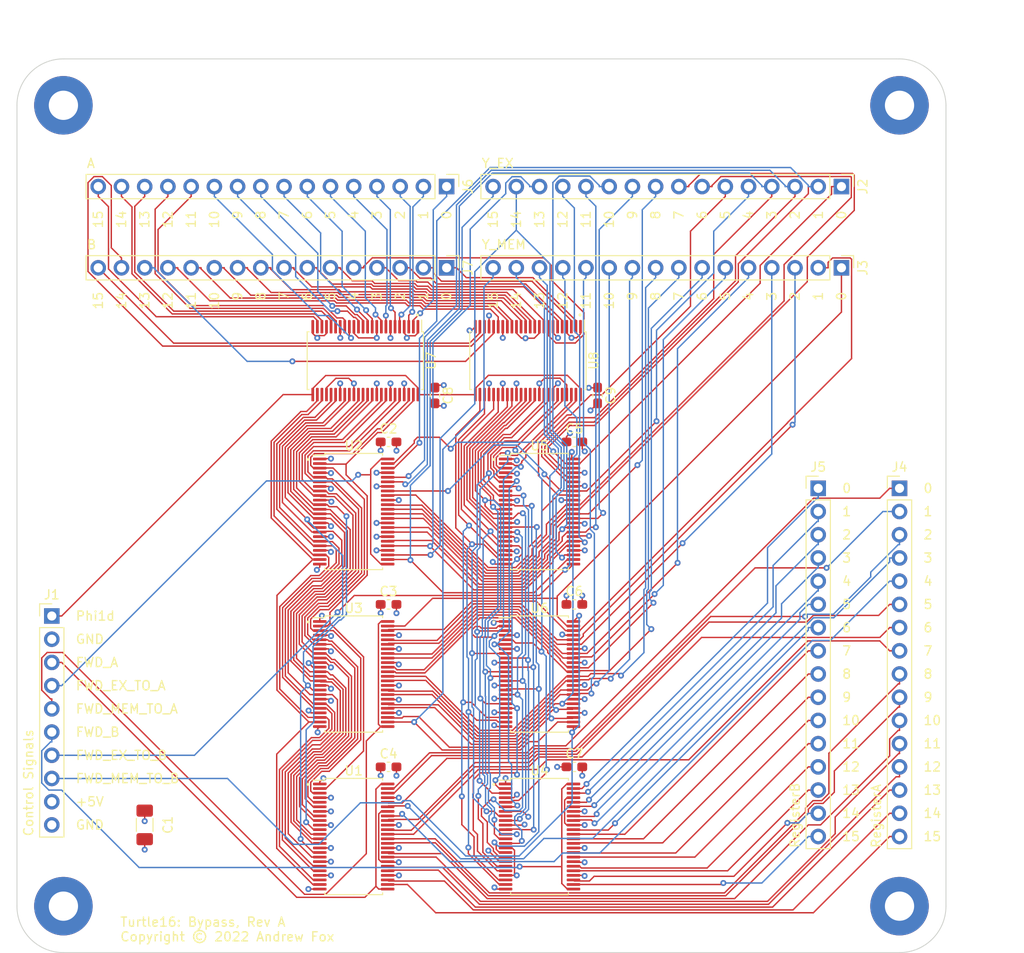
<source format=kicad_pcb>
(kicad_pcb (version 20241229) (generator "pcbnew") (generator_version "9.0")
  (title_block (title "Turtle16: Bypass") (date "2022-04-14") (rev "A") (comment 4 "The bypass unit takes results from subsequent stages and feeds them back into EX."))
  (layers (0 "F.Cu" signal) (4 "In1.Cu" power) (6 "In2.Cu" power) (2 "B.Cu" signal) (13 "F.Paste" user) (15 "B.Paste" user) (5 "F.SilkS" user "F.Silkscreen") (7 "B.SilkS" user "B.Silkscreen") (1 "F.Mask" user) (3 "B.Mask" user) (25 "Edge.Cuts" user))
  (net 0 "")
  (net 1 "GND")
  (net 2 "VCC")
  (net 3 "/Bypass Prototype Inputs/Phi1d")
  (net 4 "/Bypass Prototype Inputs/FWD_A")
  (net 5 "/Bypass Prototype Inputs/FWD_EX_TO_A")
  (net 6 "/Bypass Prototype Inputs/FWD_MEM_TO_A")
  (net 7 "/Bypass Prototype Inputs/FWD_B")
  (net 8 "/Bypass Prototype Inputs/FWD_EX_TO_B")
  (net 9 "/Bypass Prototype Inputs/FWD_MEM_TO_B")
  (net 10 "/Bypass Prototype Inputs/Y_EX0")
  (net 11 "/Bypass Prototype Inputs/Y_EX1")
  (net 12 "/Bypass Prototype Inputs/Y_EX2")
  (net 13 "/Bypass Prototype Inputs/Y_EX3")
  (net 14 "/Bypass Prototype Inputs/Y_EX4")
  (net 15 "/Bypass Prototype Inputs/Y_EX5")
  (net 16 "/Bypass Prototype Inputs/Y_EX6")
  (net 17 "/Bypass Prototype Inputs/Y_EX7")
  (net 18 "/Bypass Prototype Inputs/Y_EX8")
  (net 19 "/Bypass Prototype Inputs/Y_EX9")
  (net 20 "/Bypass Prototype Inputs/Y_EX10")
  (net 21 "/Bypass Prototype Inputs/Y_EX11")
  (net 22 "/Bypass Prototype Inputs/Y_EX12")
  (net 23 "/Bypass Prototype Inputs/Y_EX13")
  (net 24 "/Bypass Prototype Inputs/Y_EX14")
  (net 25 "/Bypass Prototype Inputs/Y_EX15")
  (net 26 "/Bypass Prototype Inputs/Y_MEM0")
  (net 27 "/Bypass Prototype Inputs/Y_MEM1")
  (net 28 "/Bypass Prototype Inputs/Y_MEM2")
  (net 29 "/Bypass Prototype Inputs/Y_MEM3")
  (net 30 "/Bypass Prototype Inputs/Y_MEM4")
  (net 31 "/Bypass Prototype Inputs/Y_MEM5")
  (net 32 "/Bypass Prototype Inputs/Y_MEM6")
  (net 33 "/Bypass Prototype Inputs/Y_MEM7")
  (net 34 "/Bypass Prototype Inputs/Y_MEM8")
  (net 35 "/Bypass Prototype Inputs/Y_MEM9")
  (net 36 "/Bypass Prototype Inputs/Y_MEM10")
  (net 37 "/Bypass Prototype Inputs/Y_MEM11")
  (net 38 "/Bypass Prototype Inputs/Y_MEM12")
  (net 39 "/Bypass Prototype Inputs/Y_MEM13")
  (net 40 "/Bypass Prototype Inputs/Y_MEM14")
  (net 41 "/Bypass Prototype Inputs/Y_MEM15")
  (net 42 "/Bypass Prototype Inputs/RegisterA0")
  (net 43 "/Bypass Prototype Inputs/RegisterA1")
  (net 44 "/Bypass Prototype Inputs/RegisterA2")
  (net 45 "/Bypass Prototype Inputs/RegisterA3")
  (net 46 "/Bypass Prototype Inputs/RegisterA4")
  (net 47 "/Bypass Prototype Inputs/RegisterA5")
  (net 48 "/Bypass Prototype Inputs/RegisterA6")
  (net 49 "/Bypass Prototype Inputs/RegisterA7")
  (net 50 "/Bypass Prototype Inputs/RegisterA8")
  (net 51 "/Bypass Prototype Inputs/RegisterA9")
  (net 52 "/Bypass Prototype Inputs/RegisterA10")
  (net 53 "/Bypass Prototype Inputs/RegisterA11")
  (net 54 "/Bypass Prototype Inputs/RegisterA12")
  (net 55 "/Bypass Prototype Inputs/RegisterA13")
  (net 56 "/Bypass Prototype Inputs/RegisterA14")
  (net 57 "/Bypass Prototype Inputs/RegisterA15")
  (net 58 "/Bypass Prototype Inputs/RegisterB0")
  (net 59 "/Bypass Prototype Inputs/RegisterB1")
  (net 60 "/Bypass Prototype Inputs/RegisterB2")
  (net 61 "/Bypass Prototype Inputs/RegisterB3")
  (net 62 "/Bypass Prototype Inputs/RegisterB4")
  (net 63 "/Bypass Prototype Inputs/RegisterB5")
  (net 64 "/Bypass Prototype Inputs/RegisterB6")
  (net 65 "/Bypass Prototype Inputs/RegisterB7")
  (net 66 "/Bypass Prototype Inputs/RegisterB8")
  (net 67 "/Bypass Prototype Inputs/RegisterB9")
  (net 68 "/Bypass Prototype Inputs/RegisterB10")
  (net 69 "/Bypass Prototype Inputs/RegisterB11")
  (net 70 "/Bypass Prototype Inputs/RegisterB12")
  (net 71 "/Bypass Prototype Inputs/RegisterB13")
  (net 72 "/Bypass Prototype Inputs/RegisterB14")
  (net 73 "/Bypass Prototype Inputs/RegisterB15")
  (net 74 "/BypassPrototypeOutputs/A0")
  (net 75 "/BypassPrototypeOutputs/A1")
  (net 76 "/BypassPrototypeOutputs/A2")
  (net 77 "/BypassPrototypeOutputs/A3")
  (net 78 "/BypassPrototypeOutputs/A4")
  (net 79 "/BypassPrototypeOutputs/A5")
  (net 80 "/BypassPrototypeOutputs/A6")
  (net 81 "/BypassPrototypeOutputs/A7")
  (net 82 "/BypassPrototypeOutputs/A8")
  (net 83 "/BypassPrototypeOutputs/A9")
  (net 84 "/BypassPrototypeOutputs/A10")
  (net 85 "/BypassPrototypeOutputs/A11")
  (net 86 "/BypassPrototypeOutputs/A12")
  (net 87 "/BypassPrototypeOutputs/A13")
  (net 88 "/BypassPrototypeOutputs/A14")
  (net 89 "/BypassPrototypeOutputs/A15")
  (net 90 "/BypassPrototypeOutputs/B0")
  (net 91 "/BypassPrototypeOutputs/B1")
  (net 92 "/BypassPrototypeOutputs/B2")
  (net 93 "/BypassPrototypeOutputs/B3")
  (net 94 "/BypassPrototypeOutputs/B4")
  (net 95 "/BypassPrototypeOutputs/B5")
  (net 96 "/BypassPrototypeOutputs/B6")
  (net 97 "/BypassPrototypeOutputs/B7")
  (net 98 "/BypassPrototypeOutputs/B8")
  (net 99 "/BypassPrototypeOutputs/B9")
  (net 100 "/BypassPrototypeOutputs/B10")
  (net 101 "/BypassPrototypeOutputs/B11")
  (net 102 "/BypassPrototypeOutputs/B12")
  (net 103 "/BypassPrototypeOutputs/B13")
  (net 104 "/BypassPrototypeOutputs/B14")
  (net 105 "/BypassPrototypeOutputs/B15")
  (net 106 "/Operand Forwarding A/A_ID0")
  (net 107 "/Operand Forwarding A/A_ID1")
  (net 108 "/Operand Forwarding A/A_ID2")
  (net 109 "/Operand Forwarding A/A_ID3")
  (net 110 "/Operand Forwarding A/A_ID4")
  (net 111 "/Operand Forwarding A/A_ID5")
  (net 112 "/Operand Forwarding A/A_ID6")
  (net 113 "/Operand Forwarding A/A_ID7")
  (net 114 "/Operand Forwarding A/A_ID8")
  (net 115 "/Operand Forwarding A/A_ID9")
  (net 116 "/Operand Forwarding A/A_ID10")
  (net 117 "/Operand Forwarding A/A_ID11")
  (net 118 "/Operand Forwarding A/A_ID12")
  (net 119 "/Operand Forwarding A/A_ID13")
  (net 120 "/Operand Forwarding A/A_ID14")
  (net 121 "/Operand Forwarding A/A_ID15")
  (net 122 "/Operand Forwarding B/B_ID0")
  (net 123 "/Operand Forwarding B/B_ID1")
  (net 124 "/Operand Forwarding B/B_ID2")
  (net 125 "/Operand Forwarding B/B_ID3")
  (net 126 "/Operand Forwarding B/B_ID4")
  (net 127 "/Operand Forwarding B/B_ID5")
  (net 128 "/Operand Forwarding B/B_ID6")
  (net 129 "/Operand Forwarding B/B_ID7")
  (net 130 "/Operand Forwarding B/B_ID8")
  (net 131 "/Operand Forwarding B/B_ID9")
  (net 132 "/Operand Forwarding B/B_ID10")
  (net 133 "/Operand Forwarding B/B_ID11")
  (net 134 "/Operand Forwarding B/B_ID12")
  (net 135 "/Operand Forwarding B/B_ID13")
  (net 136 "/Operand Forwarding B/B_ID14")
  (net 137 "/Operand Forwarding B/B_ID15")
  (footprint "MountingHole:MountingHole_3.2mm_M3_Pad" (layer "F.Cu") (at 110.49 135.89)
    (property "Reference" "H4" (hide yes))
    (property "Value" "MountingHole_Pad")
  )
  (footprint "MountingHole:MountingHole_3.2mm_M3_Pad" (layer "F.Cu") (at 201.93 135.89)
    (property "Reference" "H3" (hide yes))
    (property "Value" "MountingHole_Pad")
  )
  (footprint "MountingHole:MountingHole_3.2mm_M3_Pad" (layer "F.Cu") (at 110.49 48.26)
    (property "Reference" "H1" (hide yes))
    (property "Value" "MountingHole_Pad")
  )
  (footprint "MountingHole:MountingHole_3.2mm_M3_Pad" (layer "F.Cu") (at 201.93 48.26)
    (property "Reference" "H2" (hide yes))
    (property "Value" "MountingHole_Pad")
  )
  (footprint "Capacitor_SMD:C_1206_3216Metric_Pad1.33x1.80mm_HandSolder" (layer "F.Cu") (at 119.38 127 -90)
    (property "Reference" "C1")
    (property "Value" "100µF")
  )
  (footprint "Package_SO:TSSOP-48_6.1x12.5mm_P0.5mm" (layer "F.Cu") (at 142.24 128.27)
    (property "Reference" "U1")
    (property "Value" "74AHCT16245")
  )
  (footprint "Connector_PinHeader_2.54mm:PinHeader_1x16_P2.54mm_Vertical" (layer "F.Cu") (at 195.58 57.15 -90)
    (property "Reference" "J2")
    (property "Value" "Y_EX")
  )
  (footprint "Capacitor_SMD:C_0603_1608Metric_Pad1.08x0.95mm_HandSolder" (layer "F.Cu") (at 166.37 102.87)
    (property "Reference" "C6")
    (property "Value" "100nF")
  )
  (footprint "Package_SO:TSSOP-48_6.1x12.5mm_P0.5mm" (layer "F.Cu") (at 162.56 92.71)
    (property "Reference" "U5")
    (property "Value" "74AHCT16245")
  )
  (footprint "Connector_PinHeader_2.54mm:PinHeader_1x16_P2.54mm_Vertical" (layer "F.Cu") (at 152.4 57.15 -90)
    (property "Reference" "J6")
    (property "Value" "A")
  )
  (footprint "Capacitor_SMD:C_0603_1608Metric_Pad1.08x0.95mm_HandSolder" (layer "F.Cu") (at 168.91 80.01 -90)
    (property "Reference" "C9")
    (property "Value" "100nF")
  )
  (footprint "Package_SO:TSSOP-48_6.1x12.5mm_P0.5mm" (layer "F.Cu") (at 142.24 110.49)
    (property "Reference" "U3")
    (property "Value" "74AHCT16245")
  )
  (footprint "Capacitor_SMD:C_0603_1608Metric_Pad1.08x0.95mm_HandSolder" (layer "F.Cu") (at 146.05 85.09)
    (property "Reference" "C2")
    (property "Value" "100nF")
  )
  (footprint "Capacitor_SMD:C_0603_1608Metric_Pad1.08x0.95mm_HandSolder" (layer "F.Cu") (at 146.05 120.65)
    (property "Reference" "C4")
    (property "Value" "100nF")
  )
  (footprint "Capacitor_SMD:C_0603_1608Metric_Pad1.08x0.95mm_HandSolder" (layer "F.Cu") (at 166.37 120.65)
    (property "Reference" "C7")
    (property "Value" "100nF")
  )
  (footprint "Package_SO:TSSOP-48_6.1x12.5mm_P0.5mm" (layer "F.Cu") (at 142.24 92.71)
    (property "Reference" "U2")
    (property "Value" "74AHCT16245")
  )
  (footprint "Connector_PinHeader_2.54mm:PinHeader_1x16_P2.54mm_Vertical" (layer "F.Cu") (at 193.04 90.17)
    (property "Reference" "J5")
    (property "Value" "RegisterB")
  )
  (footprint "Package_SO:TSSOP-48_6.1x12.5mm_P0.5mm" (layer "F.Cu") (at 162.56 110.49)
    (property "Reference" "U6")
    (property "Value" "74AHCT16245")
  )
  (footprint "Package_SO:TSSOP-48_6.1x12.5mm_P0.5mm" (layer "F.Cu") (at 143.51 76.2 -90)
    (property "Reference" "U7")
    (property "Value" "74ABT16374")
  )
  (footprint "Connector_PinHeader_2.54mm:PinHeader_1x16_P2.54mm_Vertical" (layer "F.Cu") (at 201.93 90.17)
    (property "Reference" "J4")
    (property "Value" "RegisterA")
  )
  (footprint "Capacitor_SMD:C_0603_1608Metric_Pad1.08x0.95mm_HandSolder" (layer "F.Cu") (at 151.13 80.01 -90)
    (property "Reference" "C8")
    (property "Value" "100nF")
  )
  (footprint "Capacitor_SMD:C_0603_1608Metric_Pad1.08x0.95mm_HandSolder" (layer "F.Cu") (at 166.37 85.09)
    (property "Reference" "C5")
    (property "Value" "100nF")
  )
  (footprint "Package_SO:TSSOP-48_6.1x12.5mm_P0.5mm" (layer "F.Cu") (at 162.56 128.27)
    (property "Reference" "U4")
    (property "Value" "74AHCT16245")
  )
  (footprint "Capacitor_SMD:C_0603_1608Metric_Pad1.08x0.95mm_HandSolder" (layer "F.Cu") (at 146.05 102.87)
    (property "Reference" "C3")
    (property "Value" "100nF")
  )
  (footprint "Connector_PinHeader_2.54mm:PinHeader_1x16_P2.54mm_Vertical" (layer "F.Cu") (at 152.4 66.04 -90)
    (property "Reference" "J7")
    (property "Value" "B")
  )
  (footprint "Connector_PinHeader_2.54mm:PinHeader_1x10_P2.54mm_Vertical" (layer "F.Cu") (at 109.22 104.14)
    (property "Reference" "J1")
    (property "Value" "Control Signals")
  )
  (footprint "Connector_PinHeader_2.54mm:PinHeader_1x16_P2.54mm_Vertical" (layer "F.Cu") (at 195.58 66.04 -90)
    (property "Reference" "J3")
    (property "Value" "Y_MEM")
  )
  (footprint "Package_SO:TSSOP-48_6.1x12.5mm_P0.5mm" (layer "F.Cu") (at 161.29 76.2 -90)
    (property "Reference" "U8")
    (property "Value" "74ABT16374")
  )
  (gr_line (start 207.01 135.89) (end 207.01 48.26) (stroke (width 0.1)) (layer "Edge.Cuts"))
  (gr_line (start 105.41 48.26) (end 105.41 135.89) (stroke (width 0.1)) (layer "Edge.Cuts"))
  (gr_line (start 110.49 140.97) (end 201.93 140.97) (stroke (width 0.1)) (layer "Edge.Cuts"))
  (gr_arc (start 201.86 43.18) (mid 205.476942 44.663706) (end 207.01 48.26) (stroke (width 0.1)) (layer "Edge.Cuts"))
  (gr_arc (start 207.01 135.89) (mid 205.522102 139.482102) (end 201.93 140.97) (stroke (width 0.1)) (layer "Edge.Cuts"))
  (gr_arc (start 105.41 48.26) (mid 106.897898 44.667898) (end 110.49 43.18) (stroke (width 0.1)) (layer "Edge.Cuts"))
  (gr_line (start 201.86 43.18) (end 110.49 43.18) (stroke (width 0.1)) (layer "Edge.Cuts"))
  (gr_arc (start 110.49 140.97) (mid 106.897898 139.482102) (end 105.41 135.89) (stroke (width 0.1)) (layer "Edge.Cuts"))
  (gr_text "Turtle16: Bypass, Rev A\nCopyright © 2022 Andrew Fox" (at 116.622102 138.43 0) (layer "F.SilkS") (effects (font (size 1 1)) (justify left)))
  (gr_text "9" (at 172.72 59.69 90) (layer "F.SilkS") (effects (font (size 1 1)) (justify right)))
  (gr_text "9" (at 129.54 68.58 90) (layer "F.SilkS") (effects (font (size 1 1)) (justify right)))
  (gr_text "8" (at 132.08 68.58 90) (layer "F.SilkS") (effects (font (size 1 1)) (justify right)))
  (gr_text "Phi1d" (at 111.76 104.14 0) (layer "F.SilkS") (effects (font (size 1 1)) (justify left)))
  (gr_text "4" (at 142.24 59.69 90) (layer "F.SilkS") (effects (font (size 1 1)) (justify right)))
  (gr_text "2" (at 190.5 59.69 90) (layer "F.SilkS") (effects (font (size 1 1)) (justify right)))
  (gr_text "10" (at 204.47 115.57 0) (layer "F.SilkS") (effects (font (size 1 1)) (justify left)))
  (gr_text "11" (at 167.64 59.69 90) (layer "F.SilkS") (effects (font (size 1 1)) (justify right)))
  (gr_text "1" (at 193.04 59.69 90) (layer "F.SilkS") (effects (font (size 1 1)) (justify right)))
  (gr_text "7" (at 134.62 68.58 90) (layer "F.SilkS") (effects (font (size 1 1)) (justify right)))
  (gr_text "9" (at 204.47 113.03 0) (layer "F.SilkS") (effects (font (size 1 1)) (justify left)))
  (gr_text "12" (at 121.92 59.69 90) (layer "F.SilkS") (effects (font (size 1 1)) (justify right)))
  (gr_text "15" (at 157.48 68.58 90) (layer "F.SilkS") (effects (font (size 1 1)) (justify right)))
  (gr_text "FWD_EX_TO_B" (at 111.76 119.38 0) (layer "F.SilkS") (effects (font (size 1 1)) (justify left)))
  (gr_text "FWD_EX_TO_A" (at 111.76 111.76 0) (layer "F.SilkS") (effects (font (size 1 1)) (justify left)))
  (gr_text "2" (at 147.32 59.69 90) (layer "F.SilkS") (effects (font (size 1 1)) (justify right)))
  (gr_text "13" (at 195.58 123.19 0) (layer "F.SilkS") (effects (font (size 1 1)) (justify left)))
  (gr_text "3" (at 144.78 68.58 90) (layer "F.SilkS") (effects (font (size 1 1)) (justify right)))
  (gr_text "FWD_MEM_TO_A" (at 111.76 114.3 0) (layer "F.SilkS") (effects (font (size 1 1)) (justify left)))
  (gr_text "11" (at 124.46 68.58 90) (layer "F.SilkS") (effects (font (size 1 1)) (justify right)))
  (gr_text "4" (at 142.24 68.58 90) (layer "F.SilkS") (effects (font (size 1 1)) (justify right)))
  (gr_text "15" (at 204.47 128.27 0) (layer "F.SilkS") (effects (font (size 1 1)) (justify left)))
  (gr_text "7" (at 134.62 59.69 90) (layer "F.SilkS") (effects (font (size 1 1)) (justify right)))
  (gr_text "0" (at 195.58 90.17 0) (layer "F.SilkS") (effects (font (size 1 1)) (justify left)))
  (gr_text "4" (at 185.42 59.69 90) (layer "F.SilkS") (effects (font (size 1 1)) (justify right)))
  (gr_text "FWD_B" (at 111.76 116.84 0) (layer "F.SilkS") (effects (font (size 1 1)) (justify left)))
  (gr_text "11" (at 204.47 118.11 0) (layer "F.SilkS") (effects (font (size 1 1)) (justify left)))
  (gr_text "5" (at 139.7 68.58 90) (layer "F.SilkS") (effects (font (size 1 1)) (justify right)))
  (gr_text "4" (at 204.47 100.33 0) (layer "F.SilkS") (effects (font (size 1 1)) (justify left)))
  (gr_text "0" (at 195.58 59.69 90) (layer "F.SilkS") (effects (font (size 1 1)) (justify right)))
  (gr_text "1" (at 193.04 68.58 90) (layer "F.SilkS") (effects (font (size 1 1)) (justify right)))
  (gr_text "13" (at 162.56 68.58 90) (layer "F.SilkS") (effects (font (size 1 1)) (justify right)))
  (gr_text "GND" (at 111.76 106.68 0) (layer "F.SilkS") (effects (font (size 1 1)) (justify left)))
  (gr_text "15" (at 114.3 59.69 90) (layer "F.SilkS") (effects (font (size 1 1)) (justify right)))
  (gr_text "1" (at 149.86 59.69 90) (layer "F.SilkS") (effects (font (size 1 1)) (justify right)))
  (gr_text "1" (at 204.47 92.71 0) (layer "F.SilkS") (effects (font (size 1 1)) (justify left)))
  (gr_text "14" (at 204.47 125.73 0) (layer "F.SilkS") (effects (font (size 1 1)) (justify left)))
  (gr_text "10" (at 127 59.69 90) (layer "F.SilkS") (effects (font (size 1 1)) (justify right)))
  (gr_text "3" (at 204.47 97.79 0) (layer "F.SilkS") (effects (font (size 1 1)) (justify left)))
  (gr_text "6" (at 137.16 68.58 90) (layer "F.SilkS") (effects (font (size 1 1)) (justify right)))
  (gr_text "7" (at 204.47 107.95 0) (layer "F.SilkS") (effects (font (size 1 1)) (justify left)))
  (gr_text "13" (at 119.38 59.69 90) (layer "F.SilkS") (effects (font (size 1 1)) (justify right)))
  (gr_text "0" (at 195.58 68.58 90) (layer "F.SilkS") (effects (font (size 1 1)) (justify right)))
  (gr_text "4" (at 195.58 100.33 0) (layer "F.SilkS") (effects (font (size 1 1)) (justify left)))
  (gr_text "1" (at 149.86 68.58 90) (layer "F.SilkS") (effects (font (size 1 1)) (justify right)))
  (gr_text "9" (at 172.72 68.58 90) (layer "F.SilkS") (effects (font (size 1 1)) (justify right)))
  (gr_text "4" (at 185.42 68.58 90) (layer "F.SilkS") (effects (font (size 1 1)) (justify right)))
  (gr_text "12" (at 204.47 120.65 0) (layer "F.SilkS") (effects (font (size 1 1)) (justify left)))
  (gr_text "6" (at 195.58 105.41 0) (layer "F.SilkS") (effects (font (size 1 1)) (justify left)))
  (gr_text "14" (at 160.02 59.69 90) (layer "F.SilkS") (effects (font (size 1 1)) (justify right)))
  (gr_text "1" (at 195.58 92.71 0) (layer "F.SilkS") (effects (font (size 1 1)) (justify left)))
  (gr_text "13" (at 204.47 123.19 0) (layer "F.SilkS") (effects (font (size 1 1)) (justify left)))
  (gr_text "10" (at 170.18 59.69 90) (layer "F.SilkS") (effects (font (size 1 1)) (justify right)))
  (gr_text "2" (at 195.58 95.25 0) (layer "F.SilkS") (effects (font (size 1 1)) (justify left)))
  (gr_text "14" (at 116.84 68.58 90) (layer "F.SilkS") (effects (font (size 1 1)) (justify right)))
  (gr_text "6" (at 180.34 68.58 90) (layer "F.SilkS") (effects (font (size 1 1)) (justify right)))
  (gr_text "8" (at 132.08 59.69 90) (layer "F.SilkS") (effects (font (size 1 1)) (justify right)))
  (gr_text "13" (at 119.38 68.58 90) (layer "F.SilkS") (effects (font (size 1 1)) (justify right)))
  (gr_text "7" (at 177.8 59.69 90) (layer "F.SilkS") (effects (font (size 1 1)) (justify right)))
  (gr_text "7" (at 195.58 107.95 0) (layer "F.SilkS") (effects (font (size 1 1)) (justify left)))
  (gr_text "10" (at 195.58 115.57 0) (layer "F.SilkS") (effects (font (size 1 1)) (justify left)))
  (gr_text "3" (at 187.96 68.58 90) (layer "F.SilkS") (effects (font (size 1 1)) (justify right)))
  (gr_text "9" (at 129.54 59.69 90) (layer "F.SilkS") (effects (font (size 1 1)) (justify right)))
  (gr_text "6" (at 204.47 105.41 0) (layer "F.SilkS") (effects (font (size 1 1)) (justify left)))
  (gr_text "5" (at 139.7 59.69 90) (layer "F.SilkS") (effects (font (size 1 1)) (justify right)))
  (gr_text "12" (at 121.92 68.58 90) (layer "F.SilkS") (effects (font (size 1 1)) (justify right)))
  (gr_text "0" (at 152.4 59.69 90) (layer "F.SilkS") (effects (font (size 1 1)) (justify right)))
  (gr_text "9" (at 195.58 113.03 0) (layer "F.SilkS") (effects (font (size 1 1)) (justify left)))
  (gr_text "5" (at 182.88 68.58 90) (layer "F.SilkS") (effects (font (size 1 1)) (justify right)))
  (gr_text "8" (at 175.26 68.58 90) (layer "F.SilkS") (effects (font (size 1 1)) (justify right)))
  (gr_text "8" (at 195.58 110.49 0) (layer "F.SilkS") (effects (font (size 1 1)) (justify left)))
  (gr_text "7" (at 177.8 68.58 90) (layer "F.SilkS") (effects (font (size 1 1)) (justify right)))
  (gr_text "5" (at 195.58 102.87 0) (layer "F.SilkS") (effects (font (size 1 1)) (justify left)))
  (gr_text "13" (at 162.56 59.69 90) (layer "F.SilkS") (effects (font (size 1 1)) (justify right)))
  (gr_text "FWD_MEM_TO_B" (at 111.76 121.92 0) (layer "F.SilkS") (effects (font (size 1 1)) (justify left)))
  (gr_text "10" (at 127 68.58 90) (layer "F.SilkS") (effects (font (size 1 1)) (justify right)))
  (gr_text "14" (at 116.84 59.69 90) (layer "F.SilkS") (effects (font (size 1 1)) (justify right)))
  (gr_text "2" (at 204.47 95.25 0) (layer "F.SilkS") (effects (font (size 1 1)) (justify left)))
  (gr_text "11" (at 167.64 68.58 90) (layer "F.SilkS") (effects (font (size 1 1)) (justify right)))
  (gr_text "12" (at 165.1 59.69 90) (layer "F.SilkS") (effects (font (size 1 1)) (justify right)))
  (gr_text "15" (at 114.3 68.58 90) (layer "F.SilkS") (effects (font (size 1 1)) (justify right)))
  (gr_text "5" (at 182.88 59.69 90) (layer "F.SilkS") (effects (font (size 1 1)) (justify right)))
  (gr_text "8" (at 175.26 59.69 90) (layer "F.SilkS") (effects (font (size 1 1)) (justify right)))
  (gr_text "FWD_A" (at 111.76 109.22 0) (layer "F.SilkS") (effects (font (size 1 1)) (justify left)))
  (gr_text "3" (at 144.78 59.69 90) (layer "F.SilkS") (effects (font (size 1 1)) (justify right)))
  (gr_text "0" (at 204.47 90.17 0) (layer "F.SilkS") (effects (font (size 1 1)) (justify left)))
  (gr_text "6" (at 180.34 59.69 90) (layer "F.SilkS") (effects (font (size 1 1)) (justify right)))
  (gr_text "0" (at 152.4 68.58 90) (layer "F.SilkS") (effects (font (size 1 1)) (justify right)))
  (gr_text "2" (at 147.32 68.58 90) (layer "F.SilkS") (effects (font (size 1 1)) (justify right)))
  (gr_text "10" (at 170.18 68.58 90) (layer "F.SilkS") (effects (font (size 1 1)) (justify right)))
  (gr_text "2" (at 190.5 68.58 90) (layer "F.SilkS") (effects (font (size 1 1)) (justify right)))
  (gr_text "14" (at 160.02 68.58 90) (layer "F.SilkS") (effects (font (size 1 1)) (justify right)))
  (gr_text "12" (at 165.1 68.58 90) (layer "F.SilkS") (effects (font (size 1 1)) (justify right)))
  (gr_text "15" (at 195.58 128.27 0) (layer "F.SilkS") (effects (font (size 1 1)) (justify left)))
  (gr_text "6" (at 137.16 59.69 90) (layer "F.SilkS") (effects (font (size 1 1)) (justify right)))
  (gr_text "14" (at 195.58 125.73 0) (layer "F.SilkS") (effects (font (size 1 1)) (justify left)))
  (gr_text "11" (at 124.46 59.69 90) (layer "F.SilkS") (effects (font (size 1 1)) (justify right)))
  (gr_text "3" (at 195.58 97.79 0) (layer "F.SilkS") (effects (font (size 1 1)) (justify left)))
  (gr_text "+5V" (at 111.76 124.46 0) (layer "F.SilkS") (effects (font (size 1 1)) (justify left)))
  (gr_text "11" (at 195.58 118.11 0) (layer "F.SilkS") (effects (font (size 1 1)) (justify left)))
  (gr_text "8" (at 204.47 110.49 0) (layer "F.SilkS") (effects (font (size 1 1)) (justify left)))
  (gr_text "3" (at 187.96 59.69 90) (layer "F.SilkS") (effects (font (size 1 1)) (justify right)))
  (gr_text "5" (at 204.47 102.87 0) (layer "F.SilkS") (effects (font (size 1 1)) (justify left)))
  (gr_text "12" (at 195.58 120.65 0) (layer "F.SilkS") (effects (font (size 1 1)) (justify left)))
  (gr_text "15" (at 157.48 59.69 90) (layer "F.SilkS") (effects (font (size 1 1)) (justify right)))
  (gr_text "GND" (at 111.76 127 0) (layer "F.SilkS") (effects (font (size 1 1)) (justify left)))
  (segment (start 166.2725 109.24) (end 167.4949 109.24) (width 0.1524) (layer "F.Cu") (net 1))
  (segment (start 148.9437 73.4803) (end 148.0473 73.4803) (width 0.1524) (layer "F.Cu") (net 1))
  (segment (start 160.0653 132.52) (end 159.8235 132.52) (width 0.1524) (layer "F.Cu") (net 1))
  (segment (start 139.6695 106.24) (end 139.7604 106.3309) (width 0.1524) (layer "F.Cu") (net 1))
  (segment (start 139.3932 93.96) (end 139.7523 94.3191) (width 0.1524) (layer "F.Cu") (net 1))
  (segment (start 139.5744 96.96) (end 138.5275 96.96) (width 0.1524) (layer "F.Cu") (net 1))
  (segment (start 167.4974 127.011) (end 166.2815 127.011) (width 0.1524) (layer "F.Cu") (net 1))
  (segment (start 158.8475 127.02) (end 160.8577 127.02) (width 0.1524) (layer "F.Cu") (net 1))
  (segment (start 139.26 73.2153) (end 139.0175 73.4578) (width 0.1524) (layer "F.Cu") (net 1))
  (segment (start 137.76 73.2236) (end 137.76 72.4875) (width 0.1524) (layer "F.Cu") (net 1))
  (segment (start 147.1774 127.0063) (end 145.9662 127.0063) (width 0.1524) (layer "F.Cu") (net 1))
  (segment (start 165.0453 106.162) (end 165.1233 106.24) (width 0.1524) (layer "F.Cu") (net 1))
  (segment (start 162.54 78.6905) (end 163.115 78.1155) (width 0.1524) (layer "F.Cu") (net 1))
  (segment (start 149.26 73.164) (end 148.9437 73.4803) (width 0.1524) (layer "F.Cu") (net 1))
  (segment (start 138.5275 109.24) (end 139.22 109.24) (width 0.1524) (layer "F.Cu") (net 1))
  (segment (start 158.8475 111.74) (end 157.6303 111.74) (width 0.1524) (layer "F.Cu") (net 1))
  (segment (start 167.4935 111.6796) (end 166.3329 111.6796) (width 0.1524) (layer "F.Cu") (net 1))
  (segment (start 146.9125 120.65) (end 146.9125 121.6149) (width 0.1524) (layer "F.Cu") (net 1))
  (segment (start 158.8475 91.46) (end 160.0394 91.46) (width 0.1524) (layer "F.Cu") (net 1))
  (segment (start 166.6087 73.703) (end 167.04 73.2717) (width 0.1524) (layer "F.Cu") (net 1))
  (segment (start 162.54 73.1882) (end 162.54 72.4875) (width 0.1524) (layer "F.Cu") (net 1))
  (segment (start 119.38 129.7046) (end 119.38 128.5625) (width 0.1524) (layer "F.Cu") (net 1))
  (segment (start 166.2725 91.46) (end 164.9459 91.46) (width 0.1524) (layer "F.Cu") (net 1))
  (segment (start 159.5633 129.52) (end 158.8475 129.52) (width 0.1524) (layer "F.Cu") (net 1))
  (segment (start 140.2914 78.1293) (end 139.26 79.1607) (width 0.1524) (layer "F.Cu") (net 1))
  (segment (start 139.22 109.24) (end 139.7444 109.7644) (width 0.1524) (layer "F.Cu") (net 1))
  (segment (start 167.4895 88.46) (end 166.2725 88.46) (width 0.1524) (layer "F.Cu") (net 1))
  (segment (start 147.1833 111.74) (end 145.9525 111.74) (width 0.1524) (layer "F.Cu") (net 1))
  (segment (start 167.508 96.96) (end 166.2725 96.96) (width 0.1524) (layer "F.Cu") (net 1))
  (segment (start 145.9525 109.24) (end 146.9697 109.24) (width 0.1524) (layer "F.Cu") (net 1))
  (segment (start 147.1744 129.52) (end 145.9525 129.52) (width 0.1524) (layer "F.Cu") (net 1))
  (segment (start 160.0833 123.6832) (end 159.7465 124.02) (width 0.1524) (layer "F.Cu") (net 1))
  (segment (start 139.3994 111.74) (end 139.7585 112.0991) (width 0.1524) (layer "F.Cu") (net 1))
  (segment (start 166.0615 73.703) (end 166.6087 73.703) (width 0.1524) (layer "F.Cu") (net 1))
  (segment (start 160.5928 73.7459) (end 161.0247 73.7459) (width 0.1524) (layer "F.Cu") (net 1))
  (segment (start 160.0667 97.0714) (end 158.9589 97.0714) (width 0.1524) (layer "F.Cu") (net 1))
  (segment (start 167.4936 129.5201) (end 166.2726 129.5201) (width 0.1524) (layer "F.Cu") (net 1))
  (segment (start 141.6946 78.1293) (end 140.2914 78.1293) (width 0.1524) (layer "F.Cu") (net 1))
  (segment (start 161.0247 73.7459) (end 161.9823 73.7459) (width 0.1524) (layer "F.Cu") (net 1))
  (segment (start 158.8475 109.24) (end 157.6224 109.24) (width 0.1524) (layer "F.Cu") (net 1))
  (segment (start 139.26 72.4875) (end 139.26 73.2153) (width 0.1524) (layer "F.Cu") (net 1))
  (segment (start 152.0927 81.1411) (end 151.3986 81.1411) (width 0.1524) (layer "F.Cu") (net 1))
  (segment (start 145.9525 124.02) (end 147.1683 124.02) (width 0.1524) (layer "F.Cu") (net 1))
  (segment (start 167.2325 85.8556) (end 167.5036 86.1267) (width 0.1524) (layer "F.Cu") (net 1))
  (segment (start 137.9942 73.4578) (end 137.76 73.2236) (width 0.1524) (layer "F.Cu") (net 1))
  (segment (start 139.744 97.1296) (end 139.5744 96.96) (width 0.1524) (layer "F.Cu") (net 1))
  (segment (start 165.3024 126.7775) (end 165.3024 124.2932) (width 0.1524) (layer "F.Cu") (net 1))
  (segment (start 160.0394 91.46) (end 160.1016 91.5222) (width 0.1524) (layer "F.Cu") (net 1))
  (segment (start 138.5275 129.52) (end 139.7435 129.52) (width 0.1524) (layer "F.Cu") (net 1))
  (segment (start 160.04 78.6962) (end 160.04 79.9125) (width 0.1524) (layer "F.Cu") (net 1))
  (segment (start 138.2549 73.7125) (end 138.2549 73.4578) (width 0.1524) (layer "F.Cu") (net 1))
  (segment (start 157.04 79.9125) (end 157.04 78.6946) (width 0.1524) (layer "F.Cu") (net 1))
  (segment (start 158.8475 93.96) (end 159.9955 93.96) (width 0.1524) (layer "F.Cu") (net 1))
  (segment (start 137.5588 114.74) (end 138.5275 114.74) (width 0.1524) (layer "F.Cu") (net 1))
  (segment (start 159.8235 132.52) (end 158.8475 132.52) (width 0.1524) (layer "F.Cu") (net 1))
  (segment (start 149.26 72.4875) (end 149.26 73.164) (width 0.1524) (layer "F.Cu") (net 1))
  (segment (start 138.5275 132.52) (end 139.7511 132.52) (width 0.1524) (layer "F.Cu") (net 1))
  (segment (start 147.76 79.9125) (end 147.76 78.692) (width 0.1524) (layer "F.Cu") (net 1))
  (segment (start 139.0175 73.4578) (end 138.2549 73.4578) (width 0.1524) (layer "F.Cu") (net 1))
  (segment (start 147.1833 114.74) (end 145.9525 114.74) (width 0.1524) (layer "F.Cu") (net 1))
  (segment (start 144.76 73.709) (end 142.7643 73.709) (width 0.1524) (layer "F.Cu") (net 1))
  (segment (start 139.6261 91.46) (end 139.7943 91.6282) (width 0.1524) (layer "F.Cu") (net 1))
  (segment (start 146.9125 103.8318) (end 146.9125 102.87) (width 0.1524) (layer "F.Cu") (net 1))
  (segment (start 142.26 78.6947) (end 141.6946 78.1293) (width 0.1524) (layer "F.Cu") (net 1))
  (segment (start 146.9697 109.24) (end 147.1686 109.4389) (width 0.1524) (layer "F.Cu") (net 1))
  (segment (start 159.8235 129.7802) (end 159.5633 129.52) (width 0.1524) (layer "F.Cu") (net 1))
  (segment (start 146.9125 86.0518) (end 146.9125 85.09) (width 0.1524) (layer "F.Cu") (net 1))
  (segment (start 160.8577 127.02) (end 160.9234 126.9543) (width 0.1524) (layer "F.Cu") (net 1))
  (segment (start 159.7465 124.02) (end 158.8475 124.02) (width 0.1524) (layer "F.Cu") (net 1))
  (segment (start 147.1682 91.46) (end 145.9525 91.46) (width 0.1524) (layer "F.Cu") (net 1))
  (segment (start 168.91 80.8725) (end 168.1332 81.6493) (width 0.1524) (layer "F.Cu") (net 1))
  (segment (start 145.9525 96.96) (end 144.7302 96.96) (width 0.1524) (layer "F.Cu") (net 1))
  (segment (start 138.5275 111.74) (end 139.3994 111.74) (width 0.1524) (layer "F.Cu") (net 1))
  (segment (start 159.9955 93.96) (end 160.1097 93.8458) (width 0.1524) (layer "F.Cu") (net 1))
  (segment (start 145.9525 93.96) (end 144.7361 93.96) (width 0.1524) (layer "F.Cu") (net 1))
  (segment (start 138.5645 88.497) (end 139.7478 88.497) (width 0.1524) (layer "F.Cu") (net 1))
  (segment (start 148.0473 73.4803) (end 147.76 73.193) (width 0.1524) (layer "F.Cu") (net 1))
  (segment (start 157.04 72.4875) (end 157.04 71.2643) (width 0.1524) (layer "F.Cu") (net 1))
  (segment (start 165.5756 124.02) (end 166.2725 124.02) (width 0.1524) (layer "F.Cu") (net 1))
  (segment (start 167.2325 101.9118) (end 167.2325 102.87) (width 0.1524) (layer "F.Cu") (net 1))
  (segment (start 167.04 73.2717) (end 167.04 72.4875) (width 0.1524) (layer "F.Cu") (net 1))
  (segment (start 155.134 72.8935) (end 155.54 72.4875) (width 0.1524) (layer "F.Cu") (net 1))
  (segment (start 148.0473 73.7115) (end 148.0473 73.4803) (width 0.1524) (layer "F.Cu") (net 1))
  (segment (start 138.5275 124.02) (end 139.7489 124.02) (width 0.1524) (layer "F.Cu") (net 1))
  (segment (start 147.183 132.52) (end 145.9525 132.52) (width 0.1524) (layer "F.Cu") (net 1))
  (segment (start 160.04 72.4875) (end 160.04 73.1931) (width 0.1524) (layer "F.Cu") (net 1))
  (segment (start 138.5275 127.02) (end 139.7438 127.02) (width 0.1524) (layer "F.Cu") (net 1))
  (segment (start 166.2725 127.02) (end 165.5449 127.02) (width 0.1524) (layer "F.Cu") (net 1))
  (segment (start 165.1233 106.24) (end 166.2725 106.24) (width 0.1524) (layer "F.Cu") (net 1))
  (segment (start 164.8022 78.1155) (end 165.54 78.8533) (width 0.1524) (layer "F.Cu") (net 1))
  (segment (start 162.54 79.9125) (end 162.54 78.6905) (width 0.1524) (layer "F.Cu") (net 1))
  (segment (start 167.4146 93.96) (end 167.4955 94.0409) (width 0.1524) (layer "F.Cu") (net 1))
  (segment (start 138.5275 91.46) (end 139.6261 91.46) (width 0.1524) (layer "F.Cu") (net 1))
  (segment (start 166.2725 93.96) (end 167.4146 93.96) (width 0.1524) (layer "F.Cu") (net 1))
  (segment (start 159.8235 132.52) (end 159.8235 129.7802) (width 0.1524) (layer "F.Cu") (net 1))
  (segment (start 147.1859 106.24) (end 145.9525 106.24) (width 0.1524) (layer "F.Cu") (net 1))
  (segment (start 160.04 73.1931) (end 160.5928 73.7459) (width 0.1524) (layer "F.Cu") (net 1))
  (segment (start 147.76 73.193) (end 147.76 72.4875) (width 0.1524) (layer "F.Cu") (net 1))
  (segment (start 138.5275 106.24) (end 139.6695 106.24) (width 0.1524) (layer "F.Cu") (net 1))
  (segment (start 160.0919 88.5609) (end 158.9484 88.5609) (width 0.1524) (layer "F.Cu") (net 1))
  (segment (start 138.5275 93.96) (end 139.3932 93.96) (width 0.1524) (layer "F.Cu") (net 1))
  (segment (start 144.76 79.9125) (end 144.76 78.6967) (width 0.1524) (layer "F.Cu") (net 1))
  (segment (start 139.26 79.1607) (end 139.26 79.9125) (width 0.1524) (layer "F.Cu") (net 1))
  (segment (start 165.5449 127.02) (end 165.3024 126.7775) (width 0.1524) (layer "F.Cu") (net 1))
  (segment (start 161.9823 73.7459) (end 162.54 73.1882) (width 0.1524) (layer "F.Cu") (net 1))
  (segment (start 163.115 78.1155) (end 164.8022 78.1155) (width 0.1524) (layer "F.Cu") (net 1))
  (segment (start 142.7643 73.709) (end 142.26 73.2047) (width 0.1524) (layer "F.Cu") (net 1))
  (segment (start 166.2725 132.52) (end 167.429 132.52) (width 0.1524) (layer "F.Cu") (net 1))
  (segment (start 144.7347 88.46) (end 145.9525 88.46) (width 0.1524) (layer "F.Cu") (net 1))
  (segment (start 144.76 73.709) (end 144.76 72.4875) (width 0.1524) (layer "F.Cu") (net 1))
  (segment (start 158.8475 106.24) (end 160.1016 106.24) (width 0.1524) (layer "F.Cu") (net 1))
  (segment (start 158.7893 114.6818) (end 157.6181 114.6818) (width 0.1524) (layer "F.Cu") (net 1))
  (segment (start 167.2325 85.09) (end 167.2325 85.8556) (width 0.1524) (layer "F.Cu") (net 1))
  (segment (start 165.54 78.8533) (end 165.54 79.9125) (width 0.1524) (layer "F.Cu") (net 1))
  (segment (start 165.3024 124.2932) (end 165.5756 124.02) (width 0.1524) (layer "F.Cu") (net 1))
  (segment (start 142.26 79.9125) (end 142.26 78.6947) (width 0.1524) (layer "F.Cu") (net 1))
  (segment (start 154.9083 72.8935) (end 155.134 72.8935) (width 0.1524) (layer "F.Cu") (net 1))
  (segment (start 165.54 72.4875) (end 165.54 73.1815) (width 0.1524) (layer "F.Cu") (net 1))
  (segment (start 158.9589 97.0714) (end 158.8475 96.96) (width 0.1524) (layer "F.Cu") (net 1))
  (segment (start 167.2325 120.65) (end 167.2325 121.6149) (width 0.1524) (layer "F.Cu") (net 1))
  (segment (start 137.3037 114.4849) (end 137.5588 114.74) (width 0.1524) (layer "F.Cu") (net 1))
  (segment (start 142.26 73.2047) (end 142.26 72.4875) (width 0.1524) (layer "F.Cu") (net 1))
  (segment (start 138.2549 73.4578) (end 137.9942 73.4578) (width 0.1524) (layer "F.Cu") (net 1))
  (segment (start 167.429 132.52) (end 167.4886 132.5796) (width 0.1524) (layer "F.Cu") (net 1))
  (segment (start 167.4936 114.74) (end 166.2725 114.74) (width 0.1524) (layer "F.Cu") (net 1))
  (segment (start 158.9484 88.5609) (end 158.8475 88.46) (width 0.1524) (layer "F.Cu") (net 1))
  (segment (start 165.54 73.1815) (end 166.0615 73.703) (width 0.1524) (layer "F.Cu") (net 1))
  (via (at 139.7444 109.7644) (size 0.65) (drill 0.3) (layers "F.Cu" "B.Cu") (net 1))
  (via (at 146.9125 121.6149) (size 0.65) (drill 0.3) (layers "F.Cu" "B.Cu") (net 1))
  (via (at 162.54 78.6905) (size 0.65) (drill 0.3) (layers "F.Cu" "B.Cu") (net 1))
  (via (at 167.4949 109.24) (size 0.65) (drill 0.3) (layers "F.Cu" "B.Cu") (net 1))
  (via (at 139.7943 91.6282) (size 0.65) (drill 0.3) (layers "F.Cu" "B.Cu") (net 1))
  (via (at 137.3037 114.4849) (size 0.65) (drill 0.3) (layers "F.Cu" "B.Cu") (net 1))
  (via (at 167.4974 127.011) (size 0.65) (drill 0.3) (layers "F.Cu" "B.Cu") (net 1))
  (via (at 168.1332 81.6493) (size 0.65) (drill 0.3) (layers "F.Cu" "B.Cu") (net 1))
  (via (at 166.0615 73.703) (size 0.65) (drill 0.3) (layers "F.Cu" "B.Cu") (net 1))
  (via (at 160.0833 123.6832) (size 0.65) (drill 0.3) (layers "F.Cu" "B.Cu") (net 1))
  (via (at 167.4955 94.0409) (size 0.65) (drill 0.3) (layers "F.Cu" "B.Cu") (net 1))
  (via (at 147.183 132.52) (size 0.65) (drill 0.3) (layers "F.Cu" "B.Cu") (net 1))
  (via (at 147.1774 127.0063) (size 0.65) (drill 0.3) (layers "F.Cu" "B.Cu") (net 1))
  (via (at 139.7489 124.02) (size 0.65) (drill 0.3) (layers "F.Cu" "B.Cu") (net 1))
  (via (at 167.2325 121.6149) (size 0.65) (drill 0.3) (layers "F.Cu" "B.Cu") (net 1))
  (via (at 167.508 96.96) (size 0.65) (drill 0.3) (layers "F.Cu" "B.Cu") (net 1))
  (via (at 167.4936 129.5201) (size 0.65) (drill 0.3) (layers "F.Cu" "B.Cu") (net 1))
  (via (at 138.2549 73.7125) (size 0.65) (drill 0.3) (layers "F.Cu" "B.Cu") (net 1))
  (via (at 144.76 78.6967) (size 0.65) (drill 0.3) (layers "F.Cu" "B.Cu") (net 1))
  (via (at 165.0453 106.162) (size 0.65) (drill 0.3) (layers "F.Cu" "B.Cu") (net 1))
  (via (at 142.26 78.6947) (size 0.65) (drill 0.3) (layers "F.Cu" "B.Cu") (net 1))
  (via (at 147.1686 109.4389) (size 0.65) (drill 0.3) (layers "F.Cu" "B.Cu") (net 1))
  (via (at 139.7435 129.52) (size 0.65) (drill 0.3) (layers "F.Cu" "B.Cu") (net 1))
  (via (at 146.9125 103.8318) (size 0.65) (drill 0.3) (layers "F.Cu" "B.Cu") (net 1))
  (via (at 139.7438 127.02) (size 0.65) (drill 0.3) (layers "F.Cu" "B.Cu") (net 1))
  (via (at 157.6224 109.24) (size 0.65) (drill 0.3) (layers "F.Cu" "B.Cu") (net 1))
  (via (at 167.4936 114.74) (size 0.65) (drill 0.3) (layers "F.Cu" "B.Cu") (net 1))
  (via (at 161.0247 73.7459) (size 0.65) (drill 0.3) (layers "F.Cu" "B.Cu") (net 1))
  (via (at 147.76 78.692) (size 0.65) (drill 0.3) (layers "F.Cu" "B.Cu") (net 1))
  (via (at 157.6181 114.6818) (size 0.65) (drill 0.3) (layers "F.Cu" "B.Cu") (net 1))
  (via (at 144.7347 88.46) (size 0.65) (drill 0.3) (layers "F.Cu" "B.Cu") (net 1))
  (via (at 157.04 71.2643) (size 0.65) (drill 0.3) (layers "F.Cu" "B.Cu") (net 1))
  (via (at 160.0919 88.5609) (size 0.65) (drill 0.3) (layers "F.Cu" "B.Cu") (net 1))
  (via (at 139.7523 94.3191) (size 0.65) (drill 0.3) (layers "F.Cu" "B.Cu") (net 1))
  (via (at 147.1682 91.46) (size 0.65) (drill 0.3) (layers "F.Cu" "B.Cu") (net 1))
  (via (at 147.1833 111.74) (size 0.65) (drill 0.3) (layers "F.Cu" "B.Cu") (net 1))
  (via (at 167.4935 111.6796) (size 0.65) (drill 0.3) (layers "F.Cu" "B.Cu") (net 1))
  (via (at 160.9234 126.9543) (size 0.65) (drill 0.3) (layers "F.Cu" "B.Cu") (net 1))
  (via (at 167.5036 86.1267) (size 0.65) (drill 0.3) (layers "F.Cu" "B.Cu") (net 1))
  (via (at 157.6303 111.74) (size 0.65) (drill 0.3) (layers "F.Cu" "B.Cu") (net 1))
  (via (at 160.0653 132.52) (size 0.65) (drill 0.3) (layers "F.Cu" "B.Cu") (net 1))
  (via (at 160.04 78.6962) (size 0.65) (drill 0.3) (layers "F.Cu" "B.Cu") (net 1))
  (via (at 144.7302 96.96) (size 0.65) (drill 0.3) (layers "F.Cu" "B.Cu") (net 1))
  (via (at 160.1097 93.8458) (size 0.65) (drill 0.3) (layers "F.Cu" "B.Cu") (net 1))
  (via (at 144.7361 93.96) (size 0.65) (drill 0.3) (layers "F.Cu" "B.Cu") (net 1))
  (via (at 139.7478 88.497) (size 0.65) (drill 0.3) (layers "F.Cu" "B.Cu") (net 1))
  (via (at 144.76 73.709) (size 0.65) (drill 0.3) (layers "F.Cu" "B.Cu") (net 1))
  (via (at 147.1859 106.24) (size 0.65) (drill 0.3) (layers "F.Cu" "B.Cu") (net 1))
  (via (at 148.0473 73.7115) (size 0.65) (drill 0.3) (layers "F.Cu" "B.Cu") (net 1))
  (via (at 152.0927 81.1411) (size 0.65) (drill 0.3) (layers "F.Cu" "B.Cu") (net 1))
  (via (at 139.744 97.1296) (size 0.65) (drill 0.3) (layers "F.Cu" "B.Cu") (net 1))
  (via (at 147.1833 114.74) (size 0.65) (drill 0.3) (layers "F.Cu" "B.Cu") (net 1))
  (via (at 160.0667 97.0714) (size 0.65) (drill 0.3) (layers "F.Cu" "B.Cu") (net 1))
  (via (at 154.9083 72.8935) (size 0.65) (drill 0.3) (layers "F.Cu" "B.Cu") (net 1))
  (via (at 139.7604 106.3309) (size 0.65) (drill 0.3) (layers "F.Cu" "B.Cu") (net 1))
  (via (at 119.38 129.7046) (size 0.65) (drill 0.3) (layers "F.Cu" "B.Cu") (net 1))
  (via (at 157.04 78.6946) (size 0.65) (drill 0.3) (layers "F.Cu" "B.Cu") (net 1))
  (via (at 164.9459 91.46) (size 0.65) (drill 0.3) (layers "F.Cu" "B.Cu") (net 1))
  (via (at 160.1016 106.24) (size 0.65) (drill 0.3) (layers "F.Cu" "B.Cu") (net 1))
  (via (at 139.7511 132.52) (size 0.65) (drill 0.3) (layers "F.Cu" "B.Cu") (net 1))
  (via (at 167.4886 132.5796) (size 0.65) (drill 0.3) (layers "F.Cu" "B.Cu") (net 1))
  (via (at 139.7585 112.0991) (size 0.65) (drill 0.3) (layers "F.Cu" "B.Cu") (net 1))
  (via (at 147.1744 129.52) (size 0.65) (drill 0.3) (layers "F.Cu" "B.Cu") (net 1))
  (via (at 147.1683 124.02) (size 0.65) (drill 0.3) (layers "F.Cu" "B.Cu") (net 1))
  (via (at 167.4895 88.46) (size 0.65) (drill 0.3) (layers "F.Cu" "B.Cu") (net 1))
  (via (at 167.2325 101.9118) (size 0.65) (drill 0.3) (layers "F.Cu" "B.Cu") (net 1))
  (via (at 160.1016 91.5222) (size 0.65) (drill 0.3) (layers "F.Cu" "B.Cu") (net 1))
  (via (at 146.9125 86.0518) (size 0.65) (drill 0.3) (layers "F.Cu" "B.Cu") (net 1))
  (segment (start 161.3313 126.1141) (end 160.7372 125.52) (width 0.1524) (layer "F.Cu") (net 2))
  (segment (start 139.7462 108.0041) (end 139.4821 107.74) (width 0.1524) (layer "F.Cu") (net 2))
  (segment (start 139.5641 113.24) (end 139.7443 113.4202) (width 0.1524) (layer "F.Cu") (net 2))
  (segment (start 166.2725 113.24) (end 167.493 113.24) (width 0.1524) (layer "F.Cu") (net 2))
  (segment (start 164.5772 73.7031) (end 164.04 73.1659) (width 0.1524) (layer "F.Cu") (net 2))
  (segment (start 167.9462 79.1735) (end 168.884 79.1735) (width 0.1524) (layer "F.Cu") (net 2))
  (segment (start 147.1833 107.74) (end 145.9525 107.74) (width 0.1524) (layer "F.Cu") (net 2))
  (segment (start 138.5275 125.52) (end 139.7476 125.52) (width 0.1524) (layer "F.Cu") (net 2))
  (segment (start 137.2825 134.02) (end 138.5275 134.02) (width 0.1524) (layer "F.Cu") (net 2))
  (segment (start 167.4475 107.74) (end 166.2725 107.74) (width 0.1524) (layer "F.Cu") (net 2))
  (segment (start 139.4821 107.74) (end 138.5275 107.74) (width 0.1524) (layer "F.Cu") (net 2))
  (segment (start 138.5652 86.9223) (end 139.7477 86.9223) (width 0.1524) (layer "F.Cu") (net 2))
  (segment (start 146.0172 131.0847) (end 147.1692 131.0847) (width 0.1524) (layer "F.Cu") (net 2))
  (segment (start 159.9141 86.96) (end 160.0714 87.1173) (width 0.1524) (layer "F.Cu") (net 2))
  (segment (start 158.54 79.9125) (end 158.54 78.6968) (width 0.1524) (layer "F.Cu") (net 2))
  (segment (start 138.9233 121.8883) (end 138.5275 122.2841) (width 0.1524) (layer "F.Cu") (net 2))
  (segment (start 164.04 79.9125) (end 164.04 79.2146) (width 0.1524) (layer "F.Cu") (net 2))
  (segment (start 144.9749 130.7756) (end 144.9749 125.7932) (width 0.1524) (layer "F.Cu") (net 2))
  (segment (start 165.5075 84.519) (end 165.8925 84.134) (width 0.1524) (layer "F.Cu") (net 2))
  (segment (start 145.9525 89.96) (end 144.7368 89.96) (width 0.1524) (layer "F.Cu") (net 2))
  (segment (start 139.7442 95.46) (end 139.7523 95.4519) (width 0.1524) (layer "F.Cu") (net 2))
  (segment (start 145.2481 125.52) (end 145.9525 125.52) (width 0.1524) (layer "F.Cu") (net 2))
  (segment (start 158.8475 131.02) (end 158.1711 131.02) (width 0.1524) (layer "F.Cu") (net 2))
  (segment (start 157.6974 104.74) (end 157.5444 104.893) (width 0.1524) (layer "F.Cu") (net 2))
  (segment (start 138.2922 116.4753) (end 138.2922 116.8695) (width 0.1524) (layer "F.Cu") (net 2))
  (segment (start 138.5275 95.46) (end 139.7442 95.46) (width 0.1524) (layer "F.Cu") (net 2))
  (segment (start 158.8475 86.96) (end 159.9141 86.96) (width 0.1524) (layer "F.Cu") (net 2))
  (segment (start 138.5275 104.74) (end 138.5275 104.3437) (width 0.1524) (layer "F.Cu") (net 2))
  (segment (start 159.7161 95.46) (end 160.0632 95.8071) (width 0.1524) (layer "F.Cu") (net 2))
  (segment (start 158.8475 121.8911) (end 158.8475 122.52) (width 0.1524) (layer "F.Cu") (net 2))
  (segment (start 167.4896 131.0916) (end 166.3441 131.0916) (width 0.1524) (layer "F.Cu") (net 2))
  (segment (start 164.04 79.2146) (end 164.5753 78.6793) (width 0.1524) (layer "F.Cu") (net 2))
  (segment (start 138.5275 98.46) (end 138.5275 98.7755) (width 0.1524) (layer "F.Cu") (net 2))
  (segment (start 138.5275 104.3437) (end 138.7597 104.1115) (width 0.1524) (layer "F.Cu") (net 2))
  (segment (start 158.8475 95.46) (end 159.7161 95.46) (width 0.1524) (layer "F.Cu") (net 2))
  (segment (start 158.8475 89.96) (end 160.0673 89.96) (width 0.1524) (layer "F.Cu") (net 2))
  (segment (start 138.5275 131.02) (end 139.7444 131.02) (width 0.1524) (layer "F.Cu") (net 2))
  (segment (start 145.2193 131.02) (end 144.9749 130.7756) (width 0.1524) (layer "F.Cu") (net 2))
  (segment (start 138.5275 98.7755) (end 138.2091 99.0939) (width 0.1524) (layer "F.Cu") (net 2))
  (segment (start 167.9764 95.3761) (end 166.3564 95.3761) (width 0.1524) (layer "F.Cu") (net 2))
  (segment (start 158.54 73.7071) (end 158.54 72.4875) (width 0.1524) (layer "F.Cu") (net 2))
  (segment (start 138.5275 89.96) (end 139.4894 89.96) (width 0.1524) (layer "F.Cu") (net 2))
  (segment (start 158.8475 107.74) (end 160.1016 107.74) (width 0.1524) (layer "F.Cu") (net 2))
  (segment (start 140.76 79.9125) (end 140.76 78.6901) (width 0.1524) (layer "F.Cu") (net 2))
  (segment (start 140.7733 73.7057) (end 140.7733 72.5008) (width 0.1524) (layer "F.Cu") (net 2))
  (segment (start 146.26 78.6933) (end 146.26 79.9125) (width 0.1524) (layer "F.Cu") (net 2))
  (segment (start 146.26 73.7228) (end 146.26 72.4875) (width 0.1524) (layer "F.Cu") (net 2))
  (segment (start 165.5075 120.65) (end 164.4906 120.65) (width 0.1524) (layer "F.Cu") (net 2))
  (segment (start 158.8475 116.24) (end 157.7488 116.24) (width 0.1524) (layer "F.Cu") (net 2))
  (segment (start 119.38 126.5895) (end 119.38 125.4375) (width 0.1524) (layer "F.Cu") (net 2))
  (segment (start 167.5013 89.8978) (end 166.3347 89.8978) (width 0.1524) (layer "F.Cu") (net 2))
  (segment (start 157.4503 98.2261) (end 157.6842 98.46) (width 0.1524) (layer "F.Cu") (net 2))
  (segment (start 138.5275 113.24) (end 139.5641 113.24) (width 0.1524) (layer "F.Cu") (net 2))
  (segment (start 145.1875 120.65) (end 145.1875 121.6149) (width 0.1524) (layer "F.Cu") (net 2))
  (segment (start 145.1875 86.0441) (end 145.1875 85.09) (width 0.1524) (layer "F.Cu") (net 2))
  (segment (start 138.5275 116.24) (end 138.2922 116.4753) (width 0.1524) (layer "F.Cu") (net 2))
  (segment (start 160.0673 89.96) (end 160.2844 90.1771) (width 0.1524) (layer "F.Cu") (net 2))
  (segment (start 144.9749 125.7932) (end 145.2481 125.52) (width 0.1524) (layer "F.Cu") (net 2))
  (segment (start 164.04 73.1659) (end 164.04 72.4875) (width 0.1524) (layer "F.Cu") (net 2))
  (segment (start 165.5075 85.09) (end 165.5075 84.519) (width 0.1524) (layer "F.Cu") (net 2))
  (segment (start 158.1711 131.02) (end 156.9626 129.8115) (width 0.1524) (layer "F.Cu") (net 2))
  (segment (start 166.3564 95.3761) (end 166.2725 95.46) (width 0.1524) (layer "F.Cu") (net 2))
  (segment (start 139.4894 89.96) (end 139.7446 90.2152) (width 0.1524) (layer "F.Cu") (net 2))
  (segment (start 157.7488 116.24) (end 157.6036 116.0948) (width 0.1524) (layer "F.Cu") (net 2))
  (segment (start 157.6168 113.1705) (end 158.778 113.1705) (width 0.1524) (layer "F.Cu") (net 2))
  (segment (start 167.5019 107.6856) (end 167.4475 107.74) (width 0.1524) (layer "F.Cu") (net 2))
  (segment (start 158.8475 134.02) (end 157.8113 134.02) (width 0.1524) (layer "F.Cu") (net 2))
  (segment (start 165.5075 102.87) (end 165.5075 101.9159) (width 0.1524) (layer "F.Cu") (net 2))
  (segment (start 157.6842 98.46) (end 158.8475 98.46) (width 0.1524) (layer "F.Cu") (net 2))
  (segment (start 157.8113 134.02) (end 157.6299 133.8386) (width 0.1524) (layer "F.Cu") (net 2))
  (segment (start 152.0866 78.8842) (end 151.3933 78.8842) (width 0.1524) (layer "F.Cu") (net 2))
  (segment (start 158.8475 104.74) (end 157.6974 104.74) (width 0.1524) (layer "F.Cu") (net 2))
  (segment (start 145.9525 95.46) (end 144.7349 95.46) (width 0.1524) (layer "F.Cu") (net 2))
  (segment (start 145.1875 102.87) (end 145.1875 103.8285) (width 0.1524) (layer "F.Cu") (net 2))
  (segment (start 147.1753 113.2982) (end 146.0107 113.2982) (width 0.1524) (layer "F.Cu") (net 2))
  (segment (start 166.2725 125.52) (end 167.4895 125.52) (width 0.1524) (layer "F.Cu") (net 2))
  (segment (start 138.5275 122.2841) (end 138.5275 122.52) (width 0.1524) (layer "F.Cu") (net 2))
  (segment (start 145.9525 131.02) (end 145.2193 131.02) (width 0.1524) (layer "F.Cu") (net 2))
  (segment (start 160.7372 125.52) (end 158.8475 125.52) (width 0.1524) (layer "F.Cu") (net 2))
  (via (at 140.7733 73.7057) (size 0.65) (drill 0.3) (layers "F.Cu" "B.Cu") (net 2))
  (via (at 145.1875 86.0441) (size 0.65) (drill 0.3) (layers "F.Cu" "B.Cu") (net 2))
  (via (at 167.5019 107.6856) (size 0.65) (drill 0.3) (layers "F.Cu" "B.Cu") (net 2))
  (via (at 140.76 78.6901) (size 0.65) (drill 0.3) (layers "F.Cu" "B.Cu") (net 2))
  (via (at 157.4503 98.2261) (size 0.65) (drill 0.3) (layers "F.Cu" "B.Cu") (net 2))
  (via (at 164.5772 73.7031) (size 0.65) (drill 0.3) (layers "F.Cu" "B.Cu") (net 2))
  (via (at 157.6168 113.1705) (size 0.65) (drill 0.3) (layers "F.Cu" "B.Cu") (net 2))
  (via (at 157.6036 116.0948) (size 0.65) (drill 0.3) (layers "F.Cu" "B.Cu") (net 2))
  (via (at 165.8925 84.134) (size 0.65) (drill 0.3) (layers "F.Cu" "B.Cu") (net 2))
  (via (at 158.8475 121.8911) (size 0.65) (drill 0.3) (layers "F.Cu" "B.Cu") (net 2))
  (via (at 158.54 73.7071) (size 0.65) (drill 0.3) (layers "F.Cu" "B.Cu") (net 2))
  (via (at 160.2844 90.1771) (size 0.65) (drill 0.3) (layers "F.Cu" "B.Cu") (net 2))
  (via (at 138.2922 116.8695) (size 0.65) (drill 0.3) (layers "F.Cu" "B.Cu") (net 2))
  (via (at 167.9462 79.1735) (size 0.65) (drill 0.3) (layers "F.Cu" "B.Cu") (net 2))
  (via (at 158.54 78.6968) (size 0.65) (drill 0.3) (layers "F.Cu" "B.Cu") (net 2))
  (via (at 138.9233 121.8883) (size 0.65) (drill 0.3) (layers "F.Cu" "B.Cu") (net 2))
  (via (at 137.2825 134.02) (size 0.65) (drill 0.3) (layers "F.Cu" "B.Cu") (net 2))
  (via (at 146.26 78.6933) (size 0.65) (drill 0.3) (layers "F.Cu" "B.Cu") (net 2))
  (via (at 119.38 126.5895) (size 0.65) (drill 0.3) (layers "F.Cu" "B.Cu") (net 2))
  (via (at 138.2091 99.0939) (size 0.65) (drill 0.3) (layers "F.Cu" "B.Cu") (net 2))
  (via (at 167.5013 89.8978) (size 0.65) (drill 0.3) (layers "F.Cu" "B.Cu") (net 2))
  (via (at 145.1875 121.6149) (size 0.65) (drill 0.3) (layers "F.Cu" "B.Cu") (net 2))
  (via (at 157.6299 133.8386) (size 0.65) (drill 0.3) (layers "F.Cu" "B.Cu") (net 2))
  (via (at 160.0714 87.1173) (size 0.65) (drill 0.3) (layers "F.Cu" "B.Cu") (net 2))
  (via (at 156.9626 129.8115) (size 0.65) (drill 0.3) (layers "F.Cu" "B.Cu") (net 2))
  (via (at 139.7446 90.2152) (size 0.65) (drill 0.3) (layers "F.Cu" "B.Cu") (net 2))
  (via (at 139.7444 131.02) (size 0.65) (drill 0.3) (layers "F.Cu" "B.Cu") (net 2))
  (via (at 164.5753 78.6793) (size 0.65) (drill 0.3) (layers "F.Cu" "B.Cu") (net 2))
  (via (at 167.4895 125.52) (size 0.65) (drill 0.3) (layers "F.Cu" "B.Cu") (net 2))
  (via (at 165.5075 101.9159) (size 0.65) (drill 0.3) (layers "F.Cu" "B.Cu") (net 2))
  (via (at 164.4906 120.65) (size 0.65) (drill 0.3) (layers "F.Cu" "B.Cu") (net 2))
  (via (at 144.7368 89.96) (size 0.65) (drill 0.3) (layers "F.Cu" "B.Cu") (net 2))
  (via (at 160.1016 107.74) (size 0.65) (drill 0.3) (layers "F.Cu" "B.Cu") (net 2))
  (via (at 139.7477 86.9223) (size 0.65) (drill 0.3) (layers "F.Cu" "B.Cu") (net 2))
  (via (at 146.26 73.7228) (size 0.65) (drill 0.3) (layers "F.Cu" "B.Cu") (net 2))
  (via (at 167.9764 95.3761) (size 0.65) (drill 0.3) (layers "F.Cu" "B.Cu") (net 2))
  (via (at 145.1875 103.8285) (size 0.65) (drill 0.3) (layers "F.Cu" "B.Cu") (net 2))
  (via (at 167.4896 131.0916) (size 0.65) (drill 0.3) (layers "F.Cu" "B.Cu") (net 2))
  (via (at 139.7523 95.4519) (size 0.65) (drill 0.3) (layers "F.Cu" "B.Cu") (net 2))
  (via (at 144.7349 95.46) (size 0.65) (drill 0.3) (layers "F.Cu" "B.Cu") (net 2))
  (via (at 147.1692 131.0847) (size 0.65) (drill 0.3) (layers "F.Cu" "B.Cu") (net 2))
  (via (at 157.5444 104.893) (size 0.65) (drill 0.3) (layers "F.Cu" "B.Cu") (net 2))
  (via (at 139.7476 125.52) (size 0.65) (drill 0.3) (layers "F.Cu" "B.Cu") (net 2))
  (via (at 147.1833 107.74) (size 0.65) (drill 0.3) (layers "F.Cu" "B.Cu") (net 2))
  (via (at 139.7443 113.4202) (size 0.65) (drill 0.3) (layers "F.Cu" "B.Cu") (net 2))
  (via (at 167.493 113.24) (size 0.65) (drill 0.3) (layers "F.Cu" "B.Cu") (net 2))
  (via (at 138.7597 104.1115) (size 0.65) (drill 0.3) (layers "F.Cu" "B.Cu") (net 2))
  (via (at 160.0632 95.8071) (size 0.65) (drill 0.3) (layers "F.Cu" "B.Cu") (net 2))
  (via (at 147.1753 113.2982) (size 0.65) (drill 0.3) (layers "F.Cu" "B.Cu") (net 2))
  (via (at 139.7462 108.0041) (size 0.65) (drill 0.3) (layers "F.Cu" "B.Cu") (net 2))
  (via (at 161.3313 126.1141) (size 0.65) (drill 0.3) (layers "F.Cu" "B.Cu") (net 2))
  (via (at 152.0866 78.8842) (size 0.65) (drill 0.3) (layers "F.Cu" "B.Cu") (net 2))
  (segment (start 147.9077 77.8242) (end 139.1807 77.8242) (width 0.1524) (layer "F.Cu") (net 3))
  (segment (start 139.1807 77.8242) (end 137.76 79.2449) (width 0.1524) (layer "F.Cu") (net 3))
  (segment (start 167.04 79.2437) (end 165.6012 77.8049) (width 0.1524) (layer "F.Cu") (net 3))
  (segment (start 156.9721 77.8049) (end 155.54 79.237) (width 0.1524) (layer "F.Cu") (net 3))
  (segment (start 134.5264 79.9125) (end 110.2989 104.14) (width 0.1524) (layer "F.Cu") (net 3))
  (segment (start 155.54 79.237) (end 155.54 79.9125) (width 0.1524) (layer "F.Cu") (net 3))
  (segment (start 155.5289 79.9236) (end 149.2711 79.9236) (width 0.1524) (layer "F.Cu") (net 3))
  (segment (start 167.04 79.9125) (end 167.04 79.2437) (width 0.1524) (layer "F.Cu") (net 3))
  (segment (start 165.6012 77.8049) (end 156.9721 77.8049) (width 0.1524) (layer "F.Cu") (net 3))
  (segment (start 137.76 79.2449) (end 137.76 79.9125) (width 0.1524) (layer "F.Cu") (net 3))
  (segment (start 137.76 79.9125) (end 134.5264 79.9125) (width 0.1524) (layer "F.Cu") (net 3))
  (segment (start 109.22 104.14) (end 110.2989 104.14) (width 0.1524) (layer "F.Cu") (net 3))
  (segment (start 149.26 79.1765) (end 147.9077 77.8242) (width 0.1524) (layer "F.Cu") (net 3))
  (segment (start 149.26 79.9125) (end 149.26 79.1765) (width 0.1524) (layer "F.Cu") (net 3))
  (segment (start 136.0017 134.9228) (end 143.4619 134.9228) (width 0.1524) (layer "F.Cu") (net 4))
  (segment (start 145.2331 122.52) (end 144.6698 123.0833) (width 0.1524) (layer "F.Cu") (net 4))
  (segment (start 143.4619 134.9228) (end 144.6698 133.7149) (width 0.1524) (layer "F.Cu") (net 4))
  (segment (start 109.22 109.22) (end 110.2989 109.22) (width 0.1524) (layer "F.Cu") (net 4))
  (segment (start 110.2989 109.22) (end 136.0017 134.9228) (width 0.1524) (layer "F.Cu") (net 4))
  (segment (start 144.9749 134.02) (end 145.9525 134.02) (width 0.1524) (layer "F.Cu") (net 4))
  (segment (start 144.6698 133.7149) (end 144.9749 134.02) (width 0.1524) (layer "F.Cu") (net 4))
  (segment (start 144.6698 123.0833) (end 144.6698 133.7149) (width 0.1524) (layer "F.Cu") (net 4))
  (segment (start 145.9525 122.52) (end 145.2331 122.52) (width 0.1524) (layer "F.Cu") (net 4))
  (segment (start 145.2257 86.96) (end 144.0957 88.09) (width 0.1524) (layer "F.Cu") (net 5))
  (segment (start 144.0957 88.09) (end 144.0957 88.6887) (width 0.1524) (layer "F.Cu") (net 5))
  (segment (start 145.2068 98.46) (end 145.9525 98.46) (width 0.1524) (layer "F.Cu") (net 5))
  (segment (start 142.7272 88.6887) (end 144.0957 88.6887) (width 0.1524) (layer "F.Cu") (net 5))
  (segment (start 144.0957 88.6887) (end 144.0957 97.3489) (width 0.1524) (layer "F.Cu") (net 5))
  (segment (start 144.0957 97.3489) (end 145.2068 98.46) (width 0.1524) (layer "F.Cu") (net 5))
  (segment (start 145.9525 86.96) (end 145.2257 86.96) (width 0.1524) (layer "F.Cu") (net 5))
  (via (at 142.7272 88.6887) (size 0.65) (drill 0.3) (layers "F.Cu" "B.Cu") (net 5))
  (segment (start 142.0582 89.3577) (end 142.7272 88.6887) (width 0.1524) (layer "B.Cu") (net 5))
  (segment (start 132.7012 89.3577) (end 142.0582 89.3577) (width 0.1524) (layer "B.Cu") (net 5))
  (segment (start 109.22 111.76) (end 110.2989 111.76) (width 0.1524) (layer "B.Cu") (net 5))
  (segment (start 110.2989 111.76) (end 132.7012 89.3577) (width 0.1524) (layer "B.Cu") (net 5))
  (segment (start 144.944 105.0169) (end 145.2209 104.74) (width 0.1524) (layer "F.Cu") (net 6))
  (segment (start 145.2209 104.74) (end 145.9525 104.74) (width 0.1524) (layer "F.Cu") (net 6))
  (segment (start 109.22 114.3) (end 109.22 113.2211) (width 0.1524) (layer "F.Cu") (net 6))
  (segment (start 143.6187 117.8174) (end 145.1961 116.24) (width 0.1524) (layer "F.Cu") (net 6))
  (segment (start 108.7154 108.1317) (end 110.4042 108.1317) (width 0.1524) (layer "F.Cu") (net 6))
  (segment (start 145.1961 116.24) (end 144.944 115.9879) (width 0.1524) (layer "F.Cu") (net 6))
  (segment (start 109.22 113.2211) (end 109.0851 113.2211) (width 0.1524) (layer "F.Cu") (net 6))
  (segment (start 145.9525 116.24) (end 145.1961 116.24) (width 0.1524) (layer "F.Cu") (net 6))
  (segment (start 108.1216 108.7255) (end 108.7154 108.1317) (width 0.1524) (layer "F.Cu") (net 6))
  (segment (start 110.4042 108.1317) (end 136.8698 134.5973) (width 0.1524) (layer "F.Cu") (net 6))
  (segment (start 139.1652 134.5973) (end 143.6187 130.1438) (width 0.1524) (layer "F.Cu") (net 6))
  (segment (start 109.0851 113.2211) (end 108.1216 112.2576) (width 0.1524) (layer "F.Cu") (net 6))
  (segment (start 143.6187 130.1438) (end 143.6187 117.8174) (width 0.1524) (layer "F.Cu") (net 6))
  (segment (start 108.1216 112.2576) (end 108.1216 108.7255) (width 0.1524) (layer "F.Cu") (net 6))
  (segment (start 136.8698 134.5973) (end 139.1652 134.5973) (width 0.1524) (layer "F.Cu") (net 6))
  (segment (start 144.944 115.9879) (end 144.944 105.0169) (width 0.1524) (layer "F.Cu") (net 6))
  (segment (start 165.6041 134.02) (end 166.2725 134.02) (width 0.1524) (layer "F.Cu") (net 7))
  (segment (start 164.9973 133.4132) (end 165.6041 134.02) (width 0.1524) (layer "F.Cu") (net 7))
  (segment (start 165.5409 122.52) (end 164.9973 123.0636) (width 0.1524) (layer "F.Cu") (net 7))
  (segment (start 164.9973 131.5661) (end 164.9973 133.4132) (width 0.1524) (layer "F.Cu") (net 7))
  (segment (start 166.2725 122.52) (end 165.5409 122.52) (width 0.1524) (layer "F.Cu") (net 7))
  (segment (start 164.9973 131.5661) (end 160.3867 131.5661) (width 0.1524) (layer "F.Cu") (net 7))
  (segment (start 164.9973 123.0636) (end 164.9973 131.5661) (width 0.1524) (layer "F.Cu") (net 7))
  (via (at 160.3867 131.5661) (size 0.65) (drill 0.3) (layers "F.Cu" "B.Cu") (net 7))
  (segment (start 109.0851 117.9189) (end 108.1216 118.8824) (width 0.1524) (layer "B.Cu") (net 7))
  (segment (start 108.1216 122.4145) (end 108.8971 123.19) (width 0.1524) (layer "B.Cu") (net 7))
  (segment (start 109.22 117.9189) (end 109.0851 117.9189) (width 0.1524) (layer "B.Cu") (net 7))
  (segment (start 108.8971 123.19) (end 110.299 123.19) (width 0.1524) (layer "B.Cu") (net 7))
  (segment (start 110.299 123.19) (end 118.771 131.662) (width 0.1524) (layer "B.Cu") (net 7))
  (segment (start 160.2908 131.662) (end 160.3867 131.5661) (width 0.1524) (layer "B.Cu") (net 7))
  (segment (start 108.1216 118.8824) (end 108.1216 122.4145) (width 0.1524) (layer "B.Cu") (net 7))
  (segment (start 109.22 116.84) (end 109.22 117.9189) (width 0.1524) (layer "B.Cu") (net 7))
  (segment (start 118.771 131.662) (end 160.2908 131.662) (width 0.1524) (layer "B.Cu") (net 7))
  (segment (start 166.2725 86.96) (end 166.0906 86.7781) (width 0.1524) (layer "F.Cu") (net 8))
  (segment (start 165.3517 99.0863) (end 162.5398 101.8982) (width 0.1524) (layer "F.Cu") (net 8))
  (segment (start 142.3023 101.8982) (end 140.4749 103.7256) (width 0.1524) (layer "F.Cu") (net 8))
  (segment (start 162.5398 101.8982) (end 142.3023 101.8982) (width 0.1524) (layer "F.Cu") (net 8))
  (segment (start 165.6462 99.0863) (end 165.3517 99.0863) (width 0.1524) (layer "F.Cu") (net 8))
  (segment (start 166.2725 98.46) (end 165.6462 99.0863) (width 0.1524) (layer "F.Cu") (net 8))
  (segment (start 166.0906 86.7781) (end 166.0906 86.1869) (width 0.1524) (layer "F.Cu") (net 8))
  (via (at 165.3517 99.0863) (size 0.65) (drill 0.3) (layers "F.Cu" "B.Cu") (net 8))
  (via (at 166.0906 86.1869) (size 0.65) (drill 0.3) (layers "F.Cu" "B.Cu") (net 8))
  (via (at 140.4749 103.7256) (size 0.65) (drill 0.3) (layers "F.Cu" "B.Cu") (net 8))
  (segment (start 124.8205 119.38) (end 140.4749 103.7256) (width 0.1524) (layer "B.Cu") (net 8))
  (segment (start 165.8417 98.5963) (end 165.8417 86.4358) (width 0.1524) (layer "B.Cu") (net 8))
  (segment (start 165.3517 99.0863) (end 165.8417 98.5963) (width 0.1524) (layer "B.Cu") (net 8))
  (segment (start 165.8417 86.4358) (end 166.0906 86.1869) (width 0.1524) (layer "B.Cu") (net 8))
  (segment (start 109.22 119.38) (end 124.8205 119.38) (width 0.1524) (layer "B.Cu") (net 8))
  (segment (start 166.2725 116.24) (end 166.2725 116.7236) (width 0.1524) (layer "F.Cu") (net 9))
  (segment (start 166.2725 104.7213) (end 166.8896 104.1042) (width 0.1524) (layer "F.Cu") (net 9))
  (segment (start 166.2725 116.7236) (end 166.1205 116.8756) (width 0.1524) (layer "F.Cu") (net 9))
  (via (at 166.8896 104.1042) (size 0.65) (drill 0.3) (layers "F.Cu" "B.Cu") (net 9))
  (via (at 166.1205 116.8756) (size 0.65) (drill 0.3) (layers "F.Cu" "B.Cu") (net 9))
  (segment (start 128.4407 121.92) (end 135.6394 129.1187) (width 0.1524) (layer "B.Cu") (net 9))
  (segment (start 154.4891 130.4019) (end 160.3331 130.4019) (width 0.1524) (layer "B.Cu") (net 9))
  (segment (start 147.4017 124.5826) (end 147.641 124.3433) (width 0.1524) (layer "B.Cu") (net 9))
  (segment (start 109.22 121.92) (end 128.4407 121.92) (width 0.1524) (layer "B.Cu") (net 9))
  (segment (start 166.8896 104.1042) (end 166.8896 116.1065) (width 0.1524) (layer "B.Cu") (net 9))
  (segment (start 166.8896 116.1065) (end 166.1205 116.8756) (width 0.1524) (layer "B.Cu") (net 9))
  (segment (start 142.9695 124.5826) (end 147.4017 124.5826) (width 0.1524) (layer "B.Cu") (net 9))
  (segment (start 166.1205 124.6145) (end 166.1205 116.8756) (width 0.1524) (layer "B.Cu") (net 9))
  (segment (start 148.4305 124.3433) (end 154.4891 130.4019) (width 0.1524) (layer "B.Cu") (net 9))
  (segment (start 138.4334 129.1187) (end 142.9695 124.5826) (width 0.1524) (layer "B.Cu") (net 9))
  (segment (start 160.3331 130.4019) (end 166.1205 124.6145) (width 0.1524) (layer "B.Cu") (net 9))
  (segment (start 135.6394 129.1187) (end 138.4334 129.1187) (width 0.1524) (layer "B.Cu") (net 9))
  (segment (start 147.641 124.3433) (end 148.4305 124.3433) (width 0.1524) (layer "B.Cu") (net 9))
  (segment (start 186.69 65.7834) (end 186.69 67.7311) (width 0.1524) (layer "F.Cu") (net 10))
  (segment (start 148.8642 84.9344) (end 149.2165 84.5821) (width 0.1524) (layer "F.Cu") (net 10))
  (segment (start 186.69 67.7311) (end 166.9611 87.46) (width 0.1524) (layer "F.Cu") (net 10))
  (segment (start 165.3952 87.46) (end 164.0674 86.1322) (width 0.1524) (layer "F.Cu") (net 10))
  (segment (start 195.58 57.15) (end 194.5011 57.15) (width 0.1524) (layer "F.Cu") (net 10))
  (segment (start 151.5983 84.5821) (end 152.8505 85.8343) (width 0.1524) (layer "F.Cu") (net 10))
  (segment (start 166.2725 87.46) (end 165.3952 87.46) (width 0.1524) (layer "F.Cu") (net 10))
  (segment (start 148.8642 85.2161) (end 148.8642 84.9344) (width 0.1524) (layer "F.Cu") (net 10))
  (segment (start 166.9611 87.46) (end 166.2725 87.46) (width 0.1524) (layer "F.Cu") (net 10))
  (segment (start 194.5011 57.15) (end 194.5011 57.9723) (width 0.1524) (layer "F.Cu") (net 10))
  (segment (start 146.6203 87.46) (end 148.8642 85.2161) (width 0.1524) (layer "F.Cu") (net 10))
  (segment (start 145.9525 87.46) (end 146.6203 87.46) (width 0.1524) (layer "F.Cu") (net 10))
  (segment (start 149.2165 84.5821) (end 151.5983 84.5821) (width 0.1524) (layer "F.Cu") (net 10))
  (segment (start 194.5011 57.9723) (end 186.69 65.7834) (width 0.1524) (layer "F.Cu") (net 10))
  (via (at 164.0674 86.1322) (size 0.65) (drill 0.3) (layers "F.Cu" "B.Cu") (net 10))
  (via (at 152.8505 85.8343) (size 0.65) (drill 0.3) (layers "F.Cu" "B.Cu") (net 10))
  (segment (start 163.0664 85.1312) (end 164.0674 86.1322) (width 0.1524) (layer "B.Cu") (net 10))
  (segment (start 153.5536 85.1312) (end 163.0664 85.1312) (width 0.1524) (layer "B.Cu") (net 10))
  (segment (start 152.8505 85.8343) (end 153.5536 85.1312) (width 0.1524) (layer "B.Cu") (net 10))
  (segment (start 146.6594 87.96) (end 145.9525 87.96) (width 0.1524) (layer "F.Cu") (net 11))
  (segment (start 165.8696 83.2989) (end 163.5134 85.6551) (width 0.1524) (layer "F.Cu") (net 11))
  (segment (start 165.1081 87.96) (end 166.2725 87.96) (width 0.1524) (layer "F.Cu") (net 11))
  (segment (start 191.9611 57.15) (end 191.9611 57.9306) (width 0.1524) (layer "F.Cu") (net 11))
  (segment (start 168.5877 83.2989) (end 165.8696 83.2989) (width 0.1524) (layer "F.Cu") (net 11))
  (segment (start 163.5134 85.6551) (end 163.5134 86.3653) (width 0.1524) (layer "F.Cu") (net 11))
  (segment (start 163.5134 86.3653) (end 165.1081 87.96) (width 0.1524) (layer "F.Cu") (net 11))
  (segment (start 191.9611 57.9306) (end 184.3028 65.5889) (width 0.1524) (layer "F.Cu") (net 11))
  (segment (start 184.3028 65.5889) (end 184.3028 67.5838) (width 0.1524) (layer "F.Cu") (net 11))
  (segment (start 184.3028 67.5838) (end 168.5877 83.2989) (width 0.1524) (layer "F.Cu") (net 11))
  (segment (start 193.04 57.15) (end 191.9611 57.15) (width 0.1524) (layer "F.Cu") (net 11))
  (segment (start 149.4317 85.1877) (end 146.6594 87.96) (width 0.1524) (layer "F.Cu") (net 11))
  (via (at 149.4317 85.1877) (size 0.65) (drill 0.3) (layers "F.Cu" "B.Cu") (net 11))
  (segment (start 190.0113 55.0653) (end 157.1544 55.0653) (width 0.1524) (layer "B.Cu") (net 11))
  (segment (start 151.3211 60.8986) (end 151.3211 71.8699) (width 0.1524) (layer "B.Cu") (net 11))
  (segment (start 151.3211 71.8699) (end 149.4317 73.7593) (width 0.1524) (layer "B.Cu") (net 11))
  (segment (start 191.9611 57.15) (end 191.9611 57.0151) (width 0.1524) (layer "B.Cu") (net 11))
  (segment (start 157.1544 55.0653) (end 151.3211 60.8986) (width 0.1524) (layer "B.Cu") (net 11))
  (segment (start 191.9611 57.0151) (end 190.0113 55.0653) (width 0.1524) (layer "B.Cu") (net 11))
  (segment (start 149.4317 73.7593) (end 149.4317 85.1877) (width 0.1524) (layer "B.Cu") (net 11))
  (segment (start 193.04 57.15) (end 191.9611 57.15) (width 0.1524) (layer "B.Cu") (net 11))
  (segment (start 183.9976 67.4573) (end 168.5264 82.9285) (width 0.1524) (layer "F.Cu") (net 12))
  (segment (start 168.5264 82.9285) (end 165.8082 82.9285) (width 0.1524) (layer "F.Cu") (net 12))
  (segment (start 190.5 57.15) (end 190.5 58.2289) (width 0.1524) (layer "F.Cu") (net 12))
  (segment (start 165.5715 88.96) (end 166.2725 88.96) (width 0.1524) (layer "F.Cu") (net 12))
  (segment (start 190.5 58.2289) (end 183.9976 64.7313) (width 0.1524) (layer "F.Cu") (net 12))
  (segment (start 145.9525 88.96) (end 148.108 88.96) (width 0.1524) (layer "F.Cu") (net 12))
  (segment (start 163.1442 85.5925) (end 163.1442 86.5327) (width 0.1524) (layer "F.Cu") (net 12))
  (segment (start 148.108 88.96) (end 148.241 88.827) (width 0.1524) (layer "F.Cu") (net 12))
  (segment (start 165.8082 82.9285) (end 163.1442 85.5925) (width 0.1524) (layer "F.Cu") (net 12))
  (segment (start 183.9976 64.7313) (end 183.9976 67.4573) (width 0.1524) (layer "F.Cu") (net 12))
  (segment (start 163.1442 86.5327) (end 165.5715 88.96) (width 0.1524) (layer "F.Cu") (net 12))
  (via (at 148.241 88.827) (size 0.65) (drill 0.3) (layers "F.Cu" "B.Cu") (net 12))
  (segment (start 153.4789 70.1439) (end 149.9857 73.6371) (width 0.1524) (layer "B.Cu") (net 12))
  (segment (start 153.4789 59.1724) (end 153.4789 70.1439) (width 0.1524) (layer "B.Cu") (net 12))
  (segment (start 190.5 57.15) (end 189.4211 57.15) (width 0.1524) (layer "B.Cu") (net 12))
  (segment (start 189.4211 57.15) (end 189.4211 57.0382) (width 0.1524) (layer "B.Cu") (net 12))
  (segment (start 149.9857 87.0823) (end 148.241 88.827) (width 0.1524) (layer "B.Cu") (net 12))
  (segment (start 149.9857 73.6371) (end 149.9857 87.0823) (width 0.1524) (layer "B.Cu") (net 12))
  (segment (start 189.4211 57.0382) (end 187.7533 55.3704) (width 0.1524) (layer "B.Cu") (net 12))
  (segment (start 157.2809 55.3704) (end 153.4789 59.1724) (width 0.1524) (layer "B.Cu") (net 12))
  (segment (start 187.7533 55.3704) (end 157.2809 55.3704) (width 0.1524) (layer "B.Cu") (net 12))
  (segment (start 145.9525 89.46) (end 147.6141 89.46) (width 0.1524) (layer "F.Cu") (net 13))
  (segment (start 168.5781 82.4448) (end 165.8021 82.4448) (width 0.1524) (layer "F.Cu") (net 13))
  (segment (start 162.7999 86.6857) (end 165.5742 89.46) (width 0.1524) (layer "F.Cu") (net 13))
  (segment (start 187.96 57.15) (end 187.96 58.2289) (width 0.1524) (layer "F.Cu") (net 13))
  (segment (start 181.61 64.5789) (end 181.61 69.4129) (width 0.1524) (layer "F.Cu") (net 13))
  (segment (start 165.5742 89.46) (end 166.2725 89.46) (width 0.1524) (layer "F.Cu") (net 13))
  (segment (start 165.8021 82.4448) (end 162.7999 85.447) (width 0.1524) (layer "F.Cu") (net 13))
  (segment (start 147.6141 89.46) (end 147.8786 89.7245) (width 0.1524) (layer "F.Cu") (net 13))
  (segment (start 181.61 69.4129) (end 168.5781 82.4448) (width 0.1524) (layer "F.Cu") (net 13))
  (segment (start 162.7999 85.447) (end 162.7999 86.6857) (width 0.1524) (layer "F.Cu") (net 13))
  (segment (start 187.96 58.2289) (end 181.61 64.5789) (width 0.1524) (layer "F.Cu") (net 13))
  (via (at 147.8786 89.7245) (size 0.65) (drill 0.3) (layers "F.Cu" "B.Cu") (net 13))
  (segment (start 186.8811 57.0382) (end 186.8811 57.15) (width 0.1524) (layer "B.Cu") (net 13))
  (segment (start 148.1377 89.7245) (end 150.2908 87.5714) (width 0.1524) (layer "B.Cu") (net 13))
  (segment (start 153.784 70.4861) (end 153.784 59.2989) (width 0.1524) (layer "B.Cu") (net 13))
  (segment (start 147.8786 89.7245) (end 148.1377 89.7245) (width 0.1524) (layer "B.Cu") (net 13))
  (segment (start 187.96 57.15) (end 186.8811 57.15) (width 0.1524) (layer "B.Cu") (net 13))
  (segment (start 153.784 59.2989) (end 157.4074 55.6755) (width 0.1524) (layer "B.Cu") (net 13))
  (segment (start 150.2908 73.9793) (end 153.784 70.4861) (width 0.1524) (layer "B.Cu") (net 13))
  (segment (start 185.5184 55.6755) (end 186.8811 57.0382) (width 0.1524) (layer "B.Cu") (net 13))
  (segment (start 150.2908 87.5714) (end 150.2908 73.9793) (width 0.1524) (layer "B.Cu") (net 13))
  (segment (start 157.4074 55.6755) (end 185.5184 55.6755) (width 0.1524) (layer "B.Cu") (net 13))
  (segment (start 145.9525 90.46) (end 152.5453 90.46) (width 0.1524) (layer "F.Cu") (net 14))
  (segment (start 166.2725 90.46) (end 167.7246 90.46) (width 0.1524) (layer "F.Cu") (net 14))
  (segment (start 164.9166 90.46) (end 166.2725 90.46) (width 0.1524) (layer "F.Cu") (net 14))
  (segment (start 167.7246 90.46) (end 175.3569 82.8277) (width 0.1524) (layer "F.Cu") (net 14))
  (segment (start 163.0916 88.635) (end 164.9166 90.46) (width 0.1524) (layer "F.Cu") (net 14))
  (via (at 152.5453 90.46) (size 0.65) (drill 0.3) (layers "F.Cu" "B.Cu") (net 14))
  (via (at 175.3569 82.8277) (size 0.65) (drill 0.3) (layers "F.Cu" "B.Cu") (net 14))
  (via (at 163.0916 88.635) (size 0.65) (drill 0.3) (layers "F.Cu" "B.Cu") (net 14))
  (segment (start 185.42 57.15) (end 185.42 58.2289) (width 0.1524) (layer "B.Cu") (net 14))
  (segment (start 175.3569 72.8757) (end 181.61 66.6226) (width 0.1524) (layer "B.Cu") (net 14))
  (segment (start 160.1383 85.4402) (end 157.5651 85.4402) (width 0.1524) (layer "B.Cu") (net 14))
  (segment (start 163.0916 88.3935) (end 160.1383 85.4402) (width 0.1524) (layer "B.Cu") (net 14))
  (segment (start 175.3569 82.8277) (end 175.3569 72.8757) (width 0.1524) (layer "B.Cu") (net 14))
  (segment (start 163.0916 88.635) (end 163.0916 88.3935) (width 0.1524) (layer "B.Cu") (net 14))
  (segment (start 181.61 66.6226) (end 181.61 62.0389) (width 0.1524) (layer "B.Cu") (net 14))
  (segment (start 157.5651 85.4402) (end 152.5453 90.46) (width 0.1524) (layer "B.Cu") (net 14))
  (segment (start 181.61 62.0389) (end 185.42 58.2289) (width 0.1524) (layer "B.Cu") (net 14))
  (segment (start 182.88 58.2289) (end 179.07 62.0389) (width 0.1524) (layer "F.Cu") (net 15))
  (segment (start 168.1746 79.9477) (end 165.9827 82.1396) (width 0.1524) (layer "F.Cu") (net 15))
  (segment (start 162.8167 92.6573) (end 162.8167 95.1676) (width 0.1524) (layer "F.Cu") (net 15))
  (segment (start 161.3354 97.4565) (end 159.9515 98.8404) (width 0.1524) (layer "F.Cu") (net 15))
  (segment (start 164.5694 90.9046) (end 162.8167 92.6573) (width 0.1524) (layer "F.Cu") (net 15))
  (segment (start 169.3652 79.9477) (end 168.1746 79.9477) (width 0.1524) (layer "F.Cu") (net 15))
  (segment (start 165.5807 82.1396) (end 162.4472 85.2731) (width 0.1524) (layer "F.Cu") (net 15))
  (segment (start 156.9574 98.8404) (end 149.023 90.906) (width 0.1524) (layer "F.Cu") (net 15))
  (segment (start 161.3354 96.6489) (end 161.3354 97.4565) (width 0.1524) (layer "F.Cu") (net 15))
  (segment (start 162.4472 88.7824) (end 164.5694 90.9046) (width 0.1524) (layer "F.Cu") (net 15))
  (segment (start 165.9827 82.1396) (end 165.5807 82.1396) (width 0.1524) (layer "F.Cu") (net 15))
  (segment (start 159.9515 98.8404) (end 156.9574 98.8404) (width 0.1524) (layer "F.Cu") (net 15))
  (segment (start 179.07 62.0389) (end 179.07 70.2429) (width 0.1524) (layer "F.Cu") (net 15))
  (segment (start 162.8167 95.1676) (end 161.3354 96.6489) (width 0.1524) (layer "F.Cu") (net 15))
  (segment (start 179.07 70.2429) (end 169.3652 79.9477) (width 0.1524) (layer "F.Cu") (net 15))
  (segment (start 162.4472 85.2731) (end 162.4472 88.7824) (width 0.1524) (layer "F.Cu") (net 15))
  (segment (start 182.88 57.15) (end 182.88 58.2289) (width 0.1524) (layer "F.Cu") (net 15))
  (segment (start 149.023 90.906) (end 146.0065 90.906) (width 0.1524) (layer "F.Cu") (net 15))
  (segment (start 166.2171 90.9046) (end 164.5694 90.9046) (width 0.1524) (layer "F.Cu") (net 15))
  (segment (start 166.2725 91.96) (end 167.0112 91.96) (width 0.1524) (layer "F.Cu") (net 16))
  (segment (start 156.8308 99.1455) (end 160.078 99.1455) (width 0.1524) (layer "F.Cu") (net 16))
  (segment (start 163.318 95.2271) (end 163.318 94.1001) (width 0.1524) (layer "F.Cu") (net 16))
  (segment (start 189.3058 69.6654) (end 189.3058 65.6854) (width 0.1524) (layer "F.Cu") (net 16))
  (segment (start 160.078 99.1455) (end 161.7487 97.4748) (width 0.1524) (layer "F.Cu") (net 16))
  (segment (start 161.7487 97.4748) (end 161.7487 96.7964) (width 0.1524) (layer "F.Cu") (net 16))
  (segment (start 196.5985 56.055) (end 182.4021 56.055) (width 0.1524) (layer "F.Cu") (net 16))
  (segment (start 163.318 94.1001) (end 165.4581 91.96) (width 0.1524) (layer "F.Cu") (net 16))
  (segment (start 196.659 58.3322) (end 196.659 56.1155) (width 0.1524) (layer "F.Cu") (net 16))
  (segment (start 196.659 56.1155) (end 196.5985 56.055) (width 0.1524) (layer "F.Cu") (net 16))
  (segment (start 180.34 57.15) (end 181.4189 57.15) (width 0.1524) (layer "F.Cu") (net 16))
  (segment (start 161.7487 96.7964) (end 163.318 95.2271) (width 0.1524) (layer "F.Cu") (net 16))
  (segment (start 181.4189 57.0382) (end 181.4189 57.15) (width 0.1524) (layer "F.Cu") (net 16))
  (segment (start 149.6992 92.0139) (end 156.8308 99.1455) (width 0.1524) (layer "F.Cu") (net 16))
  (segment (start 182.4021 56.055) (end 181.4189 57.0382) (width 0.1524) (layer "F.Cu") (net 16))
  (segment (start 146.0064 92.0139) (end 149.6992 92.0139) (width 0.1524) (layer "F.Cu") (net 16))
  (segment (start 189.3058 65.6854) (end 196.659 58.3322) (width 0.1524) (layer "F.Cu") (net 16))
  (segment (start 167.0112 91.96) (end 189.3058 69.6654) (width 0.1524) (layer "F.Cu") (net 16))
  (segment (start 165.4581 91.96) (end 166.2725 91.96) (width 0.1524) (layer "F.Cu") (net 16))
  (segment (start 156.7043 99.4506) (end 160.2045 99.4506) (width 0.1524) (layer "F.Cu") (net 17))
  (segment (start 163.7756 95.2012) (end 163.7756 94.1626) (width 0.1524) (layer "F.Cu") (net 17))
  (segment (start 180.201 55.7161) (end 178.8789 57.0382) (width 0.1524) (layer "F.Cu") (net 17))
  (segment (start 191.8468 64.887) (end 196.9821 59.7517) (width 0.1524) (layer "F.Cu") (net 17))
  (segment (start 196.9821 59.7517) (end 196.9821 55.9057) (width 0.1524) (layer "F.Cu") (net 17))
  (segment (start 196.9821 55.9057) (end 196.7925 55.7161) (width 0.1524) (layer "F.Cu") (net 17))
  (segment (start 178.8789 57.0382) (end 178.8789 57.15) (width 0.1524) (layer "F.Cu") (net 17))
  (segment (start 166.2725 92.46) (end 166.9476 92.46) (width 0.1524) (layer "F.Cu") (net 17))
  (segment (start 166.9476 92.46) (end 191.8468 67.5608) (width 0.1524) (layer "F.Cu") (net 17))
  (segment (start 177.8 57.15) (end 178.8789 57.15) (width 0.1524) (layer "F.Cu") (net 17))
  (segment (start 196.7925 55.7161) (end 180.201 55.7161) (width 0.1524) (layer "F.Cu") (net 17))
  (segment (start 191.8468 67.5608) (end 191.8468 64.887) (width 0.1524) (layer "F.Cu") (net 17))
  (segment (start 145.9525 92.46) (end 149.7137 92.46) (width 0.1524) (layer "F.Cu") (net 17))
  (segment (start 162.2063 97.4488) (end 162.2063 96.7705) (width 0.1524) (layer "F.Cu") (net 17))
  (segment (start 165.4782 92.46) (end 166.2725 92.46) (width 0.1524) (layer "F.Cu") (net 17))
  (segment (start 149.7137 92.46) (end 156.7043 99.4506) (width 0.1524) (layer "F.Cu") (net 17))
  (segment (start 160.2045 99.4506) (end 162.2063 97.4488) (width 0.1524) (layer "F.Cu") (net 17))
  (segment (start 162.2063 96.7705) (end 163.7756 95.2012) (width 0.1524) (layer "F.Cu") (net 17))
  (segment (start 163.7756 94.1626) (end 165.4782 92.46) (width 0.1524) (layer "F.Cu") (net 17))
  (segment (start 165.4182 92.96) (end 166.2725 92.96) (width 0.1524) (layer "F.Cu") (net 18))
  (segment (start 162.5114 97.5753) (end 162.5114 97.1126) (width 0.1524) (layer "F.Cu") (net 18))
  (segment (start 162.5114 97.1126) (end 164.0807 95.5433) (width 0.1524) (layer "F.Cu") (net 18))
  (segment (start 145.9525 92.96) (end 149.7821 92.96) (width 0.1524) (layer "F.Cu") (net 18))
  (segment (start 167.9367 92.96) (end 166.2725 92.96) (width 0.1524) (layer "F.Cu") (net 18))
  (segment (start 164.0807 94.2975) (end 165.4182 92.96) (width 0.1524) (layer "F.Cu") (net 18))
  (segment (start 156.5778 99.7557) (end 160.331 99.7557) (width 0.1524) (layer "F.Cu") (net 18))
  (segment (start 164.0807 95.5433) (end 164.0807 94.2975) (width 0.1524) (layer "F.Cu") (net 18))
  (segment (start 160.331 99.7557) (end 162.5114 97.5753) (width 0.1524) (layer "F.Cu") (net 18))
  (segment (start 173.2669 87.6298) (end 167.9367 92.96) (width 0.1524) (layer "F.Cu") (net 18))
  (segment (start 149.7821 92.96) (end 156.5778 99.7557) (width 0.1524) (layer "F.Cu") (net 18))
  (via (at 173.2669 87.6298) (size 0.65) (drill 0.3) (layers "F.Cu" "B.Cu") (net 18))
  (segment (start 173.799 59.6899) (end 173.799 87.0977) (width 0.1524) (layer "B.Cu") (net 18))
  (segment (start 173.799 87.0977) (end 173.2669 87.6298) (width 0.1524) (layer "B.Cu") (net 18))
  (segment (start 175.26 57.15) (end 175.26 58.2289) (width 0.1524) (layer "B.Cu") (net 18))
  (segment (start 175.26 58.2289) (end 173.799 59.6899) (width 0.1524) (layer "B.Cu") (net 18))
  (segment (start 162.8165 97.7018) (end 162.8165 97.2391) (width 0.1524) (layer "F.Cu") (net 19))
  (segment (start 165.4437 93.46) (end 166.2725 93.46) (width 0.1524) (layer "F.Cu") (net 19))
  (segment (start 164.3858 94.5179) (end 165.4437 93.46) (width 0.1524) (layer "F.Cu") (net 19))
  (segment (start 149.8505 93.46) (end 156.4513 100.0608) (width 0.1524) (layer "F.Cu") (net 19))
  (segment (start 156.4513 100.0608) (end 160.4575 100.0608) (width 0.1524) (layer "F.Cu") (net 19))
  (segment (start 162.8165 97.2391) (end 164.3858 95.6698) (width 0.1524) (layer "F.Cu") (net 19))
  (segment (start 145.9525 93.46) (end 149.8505 93.46) (width 0.1524) (layer "F.Cu") (net 19))
  (segment (start 160.4575 100.0608) (end 162.8165 97.7018) (width 0.1524) (layer "F.Cu") (net 19))
  (segment (start 164.3858 95.6698) (end 164.3858 94.5179) (width 0.1524) (layer "F.Cu") (net 19))
  (segment (start 166.2725 93.46) (end 168.9216 93.46) (width 0.1524) (layer "F.Cu") (net 19))
  (segment (start 168.9216 93.46) (end 169.5199 92.8617) (width 0.1524) (layer "F.Cu") (net 19))
  (via (at 169.5199 92.8617) (size 0.65) (drill 0.3) (layers "F.Cu" "B.Cu") (net 19))
  (segment (start 172.72 57.15) (end 172.72 58.2289) (width 0.1524) (layer "B.Cu") (net 19))
  (segment (start 169.0861 61.8628) (end 172.72 58.2289) (width 0.1524) (layer "B.Cu") (net 19))
  (segment (start 169.0861 92.4279) (end 169.0861 61.8628) (width 0.1524) (layer "B.Cu") (net 19))
  (segment (start 169.5199 92.8617) (end 169.0861 92.4279) (width 0.1524) (layer "B.Cu") (net 19))
  (segment (start 156.3248 100.3659) (end 160.584 100.3659) (width 0.1524) (layer "F.Cu") (net 20))
  (segment (start 165.2272 94.46) (end 165.0428 94.6444) (width 0.1524) (layer "F.Cu") (net 20))
  (segment (start 164.6909 95.8224) (end 164.6909 94.9963) (width 0.1524) (layer "F.Cu") (net 20))
  (segment (start 150.4189 94.46) (end 156.3248 100.3659) (width 0.1524) (layer "F.Cu") (net 20))
  (segment (start 145.9525 94.46) (end 150.4189 94.46) (width 0.1524) (layer "F.Cu") (net 20))
  (segment (start 166.2725 94.46) (end 165.2272 94.46) (width 0.1524) (layer "F.Cu") (net 20))
  (segment (start 164.6909 94.9963) (end 165.0428 94.6444) (width 0.1524) (layer "F.Cu") (net 20))
  (segment (start 160.584 100.3659) (end 163.1216 97.8283) (width 0.1524) (layer "F.Cu") (net 20))
  (segment (start 163.1216 97.8283) (end 163.1216 97.3917) (width 0.1524) (layer "F.Cu") (net 20))
  (segment (start 163.1216 97.3917) (end 164.6909 95.8224) (width 0.1524) (layer "F.Cu") (net 20))
  (via (at 165.0428 94.6444) (size 0.65) (drill 0.3) (layers "F.Cu" "B.Cu") (net 20))
  (segment (start 168.0631 56.0002) (end 169.1011 57.0382) (width 0.1524) (layer "B.Cu") (net 20))
  (segment (start 164.021 83.9142) (end 164.021 56.6997) (width 0.1524) (layer "B.Cu") (net 20))
  (segment (start 164.7205 56.0002) (end 168.0631 56.0002) (width 0.1524) (layer "B.Cu") (net 20))
  (segment (start 169.1011 57.0382) (end 169.1011 57.15) (width 0.1524) (layer "B.Cu") (net 20))
  (segment (start 165.5366 94.1506) (end 165.5366 85.4298) (width 0.1524) (layer "B.Cu") (net 20))
  (segment (start 164.021 56.6997) (end 164.7205 56.0002) (width 0.1524) (layer "B.Cu") (net 20))
  (segment (start 165.0428 94.6444) (end 165.5366 94.1506) (width 0.1524) (layer "B.Cu") (net 20))
  (segment (start 165.5366 85.4298) (end 164.021 83.9142) (width 0.1524) (layer "B.Cu") (net 20))
  (segment (start 170.18 57.15) (end 169.1011 57.15) (width 0.1524) (layer "B.Cu") (net 20))
  (segment (start 163.4267 97.9548) (end 163.4267 97.5445) (width 0.1524) (layer "F.Cu") (net 21))
  (segment (start 168.142 94.4271) (end 167.6091 94.96) (width 0.1524) (layer "F.Cu") (net 21))
  (segment (start 165.5955 94.96) (end 166.2725 94.96) (width 0.1524) (layer "F.Cu") (net 21))
  (segment (start 165.0394 95.9318) (end 165.0394 95.5161) (width 0.1524) (layer "F.Cu") (net 21))
  (segment (start 168.7189 94.4271) (end 168.142 94.4271) (width 0.1524) (layer "F.Cu") (net 21))
  (segment (start 160.7105 100.671) (end 163.4267 97.9548) (width 0.1524) (layer "F.Cu") (net 21))
  (segment (start 155.9824 100.671) (end 160.7105 100.671) (width 0.1524) (layer "F.Cu") (net 21))
  (segment (start 145.9525 94.96) (end 150.2714 94.96) (width 0.1524) (layer "F.Cu") (net 21))
  (segment (start 150.2714 94.96) (end 155.9824 100.671) (width 0.1524) (layer "F.Cu") (net 21))
  (segment (start 167.6091 94.96) (end 166.2725 94.96) (width 0.1524) (layer "F.Cu") (net 21))
  (segment (start 163.4267 97.5445) (end 165.0394 95.9318) (width 0.1524) (layer "F.Cu") (net 21))
  (segment (start 165.0394 95.5161) (end 165.5955 94.96) (width 0.1524) (layer "F.Cu") (net 21))
  (via (at 168.7189 94.4271) (size 0.65) (drill 0.3) (layers "F.Cu" "B.Cu") (net 21))
  (segment (start 167.64 57.15) (end 167.64 58.2289) (width 0.1524) (layer "B.Cu") (net 21))
  (segment (start 167.64 58.2289) (end 168.7189 59.3078) (width 0.1524) (layer "B.Cu") (net 21))
  (segment (start 168.7189 59.3078) (end 168.7189 94.4271) (width 0.1524) (layer "B.Cu") (net 21))
  (segment (start 163.7318 97.8096) (end 165.5814 95.96) (width 0.1524) (layer "F.Cu") (net 22))
  (segment (start 165.5814 95.96) (end 166.2725 95.96) (width 0.1524) (layer "F.Cu") (net 22))
  (segment (start 145.9525 95.96) (end 146.0403 95.8722) (width 0.1524) (layer "F.Cu") (net 22))
  (segment (start 160.837 100.9761) (end 163.7318 98.0813) (width 0.1524) (layer "F.Cu") (net 22))
  (segment (start 166.2725 95.96) (end 167.3825 95.96) (width 0.1524) (layer "F.Cu") (net 22))
  (segment (start 150.752 95.8722) (end 155.8559 100.9761) (width 0.1524) (layer "F.Cu") (net 22))
  (segment (start 146.0403 95.8722) (end 150.752 95.8722) (width 0.1524) (layer "F.Cu") (net 22))
  (segment (start 163.7318 98.0813) (end 163.7318 97.8096) (width 0.1524) (layer "F.Cu") (net 22))
  (segment (start 155.8559 100.9761) (end 160.837 100.9761) (width 0.1524) (layer "F.Cu") (net 22))
  (segment (start 167.3825 95.96) (end 167.5081 96.0856) (width 0.1524) (layer "F.Cu") (net 22))
  (via (at 167.5081 96.0856) (size 0.65) (drill 0.3) (layers "F.Cu" "B.Cu") (net 22))
  (segment (start 166.9496 86.543) (end 166.9496 73.5376) (width 0.1524) (layer "B.Cu") (net 22))
  (segment (start 166.9496 73.5376) (end 166.37 72.958) (width 0.1524) (layer "B.Cu") (net 22))
  (segment (start 166.37 59.4989) (end 165.1 58.2289) (width 0.1524) (layer "B.Cu") (net 22))
  (segment (start 165.1 57.15) (end 165.1 58.2289) (width 0.1524) (layer "B.Cu") (net 22))
  (segment (start 166.888 95.4655) (end 166.888 86.6046) (width 0.1524) (layer "B.Cu") (net 22))
  (segment (start 167.5081 96.0856) (end 166.888 95.4655) (width 0.1524) (layer "B.Cu") (net 22))
  (segment (start 166.888 86.6046) (end 166.9496 86.543) (width 0.1524) (layer "B.Cu") (net 22))
  (segment (start 166.37 72.958) (end 166.37 59.4989) (width 0.1524) (layer "B.Cu") (net 22))
  (segment (start 150.5563 96.46) (end 150.5971 96.5008) (width 0.1524) (layer "F.Cu") (net 23))
  (segment (start 150.5971 96.5008) (end 155.3775 101.2812) (width 0.1524) (layer "F.Cu") (net 23))
  (segment (start 164.0369 98.2078) (end 164.0369 97.9362) (width 0.1524) (layer "F.Cu") (net 23))
  (segment (start 155.3775 101.2812) (end 160.9635 101.2812) (width 0.1524) (layer "F.Cu") (net 23))
  (segment (start 160.9635 101.2812) (end 164.0369 98.2078) (width 0.1524) (layer "F.Cu") (net 23))
  (segment (start 145.9525 96.46) (end 150.5563 96.46) (width 0.1524) (layer "F.Cu") (net 23))
  (segment (start 165.5131 96.46) (end 166.2725 96.46) (width 0.1524) (layer "F.Cu") (net 23))
  (segment (start 164.0369 97.9362) (end 165.5131 96.46) (width 0.1524) (layer "F.Cu") (net 23))
  (via (at 150.5971 96.5008) (size 0.65) (drill 0.3) (layers "F.Cu" "B.Cu") (net 23))
  (segment (start 159.5576 56.071) (end 158.8642 56.7644) (width 0.1524) (layer "B.Cu") (net 23))
  (segment (start 154.9789 70.1544) (end 150.901 74.2323) (width 0.1524) (layer "B.Cu") (net 23))
  (segment (start 158.8642 56.7644) (end 158.8642 57.9236) (width 0.1524) (layer "B.Cu") (net 23))
  (segment (start 150.901 96.1969) (end 150.5971 96.5008) (width 0.1524) (layer "B.Cu") (net 23))
  (segment (start 154.9789 61.8089) (end 154.9789 70.1544) (width 0.1524) (layer "B.Cu") (net 23))
  (segment (start 160.5139 56.071) (end 159.5576 56.071) (width 0.1524) (layer "B.Cu") (net 23))
  (segment (start 161.4811 57.0382) (end 160.5139 56.071) (width 0.1524) (layer "B.Cu") (net 23))
  (segment (start 150.901 74.2323) (end 150.901 96.1969) (width 0.1524) (layer "B.Cu") (net 23))
  (segment (start 161.4811 57.15) (end 161.4811 57.0382) (width 0.1524) (layer "B.Cu") (net 23))
  (segment (start 162.56 57.15) (end 161.4811 57.15) (width 0.1524) (layer "B.Cu") (net 23))
  (segment (start 158.8642 57.9236) (end 154.9789 61.8089) (width 0.1524) (layer "B.Cu") (net 23))
  (segment (start 145.9525 97.46) (end 150.6322 97.46) (width 0.1524) (layer "F.Cu") (net 24))
  (segment (start 165.0189 97.7538) (end 165.3127 97.46) (width 0.1524) (layer "F.Cu") (net 24))
  (segment (start 165.3127 97.46) (end 166.2725 97.46) (width 0.1524) (layer "F.Cu") (net 24))
  (via (at 165.0189 97.7538) (size 0.65) (drill 0.3) (layers "F.Cu" "B.Cu") (net 24))
  (via (at 150.6322 97.46) (size 0.65) (drill 0.3) (layers "F.Cu" "B.Cu") (net 24))
  (segment (start 163.7041 84.0289) (end 163.7041 65.6034) (width 0.1524) (layer "B.Cu") (net 24))
  (segment (start 165.0189 97.7538) (end 164.3697 97.1046) (width 0.1524) (layer "B.Cu") (net 24))
  (segment (start 164.3697 97.1046) (end 164.3697 91.1043) (width 0.1524) (layer "B.Cu") (net 24))
  (segment (start 164.3697 91.1043) (end 165.2315 90.2425) (width 0.1524) (layer "B.Cu") (net 24))
  (segment (start 155.4857 80.9197) (end 151.6863 84.7191) (width 0.1524) (layer "B.Cu") (net 24))
  (segment (start 165.2315 90.2425) (end 165.2315 85.5563) (width 0.1524) (layer "B.Cu") (net 24))
  (segment (start 165.2315 85.5563) (end 163.7041 84.0289) (width 0.1524) (layer "B.Cu") (net 24))
  (segment (start 160.02 61.9193) (end 155.4857 66.4536) (width 0.1524) (layer "B.Cu") (net 24))
  (segment (start 151.6863 96.4059) (end 150.6322 97.46) (width 0.1524) (layer "B.Cu") (net 24))
  (segment (start 160.02 57.15) (end 160.02 61.9193) (width 0.1524) (layer "B.Cu") (net 24))
  (segment (start 155.4857 66.4536) (end 155.4857 80.9197) (width 0.1524) (layer "B.Cu") (net 24))
  (segment (start 163.7041 65.6034) (end 160.02 61.9193) (width 0.1524) (layer "B.Cu") (net 24))
  (segment (start 151.6863 84.7191) (end 151.6863 96.4059) (width 0.1524) (layer "B.Cu") (net 24))
  (segment (start 148.4414 98.0174) (end 152.017 101.593) (width 0.1524) (layer "F.Cu") (net 25))
  (segment (start 152.017 101.593) (end 161.9675 101.593) (width 0.1524) (layer "F.Cu") (net 25))
  (segment (start 161.9675 101.593) (end 165.6005 97.96) (width 0.1524) (layer "F.Cu") (net 25))
  (segment (start 165.6005 97.96) (end 166.2725 97.96) (width 0.1524) (layer "F.Cu") (net 25))
  (segment (start 148.384 97.96) (end 148.4414 98.0174) (width 0.1524) (layer "F.Cu") (net 25))
  (segment (start 145.9525 97.96) (end 148.384 97.96) (width 0.1524) (layer "F.Cu") (net 25))
  (via (at 148.4414 98.0174) (size 0.65) (drill 0.3) (layers "F.Cu" "B.Cu") (net 25))
  (segment (start 150.5959 87.6979) (end 150.5959 74.1058) (width 0.1524) (layer "B.Cu") (net 25))
  (segment (start 150.5959 74.1058) (end 154.0892 70.6125) (width 0.1524) (layer "B.Cu") (net 25))
  (segment (start 154.0892 61.6197) (end 157.48 58.2289) (width 0.1524) (layer "B.Cu") (net 25))
  (segment (start 148.4414 89.8524) (end 150.5959 87.6979) (width 0.1524) (layer "B.Cu") (net 25))
  (segment (start 148.4414 98.0174) (end 148.4414 89.8524) (width 0.1524) (layer "B.Cu") (net 25))
  (segment (start 154.0892 70.6125) (end 154.0892 61.6197) (width 0.1524) (layer "B.Cu") (net 25))
  (segment (start 157.48 57.15) (end 157.48 58.2289) (width 0.1524) (layer "B.Cu") (net 25))
  (segment (start 166.2725 105.24) (end 165.5657 105.24) (width 0.1524) (layer "F.Cu") (net 26))
  (segment (start 150.8693 102.2034) (end 147.8327 105.24) (width 0.1524) (layer "F.Cu") (net 26))
  (segment (start 165.5657 105.24) (end 164.4921 104.1664) (width 0.1524) (layer "F.Cu") (net 26))
  (segment (start 195.58 70.8829) (end 164.4921 101.9708) (width 0.1524) (layer "F.Cu") (net 26))
  (segment (start 164.4921 104.1664) (end 164.4921 102.2034) (width 0.1524) (layer "F.Cu") (net 26))
  (segment (start 147.8327 105.24) (end 145.9525 105.24) (width 0.1524) (layer "F.Cu") (net 26))
  (segment (start 164.4921 102.2034) (end 150.8693 102.2034) (width 0.1524) (layer "F.Cu") (net 26))
  (segment (start 195.58 66.04) (end 195.58 70.8829) (width 0.1524) (layer "F.Cu") (net 26))
  (segment (start 164.4921 101.9708) (end 164.4921 102.2034) (width 0.1524) (layer "F.Cu") (net 26))
  (segment (start 196.686 75.9717) (end 189.6832 82.9745) (width 0.1524) (layer "F.Cu") (net 27))
  (segment (start 196.5421 64.961) (end 196.686 65.1049) (width 0.1524) (layer "F.Cu") (net 27))
  (segment (start 193.04 66.04) (end 194.1189 66.04) (width 0.1524) (layer "F.Cu") (net 27))
  (segment (start 194.1189 66.04) (end 194.1189 65.45) (width 0.1524) (layer "F.Cu") (net 27))
  (segment (start 189.6832 82.9745) (end 189.6832 83.0047) (width 0.1524) (layer "F.Cu") (net 27))
  (segment (start 166.2725 105.74) (end 165.4109 105.74) (width 0.1524) (layer "F.Cu") (net 27))
  (segment (start 155.2184 102.5085) (end 152.1076 105.6193) (width 0.1524) (layer "F.Cu") (net 27))
  (segment (start 152.1076 105.6193) (end 146.0732 105.6193) (width 0.1524) (layer "F.Cu") (net 27))
  (segment (start 194.1189 65.45) (end 194.6079 64.961) (width 0.1524) (layer "F.Cu") (net 27))
  (segment (start 194.6079 64.961) (end 196.5421 64.961) (width 0.1524) (layer "F.Cu") (net 27))
  (segment (start 165.4109 105.74) (end 162.1794 102.5085) (width 0.1524) (layer "F.Cu") (net 27))
  (segment (start 189.6832 83.0047) (end 166.9479 105.74) (width 0.1524) (layer "F.Cu") (net 27))
  (segment (start 162.1794 102.5085) (end 155.2184 102.5085) (width 0.1524) (layer "F.Cu") (net 27))
  (segment (start 146.0732 105.6193) (end 145.9525 105.74) (width 0.1524) (layer "F.Cu") (net 27))
  (segment (start 166.9479 105.74) (end 166.2725 105.74) (width 0.1524) (layer "F.Cu") (net 27))
  (segment (start 196.686 65.1049) (end 196.686 75.9717) (width 0.1524) (layer "F.Cu") (net 27))
  (segment (start 146.0266 106.8141) (end 145.9525 106.74) (width 0.1524) (layer "F.Cu") (net 28))
  (segment (start 167.3447 106.3469) (end 166.9516 106.74) (width 0.1524) (layer "F.Cu") (net 28))
  (segment (start 164.4713 106.74) (end 160.5449 102.8136) (width 0.1524) (layer "F.Cu") (net 28))
  (segment (start 167.3447 106.0964) (end 167.3447 106.3469) (width 0.1524) (layer "F.Cu") (net 28))
  (segment (start 151.3445 106.8141) (end 146.0266 106.8141) (width 0.1524) (layer "F.Cu") (net 28))
  (segment (start 190.2371 83.204) (end 167.3447 106.0964) (width 0.1524) (layer "F.Cu") (net 28))
  (segment (start 166.2725 106.74) (end 164.4713 106.74) (width 0.1524) (layer "F.Cu") (net 28))
  (segment (start 155.345 102.8136) (end 151.3445 106.8141) (width 0.1524) (layer "F.Cu") (net 28))
  (segment (start 160.5449 102.8136) (end 155.345 102.8136) (width 0.1524) (layer "F.Cu") (net 28))
  (segment (start 166.9516 106.74) (end 166.2725 106.74) (width 0.1524) (layer "F.Cu") (net 28))
  (via (at 190.2371 83.204) (size 0.65) (drill 0.3) (layers "F.Cu" "B.Cu") (net 28))
  (segment (start 190.5 66.04) (end 190.5 82.9411) (width 0.1524) (layer "B.Cu") (net 28))
  (segment (start 190.5 82.9411) (end 190.2371 83.204) (width 0.1524) (layer "B.Cu") (net 28))
  (segment (start 155.55 103.1187) (end 151.5494 107.1193) (width 0.1524) (layer "F.Cu") (net 29))
  (segment (start 146.0732 107.1193) (end 145.9525 107.24) (width 0.1524) (layer "F.Cu") (net 29))
  (segment (start 167.1339 107.24) (end 166.2725 107.24) (width 0.1524) (layer "F.Cu") (net 29))
  (segment (start 164.4943 107.24) (end 160.373 103.1187) (width 0.1524) (layer "F.Cu") (net 29))
  (segment (start 151.5494 107.1193) (end 146.0732 107.1193) (width 0.1524) (layer "F.Cu") (net 29))
  (segment (start 178.2014 96.1725) (end 167.1339 107.24) (width 0.1524) (layer "F.Cu") (net 29))
  (segment (start 166.2725 107.24) (end 164.4943 107.24) (width 0.1524) (layer "F.Cu") (net 29))
  (segment (start 160.373 103.1187) (end 155.55 103.1187) (width 0.1524) (layer "F.Cu") (net 29))
  (via (at 178.2014 96.1725) (size 0.65) (drill 0.3) (layers "F.Cu" "B.Cu") (net 29))
  (segment (start 187.96 86.4139) (end 178.2014 96.1725) (width 0.1524) (layer "B.Cu") (net 29))
  (segment (start 187.96 66.04) (end 187.96 86.4139) (width 0.1524) (layer "B.Cu") (net 29))
  (segment (start 150.8 108.3003) (end 146.0128 108.3003) (width 0.1524) (layer "F.Cu") (net 30))
  (segment (start 167.7439 108.24) (end 166.2725 108.24) (width 0.1524) (layer "F.Cu") (net 30))
  (segment (start 177.6611 98.3228) (end 167.7439 108.24) (width 0.1524) (layer "F.Cu") (net 30))
  (segment (start 160.2465 103.4238) (end 155.6765 103.4238) (width 0.1524) (layer "F.Cu") (net 30))
  (segment (start 165.0627 108.24) (end 160.2465 103.4238) (width 0.1524) (layer "F.Cu") (net 30))
  (segment (start 155.6765 103.4238) (end 150.8 108.3003) (width 0.1524) (layer "F.Cu") (net 30))
  (segment (start 166.2725 108.24) (end 165.0627 108.24) (width 0.1524) (layer "F.Cu") (net 30))
  (via (at 177.6611 98.3228) (size 0.65) (drill 0.3) (layers "F.Cu" "B.Cu") (net 30))
  (segment (start 185.42 67.1189) (end 177.6475 74.8914) (width 0.1524) (layer "B.Cu") (net 30))
  (segment (start 185.42 66.04) (end 185.42 67.1189) (width 0.1524) (layer "B.Cu") (net 30))
  (segment (start 177.6475 98.3092) (end 177.6611 98.3228) (width 0.1524) (layer "B.Cu") (net 30))
  (segment (start 177.6475 74.8914) (end 177.6475 98.3092) (width 0.1524) (layer "B.Cu") (net 30))
  (segment (start 160.12 103.7289) (end 155.803 103.7289) (width 0.1524) (layer "F.Cu") (net 31))
  (segment (start 166.2725 108.74) (end 165.1311 108.74) (width 0.1524) (layer "F.Cu") (net 31))
  (segment (start 155.803 103.7289) (end 150.7919 108.74) (width 0.1524) (layer "F.Cu") (net 31))
  (segment (start 165.1311 108.74) (end 160.12 103.7289) (width 0.1524) (layer "F.Cu") (net 31))
  (segment (start 166.3932 108.6193) (end 166.2725 108.74) (width 0.1524) (layer "F.Cu") (net 31))
  (segment (start 150.7919 108.74) (end 145.9525 108.74) (width 0.1524) (layer "F.Cu") (net 31))
  (segment (start 168.26 108.6193) (end 166.3932 108.6193) (width 0.1524) (layer "F.Cu") (net 31))
  (segment (start 175.1441 101.7352) (end 168.26 108.6193) (width 0.1524) (layer "F.Cu") (net 31))
  (via (at 175.1441 101.7352) (size 0.65) (drill 0.3) (layers "F.Cu" "B.Cu") (net 31))
  (segment (start 182.88 66.04) (end 182.88 67.1189) (width 0.1524) (layer "B.Cu") (net 31))
  (segment (start 182.88 67.1189) (end 176.1 73.8989) (width 0.1524) (layer "B.Cu") (net 31))
  (segment (start 176.1 73.8989) (end 176.1 100.7793) (width 0.1524) (layer "B.Cu") (net 31))
  (segment (start 176.1 100.7793) (end 175.1441 101.7352) (width 0.1524) (layer "B.Cu") (net 31))
  (segment (start 146.6862 109.74) (end 145.9525 109.74) (width 0.1524) (layer "F.Cu") (net 32))
  (segment (start 175.0211 102.6932) (end 167.9002 109.8141) (width 0.1524) (layer "F.Cu") (net 32))
  (segment (start 164.8377 108.8782) (end 159.9935 104.034) (width 0.1524) (layer "F.Cu") (net 32))
  (segment (start 149.9411 110.0224) (end 146.9686 110.0224) (width 0.1524) (layer "F.Cu") (net 32))
  (segment (start 146.9686 110.0224) (end 146.6862 109.74) (width 0.1524) (layer "F.Cu") (net 32))
  (segment (start 164.8377 108.986) (end 164.8377 108.8782) (width 0.1524) (layer "F.Cu") (net 32))
  (segment (start 166.2725 109.74) (end 165.5917 109.74) (width 0.1524) (layer "F.Cu") (net 32))
  (segment (start 159.9935 104.034) (end 155.9295 104.034) (width 0.1524) (layer "F.Cu") (net 32))
  (segment (start 165.5917 109.74) (end 164.8377 108.986) (width 0.1524) (layer "F.Cu") (net 32))
  (segment (start 166.3466 109.8141) (end 166.2725 109.74) (width 0.1524) (layer "F.Cu") (net 32))
  (segment (start 167.9002 109.8141) (end 166.3466 109.8141) (width 0.1524) (layer "F.Cu") (net 32))
  (segment (start 155.9295 104.034) (end 149.9411 110.0224) (width 0.1524) (layer "F.Cu") (net 32))
  (via (at 175.0211 102.6932) (size 0.65) (drill 0.3) (layers "F.Cu" "B.Cu") (net 32))
  (segment (start 180.34 66.04) (end 180.34 67.1189) (width 0.1524) (layer "B.Cu") (net 32))
  (segment (start 174.5902 101.5057) (end 174.5902 102.2623) (width 0.1524) (layer "B.Cu") (net 32))
  (segment (start 180.34 67.1189) (end 174.7877 72.6712) (width 0.1524) (layer "B.Cu") (net 32))
  (segment (start 174.7877 72.6712) (end 174.7877 101.3082) (width 0.1524) (layer "B.Cu") (net 32))
  (segment (start 174.7877 101.3082) (end 174.5902 101.5057) (width 0.1524) (layer "B.Cu") (net 32))
  (segment (start 174.5902 102.2623) (end 175.0211 102.6932) (width 0.1524) (layer "B.Cu") (net 32))
  (segment (start 159.867 104.3391) (end 156.056 104.3391) (width 0.1524) (layer "F.Cu") (net 33))
  (segment (start 165.5524 110.24) (end 163.4598 108.1474) (width 0.1524) (layer "F.Cu") (net 33))
  (segment (start 146.883 110.3684) (end 146.7546 110.24) (width 0.1524) (layer "F.Cu") (net 33))
  (segment (start 174.7839 105.5709) (end 170.2355 110.1193) (width 0.1524) (layer "F.Cu") (net 33))
  (segment (start 146.7546 110.24) (end 145.9525 110.24) (width 0.1524) (layer "F.Cu") (net 33))
  (segment (start 166.3932 110.1193) (end 166.2725 110.24) (width 0.1524) (layer "F.Cu") (net 33))
  (segment (start 170.2355 110.1193) (end 166.3932 110.1193) (width 0.1524) (layer "F.Cu") (net 33))
  (segment (start 163.4598 107.9319) (end 159.867 104.3391) (width 0.1524) (layer "F.Cu") (net 33))
  (segment (start 150.0267 110.3684) (end 146.883 110.3684) (width 0.1524) (layer "F.Cu") (net 33))
  (segment (start 166.2725 110.24) (end 165.5524 110.24) (width 0.1524) (layer "F.Cu") (net 33))
  (segment (start 156.056 104.3391) (end 150.0267 110.3684) (width 0.1524) (layer "F.Cu") (net 33))
  (segment (start 163.4598 108.1474) (end 163.4598 107.9319) (width 0.1524) (layer "F.Cu") (net 33))
  (via (at 174.7839 105.5709) (size 0.65) (drill 0.3) (layers "F.Cu" "B.Cu") (net 33))
  (segment (start 177.8 66.04) (end 177.8 67.1189) (width 0.1524) (layer "B.Cu") (net 33))
  (segment (start 174.2851 101.3792) (end 174.2851 105.0721) (width 0.1524) (layer "B.Cu") (net 33))
  (segment (start 174.2851 105.0721) (end 174.7839 105.5709) (width 0.1524) (layer "B.Cu") (net 33))
  (segment (start 174.4672 70.4517) (end 174.4672 101.1971) (width 0.1524) (layer "B.Cu") (net 33))
  (segment (start 174.4672 101.1971) (end 174.2851 101.3792) (width 0.1524) (layer "B.Cu") (net 33))
  (segment (start 177.8 67.1189) (end 174.4672 70.4517) (width 0.1524) (layer "B.Cu") (net 33))
  (segment (start 171.4672 110.6585) (end 171.2561 110.4474) (width 0.1524) (layer "F.Cu") (net 34))
  (segment (start 156.0146 116.6488) (end 150.1058 110.74) (width 0.1524) (layer "F.Cu") (net 34))
  (segment (start 166.2725 110.74) (end 165.5195 110.74) (width 0.1524) (layer "F.Cu") (net 34))
  (segment (start 168.1774 110.4474) (end 167.8848 110.74) (width 0.1524) (layer "F.Cu") (net 34))
  (segment (start 167.8848 110.74) (end 166.2725 110.74) (width 0.1524) (layer "F.Cu") (net 34))
  (segment (start 171.2561 110.4474) (end 168.1774 110.4474) (width 0.1524) (layer "F.Cu") (net 34))
  (segment (start 150.1058 110.74) (end 145.9525 110.74) (width 0.1524) (layer "F.Cu") (net 34))
  (segment (start 165.5195 110.74) (end 159.6107 116.6488) (width 0.1524) (layer "F.Cu") (net 34))
  (segment (start 159.6107 116.6488) (end 156.0146 116.6488) (width 0.1524) (layer "F.Cu") (net 34))
  (via (at 171.4672 110.6585) (size 0.65) (drill 0.3) (layers "F.Cu" "B.Cu") (net 34))
  (segment (start 175.26 67.1189) (end 174.1616 68.2173) (width 0.1524) (layer "B.Cu") (net 34))
  (segment (start 173.98 101.2527) (end 173.98 108.1457) (width 0.1524) (layer "B.Cu") (net 34))
  (segment (start 174.1616 101.0711) (end 173.98 101.2527) (width 0.1524) (layer "B.Cu") (net 34))
  (segment (start 173.98 108.1457) (end 171.4672 110.6585) (width 0.1524) (layer "B.Cu") (net 34))
  (segment (start 174.1616 68.2173) (end 174.1616 101.0711) (width 0.1524) (layer "B.Cu") (net 34))
  (segment (start 175.26 66.04) (end 175.26 67.1189) (width 0.1524) (layer "B.Cu") (net 34))
  (segment (start 166.3932 111.1193) (end 167.9445 111.1193) (width 0.1524) (layer "F.Cu") (net 35))
  (segment (start 168.0825 110.9813) (end 170.3255 110.9813) (width 0.1524) (layer "F.Cu") (net 35))
  (segment (start 159.7372 116.9539) (end 155.8881 116.9539) (width 0.1524) (layer "F.Cu") (net 35))
  (segment (start 150.1203 111.1861) (end 146.0064 111.1861) (width 0.1524) (layer "F.Cu") (net 35))
  (segment (start 167.9445 111.1193) (end 168.0825 110.9813) (width 0.1524) (layer "F.Cu") (net 35))
  (segment (start 155.8881 116.9539) (end 150.1203 111.1861) (width 0.1524) (layer "F.Cu") (net 35))
  (segment (start 165.4511 111.24) (end 159.7372 116.9539) (width 0.1524) (layer "F.Cu") (net 35))
  (segment (start 170.3255 110.9813) (end 170.3465 111.0023) (width 0.1524) (layer "F.Cu") (net 35))
  (segment (start 166.2725 111.24) (end 165.4511 111.24) (width 0.1524) (layer "F.Cu") (net 35))
  (segment (start 166.2725 111.24) (end 166.3932 111.1193) (width 0.1524) (layer "F.Cu") (net 35))
  (via (at 170.3465 111.0023) (size 0.65) (drill 0.3) (layers "F.Cu" "B.Cu") (net 35))
  (segment (start 170.3465 110.9349) (end 170.3465 111.0023) (width 0.1524) (layer "B.Cu") (net 35))
  (segment (start 172.4079 108.8735) (end 170.3465 110.9349) (width 0.1524) (layer "B.Cu") (net 35))
  (segment (start 172.72 67.1189) (end 172.4079 67.431) (width 0.1524) (layer "B.Cu") (net 35))
  (segment (start 172.72 66.04) (end 172.72 67.1189) (width 0.1524) (layer "B.Cu") (net 35))
  (segment (start 172.4079 67.431) (end 172.4079 108.8735) (width 0.1524) (layer "B.Cu") (net 35))
  (segment (start 167.8231 112.24) (end 168.5277 111.5354) (width 0.1524) (layer "F.Cu") (net 36))
  (segment (start 159.8605 117.2623) (end 155.7649 117.2623) (width 0.1524) (layer "F.Cu") (net 36))
  (segment (start 155.7649 117.2623) (end 150.8633 112.3607) (width 0.1524) (layer "F.Cu") (net 36))
  (segment (start 166.2725 112.24) (end 167.8231 112.24) (width 0.1524) (layer "F.Cu") (net 36))
  (segment (start 164.8828 112.24) (end 159.8605 117.2623) (width 0.1524) (layer "F.Cu") (net 36))
  (segment (start 150.8633 112.3607) (end 146.0732 112.3607) (width 0.1524) (layer "F.Cu") (net 36))
  (segment (start 146.0732 112.3607) (end 145.9525 112.24) (width 0.1524) (layer "F.Cu") (net 36))
  (segment (start 166.2725 112.24) (end 164.8828 112.24) (width 0.1524) (layer "F.Cu") (net 36))
  (segment (start 168.5277 111.5354) (end 168.7881 111.5354) (width 0.1524) (layer "F.Cu") (net 36))
  (via (at 168.7881 111.5354) (size 0.65) (drill 0.3) (layers "F.Cu" "B.Cu") (net 36))
  (segment (start 170.18 110.1435) (end 168.7881 111.5354) (width 0.1524) (layer "B.Cu") (net 36))
  (segment (start 170.18 66.04) (end 170.18 110.1435) (width 0.1524) (layer "B.Cu") (net 36))
  (segment (start 159.9869 117.5675) (end 155.6385 117.5675) (width 0.1524) (layer "F.Cu") (net 37))
  (segment (start 166.2725 112.7401) (end 164.8143 112.7401) (width 0.1524) (layer "F.Cu") (net 37))
  (segment (start 166.2725 112.74) (end 166.3932 112.6193) (width 0.1524) (layer "F.Cu") (net 37))
  (segment (start 150.811 112.74) (end 145.9525 112.74) (width 0.1524) (layer "F.Cu") (net 37))
  (segment (start 164.8143 112.7401) (end 159.9869 117.5675) (width 0.1524) (layer "F.Cu") (net 37))
  (segment (start 155.6385 117.5675) (end 150.811 112.74) (width 0.1524) (layer "F.Cu") (net 37))
  (segment (start 166.3932 112.6193) (end 168.2304 112.6193) (width 0.1524) (layer "F.Cu") (net 37))
  (via (at 168.2304 112.6193) (size 0.65) (drill 0.3) (layers "F.Cu" "B.Cu") (net 37))
  (segment (start 167.3721 67.3868) (end 167.3721 85.2038) (width 0.1524) (layer "B.Cu") (net 37))
  (segment (start 167.64 66.04) (end 167.64 67.1189) (width 0.1524) (layer "B.Cu") (net 37))
  (segment (start 167.64 67.1189) (end 167.3721 67.3868) (width 0.1524) (layer "B.Cu") (net 37))
  (segment (start 168.1136 94.6674) (end 168.5586 95.1124) (width 0.1524) (layer "B.Cu") (net 37))
  (segment (start 168.2305 112.6193) (end 168.2304 112.6193) (width 0.1524) (layer "B.Cu") (net 37))
  (segment (start 168.5586 110.7211) (end 168.2305 111.0492) (width 0.1524) (layer "B.Cu") (net 37))
  (segment (start 168.1136 85.9453) (end 168.1136 94.6674) (width 0.1524) (layer "B.Cu") (net 37))
  (segment (start 167.3721 85.2038) (end 168.1136 85.9453) (width 0.1524) (layer "B.Cu") (net 37))
  (segment (start 168.5586 95.1124) (end 168.5586 110.7211) (width 0.1524) (layer "B.Cu") (net 37))
  (segment (start 168.2305 111.0492) (end 168.2305 112.6193) (width 0.1524) (layer "B.Cu") (net 37))
  (segment (start 164.2459 113.7401) (end 160.1133 117.8727) (width 0.1524) (layer "F.Cu") (net 38))
  (segment (start 165.0489 113.74) (end 165.0489 113.7401) (width 0.1524) (layer "F.Cu") (net 38))
  (segment (start 160.1133 117.8727) (end 155.5121 117.8727) (width 0.1524) (layer "F.Cu") (net 38))
  (segment (start 155.5121 117.8727) (end 151.4916 113.8522) (width 0.1524) (layer "F.Cu") (net 38))
  (segment (start 166.2725 113.74) (end 165.0489 113.74) (width 0.1524) (layer "F.Cu") (net 38))
  (segment (start 151.4916 113.8522) (end 146.0647 113.8522) (width 0.1524) (layer "F.Cu") (net 38))
  (segment (start 146.0647 113.8522) (end 145.9525 113.74) (width 0.1524) (layer "F.Cu") (net 38))
  (segment (start 165.0489 113.7401) (end 164.2459 113.7401) (width 0.1524) (layer "F.Cu") (net 38))
  (via (at 165.0489 113.74) (size 0.65) (drill 0.3) (layers "F.Cu" "B.Cu") (net 38))
  (segment (start 165.0489 113.74) (end 166.215 112.5739) (width 0.1524) (layer "B.Cu") (net 38))
  (segment (start 166.215 112.5739) (end 166.215 86.846) (width 0.1524) (layer "B.Cu") (net 38))
  (segment (start 166.6445 86.4165) (end 166.6445 82.4538) (width 0.1524) (layer "B.Cu") (net 38))
  (segment (start 166.6445 82.4538) (end 165.3382 81.1475) (width 0.1524) (layer "B.Cu") (net 38))
  (segment (start 165.1 66.04) (end 165.1 67.1189) (width 0.1524) (layer "B.Cu") (net 38))
  (segment (start 165.3382 67.3571) (end 165.1 67.1189) (width 0.1524) (layer "B.Cu") (net 38))
  (segment (start 165.3382 81.1475) (end 165.3382 67.3571) (width 0.1524) (layer "B.Cu") (net 38))
  (segment (start 166.215 86.846) (end 166.6445 86.4165) (width 0.1524) (layer "B.Cu") (net 38))
  (segment (start 166.2725 114.24) (end 166.1623 114.3502) (width 0.1524) (layer "F.Cu") (net 39))
  (segment (start 155.1139 118.1813) (end 151.0942 114.1616) (width 0.1524) (layer "F.Cu") (net 39))
  (segment (start 146.0309 114.1616) (end 145.9525 114.24) (width 0.1524) (layer "F.Cu") (net 39))
  (segment (start 163.9962 114.4214) (end 160.2363 118.1813) (width 0.1524) (layer "F.Cu") (net 39))
  (segment (start 151.0942 114.1616) (end 146.0309 114.1616) (width 0.1524) (layer "F.Cu") (net 39))
  (segment (start 160.2363 118.1813) (end 155.1139 118.1813) (width 0.1524) (layer "F.Cu") (net 39))
  (segment (start 164.3755 114.4214) (end 163.9962 114.4214) (width 0.1524) (layer "F.Cu") (net 39))
  (segment (start 166.1623 114.3502) (end 164.4467 114.3502) (width 0.1524) (layer "F.Cu") (net 39))
  (segment (start 164.4467 114.3502) (end 164.3755 114.4214) (width 0.1524) (layer "F.Cu") (net 39))
  (via (at 164.3755 114.4214) (size 0.65) (drill 0.3) (layers "F.Cu" "B.Cu") (net 39))
  (segment (start 164.9264 90.116) (end 164.9264 85.6828) (width 0.1524) (layer "B.Cu") (net 39))
  (segment (start 164.9264 85.6828) (end 163.399 84.1554) (width 0.1524) (layer "B.Cu") (net 39))
  (segment (start 164.3755 114.4214) (end 164.0223 114.0682) (width 0.1524) (layer "B.Cu") (net 39))
  (segment (start 164.0223 91.0201) (end 164.9264 90.116) (width 0.1524) (layer "B.Cu") (net 39))
  (segment (start 163.399 84.1554) (end 163.399 67.9579) (width 0.1524) (layer "B.Cu") (net 39))
  (segment (start 162.56 66.04) (end 162.56 67.1189) (width 0.1524) (layer "B.Cu") (net 39))
  (segment (start 163.399 67.9579) (end 162.56 67.1189) (width 0.1524) (layer "B.Cu") (net 39))
  (segment (start 164.0223 114.0682) (end 164.0223 91.0201) (width 0.1524) (layer "B.Cu") (net 39))
  (segment (start 147.6882 115.1439) (end 147.5318 115.3003) (width 0.1524) (layer "F.Cu") (net 40))
  (segment (start 166.2725 115.24) (end 166.1661 115.3464) (width 0.1524) (layer "F.Cu") (net 40))
  (segment (start 147.5318 115.3003) (end 146.0128 115.3003) (width 0.1524) (layer "F.Cu") (net 40))
  (segment (start 163.859 115.3464) (end 163.5028 115.3464) (width 0.1524) (layer "F.Cu") (net 40))
  (segment (start 149.3381 115.1439) (end 147.6882 115.1439) (width 0.1524) (layer "F.Cu") (net 40))
  (segment (start 163.5028 115.3464) (end 160.3491 118.5001) (width 0.1524) (layer "F.Cu") (net 40))
  (segment (start 160.3491 118.5001) (end 152.6943 118.5001) (width 0.1524) (layer "F.Cu") (net 40))
  (segment (start 152.6943 118.5001) (end 149.3381 115.1439) (width 0.1524) (layer "F.Cu") (net 40))
  (segment (start 166.1661 115.3464) (end 163.859 115.3464) (width 0.1524) (layer "F.Cu") (net 40))
  (via (at 163.859 115.3464) (size 0.65) (drill 0.3) (layers "F.Cu" "B.Cu") (net 40))
  (segment (start 164.6213 85.8093) (end 163.0939 84.2819) (width 0.1524) (layer "B.Cu") (net 40))
  (segment (start 163.0939 84.2819) (end 163.0939 70.1928) (width 0.1524) (layer "B.Cu") (net 40))
  (segment (start 163.859 115.3464) (end 163.6899 115.1773) (width 0.1524) (layer "B.Cu") (net 40))
  (segment (start 163.0939 70.1928) (end 160.02 67.1189) (width 0.1524) (layer "B.Cu") (net 40))
  (segment (start 160.02 66.04) (end 160.02 67.1189) (width 0.1524) (layer "B.Cu") (net 40))
  (segment (start 163.6899 115.1773) (end 163.6899 88.8202) (width 0.1524) (layer "B.Cu") (net 40))
  (segment (start 164.6213 87.8888) (end 164.6213 85.8093) (width 0.1524) (layer "B.Cu") (net 40))
  (segment (start 163.6899 88.8202) (end 164.6213 87.8888) (width 0.1524) (layer "B.Cu") (net 40))
  (segment (start 151.9131 118.8052) (end 148.8479 115.74) (width 0.1524) (layer "F.Cu") (net 41))
  (segment (start 166.2725 115.74) (end 164.5337 115.74) (width 0.1524) (layer "F.Cu") (net 41))
  (segment (start 160.4756 118.8052) (end 151.9131 118.8052) (width 0.1524) (layer "F.Cu") (net 41))
  (segment (start 162.3838 117.8899) (end 161.3909 117.8899) (width 0.1524) (layer "F.Cu") (net 41))
  (segment (start 161.3909 117.8899) (end 160.4756 118.8052) (width 0.1524) (layer "F.Cu") (net 41))
  (segment (start 164.5337 115.74) (end 162.3838 117.8899) (width 0.1524) (layer "F.Cu") (net 41))
  (segment (start 145.9525 115.74) (end 148.8479 115.74) (width 0.1524) (layer "F.Cu") (net 41))
  (via (at 148.8479 115.74) (size 0.65) (drill 0.3) (layers "F.Cu" "B.Cu") (net 41))
  (segment (start 156.486 81.4062) (end 151.9914 85.9008) (width 0.1524) (layer "B.Cu") (net 41))
  (segment (start 156.486 68.1129) (end 156.486 81.4062) (width 0.1524) (layer "B.Cu") (net 41))
  (segment (start 157.48 67.1189) (end 156.486 68.1129) (width 0.1524) (layer "B.Cu") (net 41))
  (segment (start 157.48 66.04) (end 157.48 67.1189) (width 0.1524) (layer "B.Cu") (net 41))
  (segment (start 151.9914 112.5965) (end 148.8479 115.74) (width 0.1524) (layer "B.Cu") (net 41))
  (segment (start 151.9914 85.9008) (end 151.9914 112.5965) (width 0.1524) (layer "B.Cu") (net 41))
  (segment (start 150.5299 119.1104) (end 161.1859 119.1104) (width 0.1524) (layer "F.Cu") (net 42))
  (segment (start 161.9487 118.3476) (end 165.4324 118.3476) (width 0.1524) (layer "F.Cu") (net 42))
  (segment (start 199.7722 91.2489) (end 200.8511 90.17) (width 0.1524) (layer "F.Cu") (net 42))
  (segment (start 146.6203 123.02) (end 150.5299 119.1104) (width 0.1524) (layer "F.Cu") (net 42))
  (segment (start 201.93 90.17) (end 200.8511 90.17) (width 0.1524) (layer "F.Cu") (net 42))
  (segment (start 145.9525 123.02) (end 146.6203 123.02) (width 0.1524) (layer "F.Cu") (net 42))
  (segment (start 161.1859 119.1104) (end 161.9487 118.3476) (width 0.1524) (layer "F.Cu") (net 42))
  (segment (start 192.5311 91.2489) (end 199.7722 91.2489) (width 0.1524) (layer "F.Cu") (net 42))
  (segment (start 165.4324 118.3476) (end 192.5311 91.2489) (width 0.1524) (layer "F.Cu") (net 42))
  (segment (start 146.6517 123.52) (end 150.7562 119.4155) (width 0.1524) (layer "F.Cu") (net 43))
  (segment (start 186.1369 98.8733) (end 193.9515 98.8733) (width 0.1524) (layer "F.Cu") (net 43))
  (segment (start 162.0751 118.6528) (end 166.3574 118.6528) (width 0.1524) (layer "F.Cu") (net 43))
  (segment (start 150.7562 119.4155) (end 161.3124 119.4155) (width 0.1524) (layer "F.Cu") (net 43))
  (segment (start 161.3124 119.4155) (end 162.0751 118.6528) (width 0.1524) (layer "F.Cu") (net 43))
  (segment (start 166.3574 118.6528) (end 186.1369 98.8733) (width 0.1524) (layer "F.Cu") (net 43))
  (segment (start 145.9525 123.52) (end 146.6517 123.52) (width 0.1524) (layer "F.Cu") (net 43))
  (via (at 193.9515 98.8733) (size 0.65) (drill 0.3) (layers "F.Cu" "B.Cu") (net 43))
  (segment (start 201.93 92.71) (end 200.1148 92.71) (width 0.1524) (layer "B.Cu") (net 43))
  (segment (start 200.1148 92.71) (end 193.9515 98.8733) (width 0.1524) (layer "B.Cu") (net 43))
  (segment (start 146.0482 124.6157) (end 147.5391 124.6157) (width 0.1524) (layer "F.Cu") (net 44))
  (segment (start 152.4341 119.7207) (end 161.4388 119.7207) (width 0.1524) (layer "F.Cu") (net 44))
  (segment (start 147.5391 124.6157) (end 152.4341 119.7207) (width 0.1524) (layer "F.Cu") (net 44))
  (segment (start 145.9525 124.52) (end 146.0482 124.6157) (width 0.1524) (layer "F.Cu") (net 44))
  (segment (start 162.2016 118.9579) (end 166.5212 118.9579) (width 0.1524) (layer "F.Cu") (net 44))
  (segment (start 166.5212 118.9579) (end 181.2834 104.1957) (width 0.1524) (layer "F.Cu") (net 44))
  (segment (start 161.4388 119.7207) (end 162.2016 118.9579) (width 0.1524) (layer "F.Cu") (net 44))
  (segment (start 181.2834 104.1957) (end 191.5931 104.1957) (width 0.1524) (layer "F.Cu") (net 44))
  (via (at 191.5931 104.1957) (size 0.65) (drill 0.3) (layers "F.Cu" "B.Cu") (net 44))
  (segment (start 201.93 95.25) (end 201.93 96.3289) (width 0.1524) (layer "B.Cu") (net 44))
  (segment (start 198.7792 99.8618) (end 194.692 103.949) (width 0.1524) (layer "B.Cu") (net 44))
  (segment (start 198.7792 99.3448) (end 198.7792 99.8618) (width 0.1524) (layer "B.Cu") (net 44))
  (segment (start 201.93 96.3289) (end 201.7951 96.3289) (width 0.1524) (layer "B.Cu") (net 44))
  (segment (start 201.7951 96.3289) (end 198.7792 99.3448) (width 0.1524) (layer "B.Cu") (net 44))
  (segment (start 194.692 103.949) (end 191.8398 103.949) (width 0.1524) (layer "B.Cu") (net 44))
  (segment (start 191.8398 103.949) (end 191.5931 104.1957) (width 0.1524) (layer "B.Cu") (net 44))
  (segment (start 146.0516 124.9209) (end 148.1449 124.9209) (width 0.1524) (layer "F.Cu") (net 45))
  (segment (start 145.9525 125.02) (end 146.0516 124.9209) (width 0.1524) (layer "F.Cu") (net 45))
  (via (at 148.1449 124.9209) (size 0.65) (drill 0.3) (layers "F.Cu" "B.Cu") (net 45))
  (segment (start 168.3748 128.4821) (end 163.0409 128.4821) (width 0.1524) (layer "B.Cu") (net 45))
  (segment (start 153.931 130.707) (end 148.1449 124.9209) (width 0.1524) (layer "B.Cu") (net 45))
  (segment (start 160.816 130.707) (end 153.931 130.707) (width 0.1524) (layer "B.Cu") (net 45))
  (segment (start 201.93 97.79) (end 200.8511 97.79) (width 0.1524) (layer "B.Cu") (net 45))
  (segment (start 194.7416 104.3311) (end 192.5258 104.3311) (width 0.1524) (layer "B.Cu") (net 45))
  (segment (start 192.5258 104.3311) (end 168.3748 128.4821) (width 0.1524) (layer "B.Cu") (net 45))
  (segment (start 163.0409 128.4821) (end 160.816 130.707) (width 0.1524) (layer "B.Cu") (net 45))
  (segment (start 200.8511 97.79) (end 200.8511 98.2216) (width 0.1524) (layer "B.Cu") (net 45))
  (segment (start 200.8511 98.2216) (end 194.7416 104.3311) (width 0.1524) (layer "B.Cu") (net 45))
  (segment (start 147.3098 126.02) (end 145.9525 126.02) (width 0.1524) (layer "F.Cu") (net 46))
  (segment (start 147.5358 125.794) (end 147.3098 126.02) (width 0.1524) (layer "F.Cu") (net 46))
  (via (at 147.5358 125.794) (size 0.65) (drill 0.3) (layers "F.Cu" "B.Cu") (net 46))
  (segment (start 165.0879 130.0741) (end 164.1498 131.0122) (width 0.1524) (layer "B.Cu") (net 46))
  (segment (start 201.93 100.33) (end 200.8511 100.33) (width 0.1524) (layer "B.Cu") (net 46))
  (segment (start 192.4051 106.8178) (end 169.1488 130.0741) (width 0.1524) (layer "B.Cu") (net 46))
  (segment (start 152.754 131.0122) (end 147.5358 125.794) (width 0.1524) (layer "B.Cu") (net 46))
  (segment (start 200.8511 100.33) (end 194.3633 106.8178) (width 0.1524) (layer "B.Cu") (net 46))
  (segment (start 194.3633 106.8178) (end 192.4051 106.8178) (width 0.1524) (layer "B.Cu") (net 46))
  (segment (start 164.1498 131.0122) (end 152.754 131.0122) (width 0.1524) (layer "B.Cu") (net 46))
  (segment (start 169.1488 130.0741) (end 165.0879 130.0741) (width 0.1524) (layer "B.Cu") (net 46))
  (segment (start 201.93 102.87) (end 200.8511 102.87) (width 0.1524) (layer "F.Cu") (net 47))
  (segment (start 191.7663 104.8059) (end 192.4968 104.0754) (width 0.1524) (layer "F.Cu") (net 47))
  (segment (start 166.6477 119.263) (end 181.1048 104.8059) (width 0.1524) (layer "F.Cu") (net 47))
  (segment (start 145.9525 126.52) (end 146.0732 126.3993) (width 0.1524) (layer "F.Cu") (net 47))
  (segment (start 181.1048 104.8059) (end 191.7663 104.8059) (width 0.1524) (layer "F.Cu") (net 47))
  (segment (start 192.4968 104.0754) (end 199.6457 104.0754) (width 0.1524) (layer "F.Cu") (net 47))
  (segment (start 161.413 120.1781) (end 162.3281 119.263) (width 0.1524) (layer "F.Cu") (net 47))
  (segment (start 155.5144 120.1781) (end 161.413 120.1781) (width 0.1524) (layer "F.Cu") (net 47))
  (segment (start 146.0732 126.3993) (end 149.2932 126.3993) (width 0.1524) (layer "F.Cu") (net 47))
  (segment (start 199.6457 104.0754) (end 200.8511 102.87) (width 0.1524) (layer "F.Cu") (net 47))
  (segment (start 162.3281 119.263) (end 166.6477 119.263) (width 0.1524) (layer "F.Cu") (net 47))
  (segment (start 149.2932 126.3993) (end 155.5144 120.1781) (width 0.1524) (layer "F.Cu") (net 47))
  (segment (start 155.4883 120.6357) (end 161.3869 120.6357) (width 0.1524) (layer "F.Cu") (net 48))
  (segment (start 201.93 105.41) (end 200.8511 105.41) (width 0.1524) (layer "F.Cu") (net 48))
  (segment (start 146.0128 127.5803) (end 148.5437 127.5803) (width 0.1524) (layer "F.Cu") (net 48))
  (segment (start 199.7722 106.4889) (end 200.8511 105.41) (width 0.1524) (layer "F.Cu") (net 48))
  (segment (start 148.5437 127.5803) (end 155.4883 120.6357) (width 0.1524) (layer "F.Cu") (net 48))
  (segment (start 162.4545 119.5681) (end 167.2058 119.5681) (width 0.1524) (layer "F.Cu") (net 48))
  (segment (start 161.3869 120.6357) (end 162.4545 119.5681) (width 0.1524) (layer "F.Cu") (net 48))
  (segment (start 167.2058 119.5681) (end 180.285 106.4889) (width 0.1524) (layer "F.Cu") (net 48))
  (segment (start 180.285 106.4889) (end 199.7722 106.4889) (width 0.1524) (layer "F.Cu") (net 48))
  (segment (start 155.8643 120.941) (end 162.3148 120.941) (width 0.1524) (layer "F.Cu") (net 49))
  (segment (start 178.8785 119.8766) (end 191.8888 106.8663) (width 0.1524) (layer "F.Cu") (net 49))
  (segment (start 148.7853 128.02) (end 155.8643 120.941) (width 0.1524) (layer "F.Cu") (net 49))
  (segment (start 201.93 107.95) (end 200.8511 107.95) (width 0.1524) (layer "F.Cu") (net 49))
  (segment (start 191.8888 106.8663) (end 199.7674 106.8663) (width 0.1524) (layer "F.Cu") (net 49))
  (segment (start 162.3148 120.941) (end 163.3792 119.8766) (width 0.1524) (layer "F.Cu") (net 49))
  (segment (start 199.7674 106.8663) (end 200.8511 107.95) (width 0.1524) (layer "F.Cu") (net 49))
  (segment (start 145.9525 128.02) (end 148.7853 128.02) (width 0.1524) (layer "F.Cu") (net 49))
  (segment (start 163.3792 119.8766) (end 178.8785 119.8766) (width 0.1524) (layer "F.Cu") (net 49))
  (segment (start 201.7951 111.5689) (end 194.207 119.157) (width 0.1524) (layer "F.Cu") (net 50))
  (segment (start 191.656 125.1566) (end 191.656 125.5734) (width 0.1524) (layer "F.Cu") (net 50))
  (segment (start 151.1594 128.52) (end 145.9525 128.52) (width 0.1524) (layer "F.Cu") (net 50))
  (segment (start 191.656 125.5734) (end 182.7878 134.4416) (width 0.1524) (layer "F.Cu") (net 50))
  (segment (start 194.207 119.157) (end 194.207 123.5561) (width 0.1524) (layer "F.Cu") (net 50))
  (segment (start 194.207 123.5561) (end 193.4171 124.346) (width 0.1524) (layer "F.Cu") (net 50))
  (segment (start 193.4171 124.346) (end 192.4666 124.346) (width 0.1524) (layer "F.Cu") (net 50))
  (segment (start 157.081 134.4416) (end 151.1594 128.52) (width 0.1524) (layer "F.Cu") (net 50))
  (segment (start 192.4666 124.346) (end 191.656 125.1566) (width 0.1524) (layer "F.Cu") (net 50))
  (segment (start 201.93 110.49) (end 201.93 111.5689) (width 0.1524) (layer "F.Cu") (net 50))
  (segment (start 182.7878 134.4416) (end 157.081 134.4416) (width 0.1524) (layer "F.Cu") (net 50))
  (segment (start 201.93 111.5689) (end 201.7951 111.5689) (width 0.1524) (layer "F.Cu") (net 50))
  (segment (start 201.7949 114.1089) (end 194.8031 121.1007) (width 0.1524) (layer "F.Cu") (net 51))
  (segment (start 192.5931 124.6511) (end 191.9611 125.2831) (width 0.1524) (layer "F.Cu") (net 51))
  (segment (start 191.9611 125.7071) (end 182.9152 134.753) (width 0.1524) (layer "F.Cu") (net 51))
  (segment (start 156.9608 134.753) (end 151.1674 128.9596) (width 0.1524) (layer "F.Cu") (net 51))
  (segment (start 201.93 113.03) (end 201.93 114.1089) (width 0.1524) (layer "F.Cu") (net 51))
  (segment (start 191.9611 125.2831) (end 191.9611 125.7071) (width 0.1524) (layer "F.Cu") (net 51))
  (segment (start 194.8031 123.4141) (end 193.5661 124.6511) (width 0.1524) (layer "F.Cu") (net 51))
  (segment (start 182.9152 134.753) (end 156.9608 134.753) (width 0.1524) (layer "F.Cu") (net 51))
  (segment (start 193.5661 124.6511) (end 192.5931 124.6511) (width 0.1524) (layer "F.Cu") (net 51))
  (segment (start 151.1674 128.9596) (end 146.0129 128.9596) (width 0.1524) (layer "F.Cu") (net 51))
  (segment (start 201.93 114.1089) (end 201.7949 114.1089) (width 0.1524) (layer "F.Cu") (net 51))
  (segment (start 194.8031 121.1007) (end 194.8031 123.4141) (width 0.1524) (layer "F.Cu") (net 51))
  (segment (start 183.8992 135.0618) (end 156.8379 135.0618) (width 0.1524) (layer "F.Cu") (net 52))
  (segment (start 156.8379 135.0618) (end 151.9168 130.1407) (width 0.1524) (layer "F.Cu") (net 52))
  (segment (start 201.795 116.6489) (end 200.8511 117.5928) (width 0.1524) (layer "F.Cu") (net 52))
  (segment (start 201.93 116.6489) (end 201.795 116.6489) (width 0.1524) (layer "F.Cu") (net 52))
  (segment (start 193.296 127) (end 191.961 127) (width 0.1524) (layer "F.Cu") (net 52))
  (segment (start 151.9168 130.1407) (end 146.0732 130.1407) (width 0.1524) (layer "F.Cu") (net 52))
  (segment (start 191.961 127) (end 183.8992 135.0618) (width 0.1524) (layer "F.Cu") (net 52))
  (segment (start 200.8511 117.5928) (end 200.8511 119.4449) (width 0.1524) (layer "F.Cu") (net 52))
  (segment (start 200.8511 119.4449) (end 193.296 127) (width 0.1524) (layer "F.Cu") (net 52))
  (segment (start 201.93 115.57) (end 201.93 116.6489) (width 0.1524) (layer "F.Cu") (net 52))
  (segment (start 146.0732 130.1407) (end 145.9525 130.02) (width 0.1524) (layer "F.Cu") (net 52))
  (segment (start 194.8934 126.1347) (end 201.8392 119.1889) (width 0.1524) (layer "F.Cu") (net 53))
  (segment (start 201.93 118.11) (end 201.93 119.1889) (width 0.1524) (layer "F.Cu") (net 53))
  (segment (start 194.8934 127.9673) (end 194.8934 126.1347) (width 0.1524) (layer "F.Cu") (net 53))
  (segment (start 156.1031 135.3687) (end 187.492 135.3687) (width 0.1524) (layer "F.Cu") (net 53))
  (segment (start 145.9525 130.52) (end 151.2544 130.52) (width 0.1524) (layer "F.Cu") (net 53))
  (segment (start 151.2544 130.52) (end 156.1031 135.3687) (width 0.1524) (layer "F.Cu") (net 53))
  (segment (start 201.8392 119.1889) (end 201.93 119.1889) (width 0.1524) (layer "F.Cu") (net 53))
  (segment (start 187.492 135.3687) (end 194.8934 127.9673) (width 0.1524) (layer "F.Cu") (net 53))
  (segment (start 146.0711 131.6386) (end 151.9413 131.6386) (width 0.1524) (layer "F.Cu") (net 54))
  (segment (start 151.9413 131.6386) (end 155.9893 135.6866) (width 0.1524) (layer "F.Cu") (net 54))
  (segment (start 145.9525 131.52) (end 146.0711 131.6386) (width 0.1524) (layer "F.Cu") (net 54))
  (segment (start 187.6058 135.6866) (end 201.5635 121.7289) (width 0.1524) (layer "F.Cu") (net 54))
  (segment (start 201.93 120.65) (end 201.93 121.7289) (width 0.1524) (layer "F.Cu") (net 54))
  (segment (start 155.9893 135.6866) (end 187.6058 135.6866) (width 0.1524) (layer "F.Cu") (net 54))
  (segment (start 201.5635 121.7289) (end 201.93 121.7289) (width 0.1524) (layer "F.Cu") (net 54))
  (segment (start 151.4913 131.9438) (end 155.5393 135.9918) (width 0.1524) (layer "F.Cu") (net 55))
  (segment (start 155.5393 135.9918) (end 188.0493 135.9918) (width 0.1524) (layer "F.Cu") (net 55))
  (segment (start 201.93 123.19) (end 200.8511 123.19) (width 0.1524) (layer "F.Cu") (net 55))
  (segment (start 146.0287 131.9438) (end 151.4913 131.9438) (width 0.1524) (layer "F.Cu") (net 55))
  (segment (start 188.0493 135.9918) (end 200.8511 123.19) (width 0.1524) (layer "F.Cu") (net 55))
  (segment (start 146.0732 133.1407) (end 152.1561 133.1407) (width 0.1524) (layer "F.Cu") (net 56))
  (segment (start 155.3165 136.3011) (end 190.28 136.3011) (width 0.1524) (layer "F.Cu") (net 56))
  (segment (start 201.93 125.73) (end 200.8511 125.73) (width 0.1524) (layer "F.Cu") (net 56))
  (segment (start 145.9525 133.02) (end 146.0732 133.1407) (width 0.1524) (layer "F.Cu") (net 56))
  (segment (start 152.1561 133.1407) (end 155.3165 136.3011) (width 0.1524) (layer "F.Cu") (net 56))
  (segment (start 190.28 136.3011) (end 200.8511 125.73) (width 0.1524) (layer "F.Cu") (net 56))
  (segment (start 151.2043 136.6121) (end 148.1122 133.52) (width 0.1524) (layer "F.Cu") (net 57))
  (segment (start 192.509 136.6121) (end 151.2043 136.6121) (width 0.1524) (layer "F.Cu") (net 57))
  (segment (start 148.1122 133.52) (end 145.9525 133.52) (width 0.1524) (layer "F.Cu") (net 57))
  (segment (start 200.8511 128.27) (end 192.509 136.6121) (width 0.1524) (layer "F.Cu") (net 57))
  (segment (start 201.93 128.27) (end 200.8511 128.27) (width 0.1524) (layer "F.Cu") (net 57))
  (segment (start 167.1994 123.02) (end 167.7007 122.5187) (width 0.1524) (layer "F.Cu") (net 58))
  (segment (start 166.2725 123.02) (end 167.1994 123.02) (width 0.1524) (layer "F.Cu") (net 58))
  (via (at 167.7007 122.5187) (size 0.65) (drill 0.3) (layers "F.Cu" "B.Cu") (net 58))
  (segment (start 193.04 91.2489) (end 192.9051 91.2489) (width 0.1524) (layer "B.Cu") (net 58))
  (segment (start 193.04 90.17) (end 193.04 91.2489) (width 0.1524) (layer "B.Cu") (net 58))
  (segment (start 187.4948 102.7246) (end 167.7007 122.5187) (width 0.1524) (layer "B.Cu") (net 58))
  (segment (start 192.9051 91.2489) (end 187.4948 96.6592) (width 0.1524) (layer "B.Cu") (net 58))
  (segment (start 187.4948 96.6592) (end 187.4948 102.7246) (width 0.1524) (layer "B.Cu") (net 58))
  (segment (start 167.7248 123.52) (end 167.8678 123.377) (width 0.1524) (layer "F.Cu") (net 59))
  (segment (start 166.2725 123.52) (end 167.7248 123.52) (width 0.1524) (layer "F.Cu") (net 59))
  (via (at 167.8678 123.377) (size 0.65) (drill 0.3) (layers "F.Cu" "B.Cu") (net 59))
  (segment (start 188.1051 98.612) (end 192.9282 93.7889) (width 0.1524) (layer "B.Cu") (net 59))
  (segment (start 188.1051 103.1397) (end 188.1051 98.612) (width 0.1524) (layer "B.Cu") (net 59))
  (segment (start 167.8678 123.377) (end 188.1051 103.1397) (width 0.1524) (layer "B.Cu") (net 59))
  (segment (start 193.04 92.71) (end 193.04 93.7889) (width 0.1524) (layer "B.Cu") (net 59))
  (segment (start 192.9282 93.7889) (end 193.04 93.7889) (width 0.1524) (layer "B.Cu") (net 59))
  (segment (start 166.2725 124.52) (end 167.6918 124.52) (width 0.1524) (layer "F.Cu") (net 60))
  (segment (start 167.6918 124.52) (end 167.9732 124.2386) (width 0.1524) (layer "F.Cu") (net 60))
  (via (at 167.9732 124.2386) (size 0.65) (drill 0.3) (layers "F.Cu" "B.Cu") (net 60))
  (segment (start 193.04 95.25) (end 193.04 96.3289) (width 0.1524) (layer "B.Cu") (net 60))
  (segment (start 192.9282 96.3289) (end 188.4181 100.839) (width 0.1524) (layer "B.Cu") (net 60))
  (segment (start 188.4181 103.7937) (end 167.9732 124.2386) (width 0.1524) (layer "B.Cu") (net 60))
  (segment (start 193.04 96.3289) (end 192.9282 96.3289) (width 0.1524) (layer "B.Cu") (net 60))
  (segment (start 188.4181 100.839) (end 188.4181 103.7937) (width 0.1524) (layer "B.Cu") (net 60))
  (segment (start 168.4226 124.966) (end 168.5457 124.8429) (width 0.1524) (layer "F.Cu") (net 61))
  (segment (start 166.3265 124.966) (end 168.4226 124.966) (width 0.1524) (layer "F.Cu") (net 61))
  (via (at 168.5457 124.8429) (size 0.65) (drill 0.3) (layers "F.Cu" "B.Cu") (net 61))
  (segment (start 192.9644 98.8689) (end 193.04 98.8689) (width 0.1524) (layer "B.Cu") (net 61))
  (segment (start 189.0283 102.805) (end 192.9644 98.8689) (width 0.1524) (layer "B.Cu") (net 61))
  (segment (start 189.0283 104.3603) (end 189.0283 102.805) (width 0.1524) (layer "B.Cu") (net 61))
  (segment (start 168.5457 124.8429) (end 189.0283 104.3603) (width 0.1524) (layer "B.Cu") (net 61))
  (segment (start 193.04 97.79) (end 193.04 98.8689) (width 0.1524) (layer "B.Cu") (net 61))
  (segment (start 166.3265 126.074) (end 168.5537 126.074) (width 0.1524) (layer "F.Cu") (net 62))
  (segment (start 168.5537 126.074) (end 168.8107 125.817) (width 0.1524) (layer "F.Cu") (net 62))
  (via (at 168.8107 125.817) (size 0.65) (drill 0.3) (layers "F.Cu" "B.Cu") (net 62))
  (segment (start 168.8107 125.5264) (end 192.9282 101.4089) (width 0.1524) (layer "B.Cu") (net 62))
  (segment (start 193.04 100.33) (end 193.04 101.4089) (width 0.1524) (layer "B.Cu") (net 62))
  (segment (start 168.8107 125.817) (end 168.8107 125.5264) (width 0.1524) (layer "B.Cu") (net 62))
  (segment (start 192.9282 101.4089) (end 193.04 101.4089) (width 0.1524) (layer "B.Cu") (net 62))
  (segment (start 166.3355 126.457) (end 168.2184 126.457) (width 0.1524) (layer "F.Cu") (net 63))
  (segment (start 168.2184 126.457) (end 168.5809 126.8195) (width 0.1524) (layer "F.Cu") (net 63))
  (via (at 168.5809 126.8195) (size 0.65) (drill 0.3) (layers "F.Cu" "B.Cu") (net 63))
  (segment (start 191.0392 104.4886) (end 168.7083 126.8195) (width 0.1524) (layer "B.Cu") (net 63))
  (segment (start 191.0392 103.7919) (end 191.0392 104.4886) (width 0.1524) (layer "B.Cu") (net 63))
  (segment (start 168.7083 126.8195) (end 168.5809 126.8195) (width 0.1524) (layer "B.Cu") (net 63))
  (segment (start 191.9611 102.87) (end 191.0392 103.7919) (width 0.1524) (layer "B.Cu") (net 63))
  (segment (start 193.04 102.87) (end 191.9611 102.87) (width 0.1524) (layer "B.Cu") (net 63))
  (segment (start 170.0753 127.565) (end 170.8193 126.821) (width 0.1524) (layer "F.Cu") (net 64))
  (segment (start 166.3175 127.565) (end 170.0753 127.565) (width 0.1524) (layer "F.Cu") (net 64))
  (via (at 170.8193 126.821) (size 0.65) (drill 0.3) (layers "F.Cu" "B.Cu") (net 64))
  (segment (start 193.04 105.41) (end 191.9611 105.41) (width 0.1524) (layer "B.Cu") (net 64))
  (segment (start 170.8193 126.821) (end 191.9611 105.6792) (width 0.1524) (layer "B.Cu") (net 64))
  (segment (start 191.9611 105.6792) (end 191.9611 105.41) (width 0.1524) (layer "B.Cu") (net 64))
  (segment (start 193.04 107.95) (end 191.9611 107.95) (width 0.1524) (layer "F.Cu") (net 65))
  (segment (start 171.8911 128.02) (end 191.9611 107.95) (width 0.1524) (layer "F.Cu") (net 65))
  (segment (start 166.2725 128.02) (end 171.8911 128.02) (width 0.1524) (layer "F.Cu") (net 65))
  (segment (start 166.2725 128.52) (end 173.9311 128.52) (width 0.1524) (layer "F.Cu") (net 66))
  (segment (start 193.04 110.49) (end 191.9611 110.49) (width 0.1524) (layer "F.Cu") (net 66))
  (segment (start 173.9311 128.52) (end 191.9611 110.49) (width 0.1524) (layer "F.Cu") (net 66))
  (segment (start 176.0251 128.966) (end 191.9611 113.03) (width 0.1524) (layer "F.Cu") (net 67))
  (segment (start 193.04 113.03) (end 191.9611 113.03) (width 0.1524) (layer "F.Cu") (net 67))
  (segment (start 166.3265 128.966) (end 176.0251 128.966) (width 0.1524) (layer "F.Cu") (net 67))
  (segment (start 177.457 130.0741) (end 191.9611 115.57) (width 0.1524) (layer "F.Cu") (net 68))
  (segment (start 166.3266 130.0741) (end 177.457 130.0741) (width 0.1524) (layer "F.Cu") (net 68))
  (segment (start 193.04 115.57) (end 191.9611 115.57) (width 0.1524) (layer "F.Cu") (net 68))
  (segment (start 179.5511 130.52) (end 166.2725 130.52) (width 0.1524) (layer "F.Cu") (net 69))
  (segment (start 193.04 118.11) (end 191.9611 118.11) (width 0.1524) (layer "F.Cu") (net 69))
  (segment (start 191.9611 118.11) (end 179.5511 130.52) (width 0.1524) (layer "F.Cu") (net 69))
  (segment (start 166.9403 131.52) (end 166.2725 131.52) (width 0.1524) (layer "F.Cu") (net 70))
  (segment (start 180.8963 131.7148) (end 167.1351 131.7148) (width 0.1524) (layer "F.Cu") (net 70))
  (segment (start 191.9611 120.65) (end 180.8963 131.7148) (width 0.1524) (layer "F.Cu") (net 70))
  (segment (start 193.04 120.65) (end 191.9611 120.65) (width 0.1524) (layer "F.Cu") (net 70))
  (segment (start 167.1351 131.7148) (end 166.9403 131.52) (width 0.1524) (layer "F.Cu") (net 70))
  (segment (start 183.1311 132.02) (end 191.9611 123.19) (width 0.1524) (layer "F.Cu") (net 71))
  (segment (start 193.04 123.19) (end 191.9611 123.19) (width 0.1524) (layer "F.Cu") (net 71))
  (segment (start 166.2725 132.02) (end 183.1311 132.02) (width 0.1524) (layer "F.Cu") (net 71))
  (segment (start 189.6635 126.7781) (end 183.8194 132.6222) (width 0.1524) (layer "F.Cu") (net 72))
  (segment (start 183.8194 132.6222) (end 168.5351 132.6222) (width 0.1524) (layer "F.Cu") (net 72))
  (segment (start 168.5351 132.6222) (end 168.0237 133.1336) (width 0.1524) (layer "F.Cu") (net 72))
  (segment (start 166.3861 133.1336) (end 166.2725 133.02) (width 0.1524) (layer "F.Cu") (net 72))
  (segment (start 168.0237 133.1336) (end 166.3861 133.1336) (width 0.1524) (layer "F.Cu") (net 72))
  (via (at 189.6635 126.7781) (size 0.65) (drill 0.3) (layers "F.Cu" "B.Cu") (net 72))
  (segment (start 193.04 125.73) (end 191.9611 125.73) (width 0.1524) (layer "B.Cu") (net 72))
  (segment (start 190.913 126.7781) (end 191.9611 125.73) (width 0.1524) (layer "B.Cu") (net 72))
  (segment (start 189.6635 126.7781) (end 190.913 126.7781) (width 0.1524) (layer "B.Cu") (net 72))
  (segment (start 182.5015 133.52) (end 182.6641 133.3574) (width 0.1524) (layer "F.Cu") (net 73))
  (segment (start 166.2725 133.52) (end 182.5015 133.52) (width 0.1524) (layer "F.Cu") (net 73))
  (via (at 182.6641 133.3574) (size 0.65) (drill 0.3) (layers "F.Cu" "B.Cu") (net 73))
  (segment (start 193.04 128.27) (end 191.9611 128.27) (width 0.1524) (layer "B.Cu") (net 73))
  (segment (start 186.8737 133.3574) (end 182.6641 133.3574) (width 0.1524) (layer "B.Cu") (net 73))
  (segment (start 191.9611 128.27) (end 186.8737 133.3574) (width 0.1524) (layer "B.Cu") (net 73))
  (segment (start 148.76 72.4875) (end 148.76 71.7591) (width 0.1524) (layer "F.Cu") (net 74))
  (segment (start 148.76 71.7591) (end 149.5087 71.0104) (width 0.1524) (layer "F.Cu") (net 74))
  (via (at 149.5087 71.0104) (size 0.65) (drill 0.3) (layers "F.Cu" "B.Cu") (net 74))
  (segment (start 150.939 69.5801) (end 149.5087 71.0104) (width 0.1524) (layer "B.Cu") (net 74))
  (segment (start 150.939 59.6899) (end 150.939 69.5801) (width 0.1524) (layer "B.Cu") (net 74))
  (segment (start 152.4 58.2289) (end 150.939 59.6899) (width 0.1524) (layer "B.Cu") (net 74))
  (segment (start 152.4 57.15) (end 152.4 58.2289) (width 0.1524) (layer "B.Cu") (net 74))
  (segment (start 148.26 72.4875) (end 148.26 71.2401) (width 0.1524) (layer "F.Cu") (net 75))
  (segment (start 148.26 71.2401) (end 148.6405 70.8596) (width 0.1524) (layer "F.Cu") (net 75))
  (via (at 148.6405 70.8596) (size 0.65) (drill 0.3) (layers "F.Cu" "B.Cu") (net 75))
  (segment (start 148.6405 70.8596) (end 148.7143 70.7858) (width 0.1524) (layer "B.Cu") (net 75))
  (segment (start 148.7143 59.3746) (end 149.86 58.2289) (width 0.1524) (layer "B.Cu") (net 75))
  (segment (start 148.7143 70.7858) (end 148.7143 59.3746) (width 0.1524) (layer "B.Cu") (net 75))
  (segment (start 149.86 57.15) (end 149.86 58.2289) (width 0.1524) (layer "B.Cu") (net 75))
  (segment (start 147.26 71.3494) (end 147.4504 71.159) (width 0.1524) (layer "F.Cu") (net 76))
  (segment (start 147.26 72.4875) (end 147.26 71.3494) (width 0.1524) (layer "F.Cu") (net 76))
  (via (at 147.4504 71.159) (size 0.65) (drill 0.3) (layers "F.Cu" "B.Cu") (net 76))
  (segment (start 148.4091 70.2003) (end 147.4504 71.159) (width 0.1524) (layer "B.Cu") (net 76))
  (segment (start 147.32 58.2289) (end 148.4091 59.318) (width 0.1524) (layer "B.Cu") (net 76))
  (segment (start 147.32 57.15) (end 147.32 58.2289) (width 0.1524) (layer "B.Cu") (net 76))
  (segment (start 148.4091 59.318) (end 148.4091 70.2003) (width 0.1524) (layer "B.Cu") (net 76))
  (segment (start 146.76 70.9002) (end 146.3095 70.4497) (width 0.1524) (layer "F.Cu") (net 77))
  (segment (start 146.76 72.4875) (end 146.76 70.9002) (width 0.1524) (layer "F.Cu") (net 77))
  (via (at 146.3095 70.4497) (size 0.65) (drill 0.3) (layers "F.Cu" "B.Cu") (net 77))
  (segment (start 146.241 59.6899) (end 144.78 58.2289) (width 0.1524) (layer "B.Cu") (net 77))
  (segment (start 146.3095 70.4497) (end 146.241 70.3812) (width 0.1524) (layer "B.Cu") (net 77))
  (segment (start 144.78 57.15) (end 144.78 58.2289) (width 0.1524) (layer "B.Cu") (net 77))
  (segment (start 146.241 70.3812) (end 146.241 59.6899) (width 0.1524) (layer "B.Cu") (net 77))
  (segment (start 145.76 72.4875) (end 145.76 71.2745) (width 0.1524) (layer "F.Cu") (net 78))
  (segment (start 145.76 71.2745) (end 145.7556 71.2701) (width 0.1524) (layer "F.Cu") (net 78))
  (via (at 145.7556 71.2701) (size 0.65) (drill 0.3) (layers "F.Cu" "B.Cu") (net 78))
  (segment (start 145.8759 70.0999) (end 145.7556 70.2202) (width 0.1524) (layer "B.Cu") (net 78))
  (segment (start 145.8759 61.8648) (end 145.8759 70.0999) (width 0.1524) (layer "B.Cu") (net 78))
  (segment (start 145.7556 70.2202) (end 145.7556 71.2701) (width 0.1524) (layer "B.Cu") (net 78))
  (segment (start 142.24 58.2289) (end 145.8759 61.8648) (width 0.1524) (layer "B.Cu") (net 78))
  (segment (start 142.24 57.15) (end 142.24 58.2289) (width 0.1524) (layer "B.Cu") (net 78))
  (segment (start 145.26 71.7942) (end 144.6235 71.1577) (width 0.1524) (layer "F.Cu") (net 79))
  (segment (start 145.26 72.4875) (end 145.26 71.7942) (width 0.1524) (layer "F.Cu") (net 79))
  (via (at 144.6235 71.1577) (size 0.65) (drill 0.3) (layers "F.Cu" "B.Cu") (net 79))
  (segment (start 143.51 62.0389) (end 139.7 58.2289) (width 0.1524) (layer "B.Cu") (net 79))
  (segment (start 139.7 57.15) (end 139.7 58.2289) (width 0.1524) (layer "B.Cu") (net 79))
  (segment (start 144.6235 70.4341) (end 143.51 69.3206) (width 0.1524) (layer "B.Cu") (net 79))
  (segment (start 143.51 69.3206) (end 143.51 62.0389) (width 0.1524) (layer "B.Cu") (net 79))
  (segment (start 144.6235 71.1577) (end 144.6235 70.4341) (width 0.1524) (layer "B.Cu") (net 79))
  (segment (start 144.26 71.6094) (end 143.596 70.9454) (width 0.1524) (layer "F.Cu") (net 80))
  (segment (start 143.596 70.9454) (end 143.596 70.6798) (width 0.1524) (layer "F.Cu") (net 80))
  (segment (start 144.26 72.4875) (end 144.26 71.6094) (width 0.1524) (layer "F.Cu") (net 80))
  (via (at 143.596 70.6798) (size 0.65) (drill 0.3) (layers "F.Cu" "B.Cu") (net 80))
  (segment (start 140.97 62.0389) (end 140.97 68.0538) (width 0.1524) (layer "B.Cu") (net 80))
  (segment (start 137.16 58.2289) (end 140.97 62.0389) (width 0.1524) (layer "B.Cu") (net 80))
  (segment (start 140.97 68.0538) (end 143.596 70.6798) (width 0.1524) (layer "B.Cu") (net 80))
  (segment (start 137.16 57.15) (end 137.16 58.2289) (width 0.1524) (layer "B.Cu") (net 80))
  (segment (start 143.76 71.7703) (end 142.5976 70.6079) (width 0.1524) (layer "F.Cu") (net 81))
  (segment (start 143.76 72.4875) (end 143.76 71.7703) (width 0.1524) (layer "F.Cu") (net 81))
  (via (at 142.5976 70.6079) (size 0.65) (drill 0.3) (layers "F.Cu" "B.Cu") (net 81))
  (segment (start 138.6211 66.6314) (end 138.6211 62.23) (width 0.1524) (layer "B.Cu") (net 81))
  (segment (start 138.6211 62.23) (end 134.62 58.2289) (width 0.1524) (layer "B.Cu") (net 81))
  (segment (start 134.62 57.15) (end 134.62 58.2289) (width 0.1524) (layer "B.Cu") (net 81))
  (segment (start 142.5976 70.6079) (end 138.6211 66.6314) (width 0.1524) (layer "B.Cu") (net 81))
  (segment (start 142.6094 71.1618) (end 143.26 71.8124) (width 0.1524) (layer "F.Cu") (net 82))
  (segment (start 143.26 71.8124) (end 143.26 72.4875) (width 0.1524) (layer "F.Cu") (net 82))
  (segment (start 141.4145 70.2082) (end 142.3681 71.1618) (width 0.1524) (layer "F.Cu") (net 82))
  (segment (start 139.8979 70.2082) (end 141.4145 70.2082) (width 0.1524) (layer "F.Cu") (net 82))
  (segment (start 142.3681 71.1618) (end 142.6094 71.1618) (width 0.1524) (layer "F.Cu") (net 82))
  (via (at 139.8979 70.2082) (size 0.65) (drill 0.3) (layers "F.Cu" "B.Cu") (net 82))
  (segment (start 132.08 57.15) (end 132.08 58.2289) (width 0.1524) (layer "B.Cu") (net 82))
  (segment (start 138.3158 64.4647) (end 138.3158 68.6261) (width 0.1524) (layer "B.Cu") (net 82))
  (segment (start 138.3158 68.6261) (end 139.8979 70.2082) (width 0.1524) (layer "B.Cu") (net 82))
  (segment (start 132.08 58.2289) (end 138.3158 64.4647) (width 0.1524) (layer "B.Cu") (net 82))
  (segment (start 142.4174 71.4669) (end 142.76 71.8095) (width 0.1524) (layer "F.Cu") (net 83))
  (segment (start 140.4597 70.7818) (end 141.5565 70.7818) (width 0.1524) (layer "F.Cu") (net 83))
  (segment (start 142.2416 71.4669) (end 142.4174 71.4669) (width 0.1524) (layer "F.Cu") (net 83))
  (segment (start 141.5565 70.7818) (end 142.2416 71.4669) (width 0.1524) (layer "F.Cu") (net 83))
  (segment (start 142.76 71.8095) (end 142.76 72.4875) (width 0.1524) (layer "F.Cu") (net 83))
  (via (at 140.4597 70.7818) (size 0.65) (drill 0.3) (layers "F.Cu" "B.Cu") (net 83))
  (segment (start 135.89 64.5789) (end 135.89 67.0033) (width 0.1524) (layer "B.Cu") (net 83))
  (segment (start 135.89 67.0033) (end 139.6685 70.7818) (width 0.1524) (layer "B.Cu") (net 83))
  (segment (start 129.54 58.2289) (end 135.89 64.5789) (width 0.1524) (layer "B.Cu") (net 83))
  (segment (start 129.54 57.15) (end 129.54 58.2289) (width 0.1524) (layer "B.Cu") (net 83))
  (segment (start 139.6685 70.7818) (end 140.4597 70.7818) (width 0.1524) (layer "B.Cu") (net 83))
  (segment (start 141.9429 73.7207) (end 141.76 73.5378) (width 0.1524) (layer "F.Cu") (net 84))
  (segment (start 141.76 73.5378) (end 141.76 72.4875) (width 0.1524) (layer "F.Cu") (net 84))
  (via (at 141.9429 73.7207) (size 0.65) (drill 0.3) (layers "F.Cu" "B.Cu") (net 84))
  (segment (start 127 57.15) (end 127 58.2289) (width 0.1524) (layer "B.Cu") (net 84))
  (segment (start 133.35 64.5789) (end 133.35 66.3062) (width 0.1524) (layer "B.Cu") (net 84))
  (segment (start 138.3024 71.2586) (end 139.4808 71.2586) (width 0.1524) (layer "B.Cu") (net 84))
  (segment (start 139.4808 71.2586) (end 141.9429 73.7207) (width 0.1524) (layer "B.Cu") (net 84))
  (segment (start 127 58.2289) (end 133.35 64.5789) (width 0.1524) (layer "B.Cu") (net 84))
  (segment (start 133.35 66.3062) (end 138.3024 71.2586) (width 0.1524) (layer "B.Cu") (net 84))
  (segment (start 141.26 72.4875) (end 141.26 71.7565) (width 0.1524) (layer "F.Cu") (net 85))
  (segment (start 124.46 57.15) (end 124.46 58.2289) (width 0.1524) (layer "F.Cu") (net 85))
  (segment (start 141.0242 71.5207) (end 140.3953 71.5207) (width 0.1524) (layer "F.Cu") (net 85))
  (segment (start 140.3953 71.5207) (end 139.047 70.1724) (width 0.1524) (layer "F.Cu") (net 85))
  (segment (start 139.047 70.1724) (end 124.5258 70.1724) (width 0.1524) (layer "F.Cu") (net 85))
  (segment (start 124.5258 70.1724) (end 120.841 66.4876) (width 0.1524) (layer "F.Cu") (net 85))
  (segment (start 120.841 66.4876) (end 120.841 61.8479) (width 0.1524) (layer "F.Cu") (net 85))
  (segment (start 141.26 71.7565) (end 141.0242 71.5207) (width 0.1524) (layer "F.Cu") (net 85))
  (segment (start 120.841 61.8479) (end 124.46 58.2289) (width 0.1524) (layer "F.Cu") (net 85))
  (segment (start 140.26 72.4875) (end 140.26 71.8172) (width 0.1524) (layer "F.Cu") (net 86))
  (segment (start 120.5224 66.6732) (end 120.5224 59.6265) (width 0.1524) (layer "F.Cu") (net 86))
  (segment (start 121.92 57.15) (end 121.92 58.2289) (width 0.1524) (layer "F.Cu") (net 86))
  (segment (start 138.9203 70.4775) (end 124.3267 70.4775) (width 0.1524) (layer "F.Cu") (net 86))
  (segment (start 140.26 71.8172) (end 138.9203 70.4775) (width 0.1524) (layer "F.Cu") (net 86))
  (segment (start 120.5224 59.6265) (end 121.92 58.2289) (width 0.1524) (layer "F.Cu") (net 86))
  (segment (start 124.3267 70.4775) (end 120.5224 66.6732) (width 0.1524) (layer "F.Cu") (net 86))
  (segment (start 119.38 57.15) (end 119.38 58.2289) (width 0.1524) (layer "F.Cu") (net 87))
  (segment (start 139.76 72.4875) (end 139.76 71.8197) (width 0.1524) (layer "F.Cu") (net 87))
  (segment (start 118.2963 66.5254) (end 118.2963 59.3126) (width 0.1524) (layer "F.Cu") (net 87))
  (segment (start 139.76 71.8197) (end 138.7229 70.7826) (width 0.1524) (layer "F.Cu") (net 87))
  (segment (start 118.2963 59.3126) (end 119.38 58.2289) (width 0.1524) (layer "F.Cu") (net 87))
  (segment (start 138.7229 70.7826) (end 122.5535 70.7826) (width 0.1524) (layer "F.Cu") (net 87))
  (segment (start 122.5535 70.7826) (end 118.2963 66.5254) (width 0.1524) (layer "F.Cu") (net 87))
  (segment (start 138.76 71.8157) (end 138.0333 71.089) (width 0.1524) (layer "F.Cu") (net 88))
  (segment (start 138.0333 71.089) (end 122.392 71.089) (width 0.1524) (layer "F.Cu") (net 88))
  (segment (start 138.76 72.4875) (end 138.76 71.8157) (width 0.1524) (layer "F.Cu") (net 88))
  (segment (start 122.392 71.089) (end 117.9911 66.6881) (width 0.1524) (layer "F.Cu") (net 88))
  (segment (start 116.84 57.15) (end 116.84 58.2289) (width 0.1524) (layer "F.Cu") (net 88))
  (segment (start 117.9911 66.6881) (end 117.9911 59.38) (width 0.1524) (layer "F.Cu") (net 88))
  (segment (start 117.9911 59.38) (end 116.84 58.2289) (width 0.1524) (layer "F.Cu") (net 88))
  (segment (start 115.4221 59.351) (end 114.3 58.2289) (width 0.1524) (layer "F.Cu") (net 89))
  (segment (start 138.26 72.4875) (end 138.26 71.811) (width 0.1524) (layer "F.Cu") (net 89))
  (segment (start 114.3 57.15) (end 114.3 58.2289) (width 0.1524) (layer "F.Cu") (net 89))
  (segment (start 115.4221 66.1708) (end 115.4221 59.351) (width 0.1524) (layer "F.Cu") (net 89))
  (segment (start 138.26 71.811) (end 137.8432 71.3942) (width 0.1524) (layer "F.Cu") (net 89))
  (segment (start 137.8432 71.3942) (end 120.6455 71.3942) (width 0.1524) (layer "F.Cu") (net 89))
  (segment (start 120.6455 71.3942) (end 115.4221 66.1708) (width 0.1524) (layer "F.Cu") (net 89))
  (segment (start 152.4 66.04) (end 153.4789 66.04) (width 0.1524) (layer "F.Cu") (net 90))
  (segment (start 161.8408 67.1189) (end 154.5578 67.1189) (width 0.1524) (layer "F.Cu") (net 90))
  (segment (start 154.5578 67.1189) (end 153.4789 66.04) (width 0.1524) (layer "F.Cu") (net 90))
  (segment (start 166.54 72.4875) (end 166.54 71.8181) (width 0.1524) (layer "F.Cu") (net 90))
  (segment (start 166.54 71.8181) (end 161.8408 67.1189) (width 0.1524) (layer "F.Cu") (net 90))
  (segment (start 150.9389 66.608) (end 150.9389 66.04) (width 0.1524) (layer "F.Cu") (net 91))
  (segment (start 151.8351 67.5042) (end 150.9389 66.608) (width 0.1524) (layer "F.Cu") (net 91))
  (segment (start 161.7282 67.5042) (end 151.8351 67.5042) (width 0.1524) (layer "F.Cu") (net 91))
  (segment (start 149.86 66.04) (end 150.9389 66.04) (width 0.1524) (layer "F.Cu") (net 91))
  (segment (start 166.04 71.816) (end 161.7282 67.5042) (width 0.1524) (layer "F.Cu") (net 91))
  (segment (start 166.04 72.4875) (end 166.04 71.816) (width 0.1524) (layer "F.Cu") (net 91))
  (segment (start 148.3989 66.1049) (end 148.3989 66.04) (width 0.1524) (layer "F.Cu") (net 92))
  (segment (start 147.32 66.04) (end 148.3989 66.04) (width 0.1524) (layer "F.Cu") (net 92))
  (segment (start 149.4642 67.1702) (end 148.3989 66.1049) (width 0.1524) (layer "F.Cu") (net 92))
  (segment (start 165.04 72.4875) (end 165.04 71.8048) (width 0.1524) (layer "F.Cu") (net 92))
  (segment (start 150.6798 67.1702) (end 149.4642 67.1702) (width 0.1524) (layer "F.Cu") (net 92))
  (segment (start 165.04 71.8048) (end 161.0445 67.8093) (width 0.1524) (layer "F.Cu") (net 92))
  (segment (start 161.0445 67.8093) (end 151.3189 67.8093) (width 0.1524) (layer "F.Cu") (net 92))
  (segment (start 151.3189 67.8093) (end 150.6798 67.1702) (width 0.1524) (layer "F.Cu") (net 92))
  (segment (start 150.857 68.1144) (end 150.3415 67.5989) (width 0.1524) (layer "F.Cu") (net 93))
  (segment (start 164.54 72.4875) (end 164.54 71.8047) (width 0.1524) (layer "F.Cu") (net 93))
  (segment (start 144.78 66.04) (end 145.8589 66.04) (width 0.1524) (layer "F.Cu") (net 93))
  (segment (start 147.1535 67.4464) (end 145.8589 66.1518) (width 0.1524) (layer "F.Cu") (net 93))
  (segment (start 160.8497 68.1144) (end 150.857 68.1144) (width 0.1524) (layer "F.Cu") (net 93))
  (segment (start 164.54 71.8047) (end 160.8497 68.1144) (width 0.1524) (layer "F.Cu") (net 93))
  (segment (start 149.178 67.5989) (end 149.0255 67.4464) (width 0.1524) (layer "F.Cu") (net 93))
  (segment (start 149.0255 67.4464) (end 147.1535 67.4464) (width 0.1524) (layer "F.Cu") (net 93))
  (segment (start 150.3415 67.5989) (end 149.178 67.5989) (width 0.1524) (layer "F.Cu") (net 93))
  (segment (start 145.8589 66.1518) (end 145.8589 66.04) (width 0.1524) (layer "F.Cu") (net 93))
  (segment (start 143.3189 65.9051) (end 143.3189 66.04) (width 0.1524) (layer "F.Cu") (net 94))
  (segment (start 163.54 73.4558) (end 164.352 74.2678) (width 0.1524) (layer "F.Cu") (net 94))
  (segment (start 144.2763 64.9477) (end 143.3189 65.9051) (width 0.1524) (layer "F.Cu") (net 94))
  (segment (start 163.54 72.4875) (end 163.54 73.4558) (width 0.1524) (layer "F.Cu") (net 94))
  (segment (start 163.83 67.3642) (end 163.83 65.7599) (width 0.1524) (layer "F.Cu") (net 94))
  (segment (start 163.83 65.7599) (end 163.0178 64.9477) (width 0.1524) (layer "F.Cu") (net 94))
  (segment (start 166.4756 74.2678) (end 167.4213 73.3221) (width 0.1524) (layer "F.Cu") (net 94))
  (segment (start 167.4213 73.3221) (end 167.4213 70.9555) (width 0.1524) (layer "F.Cu") (net 94))
  (segment (start 164.352 74.2678) (end 166.4756 74.2678) (width 0.1524) (layer "F.Cu") (net 94))
  (segment (start 167.4213 70.9555) (end 163.83 67.3642) (width 0.1524) (layer "F.Cu") (net 94))
  (segment (start 142.24 66.04) (end 143.3189 66.04) (width 0.1524) (layer "F.Cu") (net 94))
  (segment (start 163.0178 64.9477) (end 144.2763 64.9477) (width 0.1524) (layer "F.Cu") (net 94))
  (segment (start 140.7789 66.1518) (end 140.7789 66.04) (width 0.1524) (layer "F.Cu") (net 95))
  (segment (start 139.7 66.04) (end 140.7789 66.04) (width 0.1524) (layer "F.Cu") (net 95))
  (segment (start 149.2041 68.0566) (end 148.899 67.7515) (width 0.1524) (layer "F.Cu") (net 95))
  (segment (start 144.5306 67.7515) (end 144.236 67.4569) (width 0.1524) (layer "F.Cu") (net 95))
  (segment (start 148.899 67.7515) (end 144.5306 67.7515) (width 0.1524) (layer "F.Cu") (net 95))
  (segment (start 142.084 67.4569) (end 140.7789 66.1518) (width 0.1524) (layer "F.Cu") (net 95))
  (segment (start 150.7305 68.4195) (end 150.3676 68.0566) (width 0.1524) (layer "F.Cu") (net 95))
  (segment (start 163.04 72.4875) (end 163.04 71.802) (width 0.1524) (layer "F.Cu") (net 95))
  (segment (start 159.6575 68.4195) (end 150.7305 68.4195) (width 0.1524) (layer "F.Cu") (net 95))
  (segment (start 163.04 71.802) (end 159.6575 68.4195) (width 0.1524) (layer "F.Cu") (net 95))
  (segment (start 150.3676 68.0566) (end 149.2041 68.0566) (width 0.1524) (layer "F.Cu") (net 95))
  (segment (start 144.236 67.4569) (end 142.084 67.4569) (width 0.1524) (layer "F.Cu") (net 95))
  (segment (start 144.1712 67.8237) (end 139.8877 67.8237) (width 0.1524) (layer "F.Cu") (net 96))
  (segment (start 137.16 66.04) (end 138.2389 66.04) (width 0.1524) (layer "F.Cu") (net 96))
  (segment (start 139.8877 67.8237) (end 138.2389 66.1749) (width 0.1524) (layer "F.Cu") (net 96))
  (segment (start 150.2411 68.3617) (end 149.0776 68.3617) (width 0.1524) (layer "F.Cu") (net 96))
  (segment (start 144.4041 68.0566) (end 144.1712 67.8237) (width 0.1524) (layer "F.Cu") (net 96))
  (segment (start 162.04 71.7825) (end 158.9821 68.7246) (width 0.1524) (layer "F.Cu") (net 96))
  (segment (start 138.2389 66.1749) (end 138.2389 66.04) (width 0.1524) (layer "F.Cu") (net 96))
  (segment (start 150.604 68.7246) (end 150.2411 68.3617) (width 0.1524) (layer "F.Cu") (net 96))
  (segment (start 162.04 72.4875) (end 162.04 71.7825) (width 0.1524) (layer "F.Cu") (net 96))
  (segment (start 148.7725 68.0566) (end 144.4041 68.0566) (width 0.1524) (layer "F.Cu") (net 96))
  (segment (start 149.0776 68.3617) (end 148.7725 68.0566) (width 0.1524) (layer "F.Cu") (net 96))
  (segment (start 158.9821 68.7246) (end 150.604 68.7246) (width 0.1524) (layer "F.Cu") (net 96))
  (segment (start 161.54 72.4875) (end 161.54 71.7773) (width 0.1524) (layer "F.Cu") (net 97))
  (segment (start 144.0447 68.1288) (end 137.6527 68.1288) (width 0.1524) (layer "F.Cu") (net 97))
  (segment (start 150.1146 68.6668) (end 148.9511 68.6668) (width 0.1524) (layer "F.Cu") (net 97))
  (segment (start 161.54 71.7773) (end 158.7924 69.0297) (width 0.1524) (layer "F.Cu") (net 97))
  (segment (start 148.646 68.3617) (end 144.2776 68.3617) (width 0.1524) (layer "F.Cu") (net 97))
  (segment (start 134.62 66.04) (end 135.6989 66.04) (width 0.1524) (layer "F.Cu") (net 97))
  (segment (start 135.6989 66.175) (end 135.6989 66.04) (width 0.1524) (layer "F.Cu") (net 97))
  (segment (start 144.2776 68.3617) (end 144.0447 68.1288) (width 0.1524) (layer "F.Cu") (net 97))
  (segment (start 148.9511 68.6668) (end 148.646 68.3617) (width 0.1524) (layer "F.Cu") (net 97))
  (segment (start 137.6527 68.1288) (end 135.6989 66.175) (width 0.1524) (layer "F.Cu") (net 97))
  (segment (start 158.7924 69.0297) (end 150.4775 69.0297) (width 0.1524) (layer "F.Cu") (net 97))
  (segment (start 150.4775 69.0297) (end 150.1146 68.6668) (width 0.1524) (layer "F.Cu") (net 97))
  (segment (start 148.8246 68.9719) (end 148.5195 68.6668) (width 0.1524) (layer "F.Cu") (net 98))
  (segment (start 161.04 71.746) (end 158.6288 69.3348) (width 0.1524) (layer "F.Cu") (net 98))
  (segment (start 161.04 72.4875) (end 161.04 71.746) (width 0.1524) (layer "F.Cu") (net 98))
  (segment (start 158.6288 69.3348) (end 150.351 69.3348) (width 0.1524) (layer "F.Cu") (net 98))
  (segment (start 148.5195 68.6668) (end 140.8664 68.6668) (width 0.1524) (layer "F.Cu") (net 98))
  (segment (start 133.1589 66.175) (end 133.1589 66.04) (width 0.1524) (layer "F.Cu") (net 98))
  (segment (start 149.9881 68.9719) (end 148.8246 68.9719) (width 0.1524) (layer "F.Cu") (net 98))
  (segment (start 140.6335 68.4339) (end 135.4178 68.4339) (width 0.1524) (layer "F.Cu") (net 98))
  (segment (start 150.351 69.3348) (end 149.9881 68.9719) (width 0.1524) (layer "F.Cu") (net 98))
  (segment (start 132.08 66.04) (end 133.1589 66.04) (width 0.1524) (layer "F.Cu") (net 98))
  (segment (start 140.8664 68.6668) (end 140.6335 68.4339) (width 0.1524) (layer "F.Cu") (net 98))
  (segment (start 135.4178 68.4339) (end 133.1589 66.175) (width 0.1524) (layer "F.Cu") (net 98))
  (segment (start 148.393 68.9719) (end 140.7399 68.9719) (width 0.1524) (layer "F.Cu") (net 99))
  (segment (start 150.2245 69.6399) (end 149.8616 69.277) (width 0.1524) (layer "F.Cu") (net 99))
  (segment (start 140.7399 68.9719) (end 140.507 68.739) (width 0.1524) (layer "F.Cu") (net 99))
  (segment (start 133.2061 68.739) (end 130.6189 66.1518) (width 0.1524) (layer "F.Cu") (net 99))
  (segment (start 129.54 66.04) (end 130.6189 66.04) (width 0.1524) (layer "F.Cu") (net 99))
  (segment (start 160.54 71.8055) (end 158.3744 69.6399) (width 0.1524) (layer "F.Cu") (net 99))
  (segment (start 149.8616 69.277) (end 148.6981 69.277) (width 0.1524) (layer "F.Cu") (net 99))
  (segment (start 140.507 68.739) (end 133.2061 68.739) (width 0.1524) (layer "F.Cu") (net 99))
  (segment (start 130.6189 66.1518) (end 130.6189 66.04) (width 0.1524) (layer "F.Cu") (net 99))
  (segment (start 158.3744 69.6399) (end 150.2245 69.6399) (width 0.1524) (layer "F.Cu") (net 99))
  (segment (start 160.54 72.4875) (end 160.54 71.8055) (width 0.1524) (layer "F.Cu") (net 99))
  (segment (start 148.6981 69.277) (end 148.393 68.9719) (width 0.1524) (layer "F.Cu") (net 99))
  (segment (start 159.54 72.4875) (end 159.54 71.8138) (width 0.1524) (layer "F.Cu") (net 100))
  (segment (start 148.5716 69.5821) (end 148.2665 69.277) (width 0.1524) (layer "F.Cu") (net 100))
  (segment (start 128.0789 66.1348) (end 128.0789 66.04) (width 0.1524) (layer "F.Cu") (net 100))
  (segment (start 140.6134 69.277) (end 140.3805 69.0441) (width 0.1524) (layer "F.Cu") (net 100))
  (segment (start 150.098 69.945) (end 149.7351 69.5821) (width 0.1524) (layer "F.Cu") (net 100))
  (segment (start 140.3805 69.0441) (end 130.9882 69.0441) (width 0.1524) (layer "F.Cu") (net 100))
  (segment (start 127 66.04) (end 128.0789 66.04) (width 0.1524) (layer "F.Cu") (net 100))
  (segment (start 148.2665 69.277) (end 140.6134 69.277) (width 0.1524) (layer "F.Cu") (net 100))
  (segment (start 157.6712 69.945) (end 150.098 69.945) (width 0.1524) (layer "F.Cu") (net 100))
  (segment (start 149.7351 69.5821) (end 148.5716 69.5821) (width 0.1524) (layer "F.Cu") (net 100))
  (segment (start 159.54 71.8138) (end 157.6712 69.945) (width 0.1524) (layer "F.Cu") (net 100))
  (segment (start 130.9882 69.0441) (end 128.0789 66.1348) (width 0.1524) (layer "F.Cu") (net 100))
  (segment (start 148.2927 69.8872) (end 147.9876 69.5821) (width 0.1524) (layer "F.Cu") (net 101))
  (segment (start 157.5138 70.2501) (end 149.9715 70.2501) (width 0.1524) (layer "F.Cu") (net 101))
  (segment (start 124.46 66.04) (end 125.5389 66.04) (width 0.1524) (layer "F.Cu") (net 101))
  (segment (start 149.6086 69.8872) (end 148.2927 69.8872) (width 0.1524) (layer "F.Cu") (net 101))
  (segment (start 140.4869 69.5821) (end 140.254 69.3492) (width 0.1524) (layer "F.Cu") (net 101))
  (segment (start 125.5389 66.1518) (end 125.5389 66.04) (width 0.1524) (layer "F.Cu") (net 101))
  (segment (start 140.254 69.3492) (end 128.7363 69.3492) (width 0.1524) (layer "F.Cu") (net 101))
  (segment (start 159.04 72.4875) (end 159.04 71.7763) (width 0.1524) (layer "F.Cu") (net 101))
  (segment (start 147.9876 69.5821) (end 140.4869 69.5821) (width 0.1524) (layer "F.Cu") (net 101))
  (segment (start 128.7363 69.3492) (end 125.5389 66.1518) (width 0.1524) (layer "F.Cu") (net 101))
  (segment (start 159.04 71.7763) (end 157.5138 70.2501) (width 0.1524) (layer "F.Cu") (net 101))
  (segment (start 149.9715 70.2501) (end 149.6086 69.8872) (width 0.1524) (layer "F.Cu") (net 101))
  (segment (start 158.04 72.4875) (end 158.04 71.4092) (width 0.1524) (layer "F.Cu") (net 102))
  (segment (start 126.5014 69.6543) (end 122.9989 66.1518) (width 0.1524) (layer "F.Cu") (net 102))
  (segment (start 147.8609 69.8872) (end 140.3604 69.8872) (width 0.1524) (layer "F.Cu") (net 102))
  (segment (start 158.04 71.4092) (end 157.1861 70.5553) (width 0.1524) (layer "F.Cu") (net 102))
  (segment (start 149.4821 70.1923) (end 148.166 70.1923) (width 0.1524) (layer "F.Cu") (net 102))
  (segment (start 140.1275 69.6543) (end 126.5014 69.6543) (width 0.1524) (layer "F.Cu") (net 102))
  (segment (start 149.8451 70.5553) (end 149.4821 70.1923) (width 0.1524) (layer "F.Cu") (net 102))
  (segment (start 122.9989 66.1518) (end 122.9989 66.04) (width 0.1524) (layer "F.Cu") (net 102))
  (segment (start 157.1861 70.5553) (end 149.8451 70.5553) (width 0.1524) (layer "F.Cu") (net 102))
  (segment (start 148.166 70.1923) (end 147.8609 69.8872) (width 0.1524) (layer "F.Cu") (net 102))
  (segment (start 121.92 66.04) (end 122.9989 66.04) (width 0.1524) (layer "F.Cu") (net 102))
  (segment (start 140.3604 69.8872) (end 140.1275 69.6543) (width 0.1524) (layer "F.Cu") (net 102))
  (segment (start 154.4757 76.2769) (end 135.5324 76.2769) (width 0.1524) (layer "F.Cu") (net 103))
  (segment (start 157.54 73.2126) (end 154.4757 76.2769) (width 0.1524) (layer "F.Cu") (net 103))
  (segment (start 157.54 72.4875) (end 157.54 73.2126) (width 0.1524) (layer "F.Cu") (net 103))
  (via (at 135.5324 76.2769) (size 0.65) (drill 0.3) (layers "F.Cu" "B.Cu") (net 103))
  (segment (start 120.4589 66.1518) (end 120.4589 66.04) (width 0.1524) (layer "B.Cu") (net 103))
  (segment (start 130.584 76.2769) (end 120.4589 66.1518) (width 0.1524) (layer "B.Cu") (net 103))
  (segment (start 135.5324 76.2769) (end 130.584 76.2769) (width 0.1524) (layer "B.Cu") (net 103))
  (segment (start 119.38 66.04) (end 120.4589 66.04) (width 0.1524) (layer "B.Cu") (net 103))
  (segment (start 115.7273 57.038) (end 115.7273 63.8484) (width 0.1524) (layer "F.Cu") (net 104))
  (segment (start 113.1799 66.4464) (end 113.1799 56.7176) (width 0.1524) (layer "F.Cu") (net 104))
  (segment (start 115.7273 63.8484) (end 116.84 64.9611) (width 0.1524) (layer "F.Cu") (net 104))
  (segment (start 113.1799 56.7176) (end 113.8412 56.0563) (width 0.1524) (layer "F.Cu") (net 104))
  (segment (start 121.3397 74.6062) (end 113.1799 66.4464) (width 0.1524) (layer "F.Cu") (net 104))
  (segment (start 155.0997 74.6062) (end 121.3397 74.6062) (width 0.1524) (layer "F.Cu") (net 104))
  (segment (start 156.54 72.4875) (end 156.54 73.1659) (width 0.1524) (layer "F.Cu") (net 104))
  (segment (start 156.54 73.1659) (end 155.0997 74.6062) (width 0.1524) (layer "F.Cu") (net 104))
  (segment (start 114.7456 56.0563) (end 115.7273 57.038) (width 0.1524) (layer "F.Cu") (net 104))
  (segment (start 113.8412 56.0563) (end 114.7456 56.0563) (width 0.1524) (layer "F.Cu") (net 104))
  (segment (start 116.84 66.04) (end 116.84 64.9611) (width 0.1524) (layer "F.Cu") (net 104))
  (segment (start 122.546 74.286) (end 114.3 66.04) (width 0.1524) (layer "F.Cu") (net 105))
  (segment (start 156.04 73.1619) (end 154.9159 74.286) (width 0.1524) (layer "F.Cu") (net 105))
  (segment (start 156.04 72.4875) (end 156.04 73.1619) (width 0.1524) (layer "F.Cu") (net 105))
  (segment (start 154.9159 74.286) (end 122.546 74.286) (width 0.1524) (layer "F.Cu") (net 105))
  (segment (start 143.7099 99.6816) (end 143.7099 90.9939) (width 0.1524) (layer "F.Cu") (net 106))
  (segment (start 139.6412 104.9398) (end 139.341 105.24) (width 0.1524) (layer "F.Cu") (net 106))
  (segment (start 139.341 105.24) (end 138.5275 105.24) (width 0.1524) (layer "F.Cu") (net 106))
  (segment (start 143.7099 90.9939) (end 141.4039 88.6879) (width 0.1524) (layer "F.Cu") (net 106))
  (segment (start 139.6412 103.7503) (end 143.7099 99.6816) (width 0.1524) (layer "F.Cu") (net 106))
  (segment (start 141.4039 87.5203) (end 144.8547 84.0695) (width 0.1524) (layer "F.Cu") (net 106))
  (segment (start 139.2078 123.02) (end 143.3135 118.9143) (width 0.1524) (layer "F.Cu") (net 106))
  (segment (start 144.8547 84.0695) (end 145.2808 84.0695) (width 0.1524) (layer "F.Cu") (net 106))
  (segment (start 139.6412 104.9398) (end 139.6412 103.7503) (width 0.1524) (layer "F.Cu") (net 106))
  (segment (start 143.3135 118.9143) (end 143.3135 108.6121) (width 0.1524) (layer "F.Cu") (net 106))
  (segment (start 138.5878 87.5203) (end 141.4039 87.5203) (width 0.1524) (layer "F.Cu") (net 106))
  (segment (start 148.76 80.5903) (end 148.76 79.9125) (width 0.1524) (layer "F.Cu") (net 106))
  (segment (start 145.2808 84.0695) (end 148.76 80.5903) (width 0.1524) (layer "F.Cu") (net 106))
  (segment (start 143.3135 108.6121) (end 139.6412 104.9398) (width 0.1524) (layer "F.Cu") (net 106))
  (segment (start 138.5275 123.02) (end 139.2078 123.02) (width 0.1524) (layer "F.Cu") (net 106))
  (segment (start 141.4039 88.6879) (end 141.4039 87.5203) (width 0.1524) (layer "F.Cu") (net 106))
  (segment (start 137.5275 105.4668) (end 137.5275 104.4906) (width 0.1524) (layer "F.Cu") (net 107))
  (segment (start 143.0083 108.7507) (end 139.9976 105.74) (width 0.1524) (layer "F.Cu") (net 107))
  (segment (start 138.5275 123.52) (end 137.767 123.52) (width 0.1524) (layer "F.Cu") (net 107))
  (segment (start 139.5127 103.4472) (end 143.4048 99.5551) (width 0.1524) (layer "F.Cu") (net 107))
  (segment (start 148.26 80.5809) (end 148.26 79.9125) (width 0.1524) (layer "F.Cu") (net 107))
  (segment (start 142.1243 86.3683) (end 144.8358 83.6568) (width 0.1524) (layer "F.Cu") (net 107))
  (segment (start 137.8411 87.96) (end 137.5383 87.6572) (width 0.1524) (layer "F.Cu") (net 107))
  (segment (start 139.9976 105.74) (end 138.5275 105.74) (width 0.1524) (layer "F.Cu") (net 107))
  (segment (start 137.9489 86.3683) (end 142.1243 86.3683) (width 0.1524) (layer "F.Cu") (net 107))
  (segment (start 139.5631 121.134) (end 143.0083 117.6888) (width 0.1524) (layer "F.Cu") (net 107))
  (segment (start 139.9774 87.9431) (end 138.5444 87.9431) (width 0.1524) (layer "F.Cu") (net 107))
  (segment (start 144.8358 83.6568) (end 145.1841 83.6568) (width 0.1524) (layer "F.Cu") (net 107))
  (segment (start 143.0083 117.6888) (end 143.0083 108.7507) (width 0.1524) (layer "F.Cu") (net 107))
  (segment (start 138.5275 87.96) (end 137.8411 87.96) (width 0.1524) (layer "F.Cu") (net 107))
  (segment (start 137.5377 123.2907) (end 137.5377 122.3364) (width 0.1524) (layer "F.Cu") (net 107))
  (segment (start 145.1841 83.6568) (end 148.26 80.5809) (width 0.1524) (layer "F.Cu") (net 107))
  (segment (start 137.5383 87.6572) (end 137.5383 86.7789) (width 0.1524) (layer "F.Cu") (net 107))
  (segment (start 138.7401 121.134) (end 139.5631 121.134) (width 0.1524) (layer "F.Cu") (net 107))
  (segment (start 137.5275 104.4906) (end 138.5709 103.4472) (width 0.1524) (layer "F.Cu") (net 107))
  (segment (start 137.5383 86.7789) (end 137.9489 86.3683) (width 0.1524) (layer "F.Cu") (net 107))
  (segment (start 138.5709 103.4472) (end 139.5127 103.4472) (width 0.1524) (layer "F.Cu") (net 107))
  (segment (start 137.5377 122.3364) (end 138.7401 121.134) (width 0.1524) (layer "F.Cu") (net 107))
  (segment (start 143.4048 91.3705) (end 139.9774 87.9431) (width 0.1524) (layer "F.Cu") (net 107))
  (segment (start 138.5275 105.74) (end 137.8007 105.74) (width 0.1524) (layer "F.Cu") (net 107))
  (segment (start 137.8007 105.74) (end 137.5275 105.4668) (width 0.1524) (layer "F.Cu") (net 107))
  (segment (start 143.4048 99.5551) (end 143.4048 91.3705) (width 0.1524) (layer "F.Cu") (net 107))
  (segment (start 137.767 123.52) (end 137.5377 123.2907) (width 0.1524) (layer "F.Cu") (net 107))
  (segment (start 137.2325 123.9149) (end 137.2325 122.2098) (width 0.1524) (layer "F.Cu") (net 108))
  (segment (start 137.2325 122.2098) (end 138.6134 120.8289) (width 0.1524) (layer "F.Cu") (net 108))
  (segment (start 138.4999 103.0847) (end 137.2045 104.3801) (width 0.1524) (layer "F.Cu") (net 108))
  (segment (start 137.8159 88.96) (end 137.2331 88.3772) (width 0.1524) (layer "F.Cu") (net 108))
  (segment (start 137.2045 104.3801) (end 137.2045 106.153) (width 0.1524) (layer "F.Cu") (net 108))
  (segment (start 137.7915 106.74) (end 138.5275 106.74) (width 0.1524) (layer "F.Cu") (net 108))
  (segment (start 139.8474 106.885) (end 139.5309 106.885) (width 0.1524) (layer "F.Cu") (net 108))
  (segment (start 139.1953 88.96) (end 139.3699 89.1346) (width 0.1524) (layer "F.Cu") (net 108))
  (segment (start 137.2045 106.153) (end 137.7915 106.74) (width 0.1524) (layer "F.Cu") (net 108))
  (segment (start 143.0997 92.331) (end 143.0997 99.4286) (width 0.1524) (layer "F.Cu") (net 108))
  (segment (start 139.3859 106.74) (end 138.5275 106.74) (width 0.1524) (layer "F.Cu") (net 108))
  (segment (start 139.3699 89.1346) (end 139.9033 89.1346) (width 0.1524) (layer "F.Cu") (net 108))
  (segment (start 139.9033 89.1346) (end 143.0997 92.331) (width 0.1524) (layer "F.Cu") (net 108))
  (segment (start 139.4436 103.0847) (end 138.4999 103.0847) (width 0.1524) (layer "F.Cu") (net 108))
  (segment (start 137.2331 86.6523) (end 137.8222 86.0632) (width 0.1524) (layer "F.Cu") (net 108))
  (segment (start 138.5275 88.96) (end 139.1953 88.96) (width 0.1524) (layer "F.Cu") (net 108))
  (segment (start 147.26 80.6239) (end 147.26 79.9125) (width 0.1524) (layer "F.Cu") (net 108))
  (segment (start 137.8376 124.52) (end 137.2325 123.9149) (width 0.1524) (layer "F.Cu") (net 108))
  (segment (start 141.8207 86.0632) (end 147.26 80.6239) (width 0.1524) (layer "F.Cu") (net 108))
  (segment (start 142.6645 109.7021) (end 139.8474 106.885) (width 0.1524) (layer "F.Cu") (net 108))
  (segment (start 142.6645 117.601) (end 142.6645 109.7021) (width 0.1524) (layer "F.Cu") (net 108))
  (segment (start 138.5275 124.52) (end 137.8376 124.52) (width 0.1524) (layer "F.Cu") (net 108))
  (segment (start 137.8222 86.0632) (end 141.8207 86.0632) (width 0.1524) (layer "F.Cu") (net 108))
  (segment (start 137.2331 88.3772) (end 137.2331 86.6523) (width 0.1524) (layer "F.Cu") (net 108))
  (segment (start 139.4366 120.8289) (end 142.6645 117.601) (width 0.1524) (layer "F.Cu") (net 108))
  (segment (start 143.0997 99.4286) (end 139.4436 103.0847) (width 0.1524) (layer "F.Cu") (net 108))
  (segment (start 139.5309 106.885) (end 139.3859 106.74) (width 0.1524) (layer "F.Cu") (net 108))
  (segment (start 138.6134 120.8289) (end 139.4366 120.8289) (width 0.1524) (layer "F.Cu") (net 108))
  (segment (start 138.5275 88.96) (end 137.8159 88.96) (width 0.1524) (layer "F.Cu") (net 108))
  (segment (start 142.3594 109.833) (end 139.7664 107.24) (width 0.1524) (layer "F.Cu") (net 109))
  (segment (start 139.7874 89.46) (end 142.7649 92.4375) (width 0.1524) (layer "F.Cu") (net 109))
  (segment (start 137.8598 107.24) (end 138.5275 107.24) (width 0.1524) (layer "F.Cu") (net 109))
  (segment (start 138.3919 102.7611) (end 136.8994 104.2536) (width 0.1524) (layer "F.Cu") (net 109))
  (segment (start 136.9274 122.0834) (end 138.487 120.5238) (width 0.1524) (layer "F.Cu") (net 109))
  (segment (start 136.9274 124.1398) (end 136.9274 122.0834) (width 0.1524) (layer "F.Cu") (net 109))
  (segment (start 139.3101 120.5238) (end 142.3594 117.4745) (width 0.1524) (layer "F.Cu") (net 109))
  (segment (start 136.9181 88.5291) (end 137.849 89.46) (width 0.1524) (layer "F.Cu") (net 109))
  (segment (start 139.7664 107.24) (end 138.5275 107.24) (width 0.1524) (layer "F.Cu") (net 109))
  (segment (start 146.76 79.9125) (end 146.76 80.5926) (width 0.1524) (layer "F.Cu") (net 109))
  (segment (start 146.76 80.5926) (end 141.7471 85.6055) (width 0.1524) (layer "F.Cu") (net 109))
  (segment (start 136.9181 86.5354) (end 136.9181 88.5291) (width 0.1524) (layer "F.Cu") (net 109))
  (segment (start 137.848 85.6055) (end 136.9181 86.5354) (width 0.1524) (layer "F.Cu") (net 109))
  (segment (start 136.8994 104.2536) (end 136.8994 106.2796) (width 0.1524) (layer "F.Cu") (net 109))
  (segment (start 141.7471 85.6055) (end 137.848 85.6055) (width 0.1524) (layer "F.Cu") (net 109))
  (segment (start 136.8994 106.2796) (end 137.8598 107.24) (width 0.1524) (layer "F.Cu") (net 109))
  (segment (start 138.487 120.5238) (end 139.3101 120.5238) (width 0.1524) (layer "F.Cu") (net 109))
  (segment (start 138.5275 125.02) (end 137.8076 125.02) (width 0.1524) (layer "F.Cu") (net 109))
  (segment (start 142.7649 99.323) (end 139.3268 102.7611) (width 0.1524) (layer "F.Cu") (net 109))
  (segment (start 137.8076 125.02) (end 136.9274 124.1398) (width 0.1524) (layer "F.Cu") (net 109))
  (segment (start 139.3268 102.7611) (end 138.3919 102.7611) (width 0.1524) (layer "F.Cu") (net 109))
  (segment (start 138.5275 89.46) (end 139.7874 89.46) (width 0.1524) (layer "F.Cu") (net 109))
  (segment (start 142.7649 92.4375) (end 142.7649 99.323) (width 0.1524) (layer "F.Cu") (net 109))
  (segment (start 137.849 89.46) (end 138.5275 89.46) (width 0.1524) (layer "F.Cu") (net 109))
  (segment (start 142.3594 117.4745) (end 142.3594 109.833) (width 0.1524) (layer "F.Cu") (net 109))
  (segment (start 145.76 80.59) (end 141.2021 85.1479) (width 0.1524) (layer "F.Cu") (net 110))
  (segment (start 138.5275 90.46) (end 139.206 90.46) (width 0.1524) (layer "F.Cu") (net 110))
  (segment (start 139.863 108.9053) (end 139.1977 108.24) (width 0.1524) (layer "F.Cu") (net 110))
  (segment (start 139.1836 120.2187) (end 141.9952 117.4071) (width 0.1524) (layer "F.Cu") (net 110))
  (segment (start 138.3546 102.3668) (end 136.5943 104.1271) (width 0.1524) (layer "F.Cu") (net 110))
  (segment (start 139.5151 90.7691) (end 140.3479 90.7691) (width 0.1524) (layer "F.Cu") (net 110))
  (segment (start 138.5275 126.02) (end 137.8557 126.02) (width 0.1524) (layer "F.Cu") (net 110))
  (segment (start 140.3479 90.7691) (end 142.4598 92.881) (width 0.1524) (layer "F.Cu") (net 110))
  (segment (start 136.603 89.2057) (end 137.8573 90.46) (width 0.1524) (layer "F.Cu") (net 110))
  (segment (start 140.1647 108.9053) (end 139.863 108.9053) (width 0.1524) (layer "F.Cu") (net 110))
  (segment (start 136.5943 106.9871) (end 137.8472 108.24) (width 0.1524) (layer "F.Cu") (net 110))
  (segment (start 137.8557 126.02) (end 136.6223 124.7866) (width 0.1524) (layer "F.Cu") (net 110))
  (segment (start 136.6223 124.7866) (end 136.6223 121.9569) (width 0.1524) (layer "F.Cu") (net 110))
  (segment (start 137.8472 108.24) (end 138.5275 108.24) (width 0.1524) (layer "F.Cu") (net 110))
  (segment (start 142.4598 92.881) (end 142.4598 99.1965) (width 0.1524) (layer "F.Cu") (net 110))
  (segment (start 141.2021 85.1479) (end 137.8741 85.1479) (width 0.1524) (layer "F.Cu") (net 110))
  (segment (start 145.76 79.9125) (end 145.76 80.59) (width 0.1524) (layer "F.Cu") (net 110))
  (segment (start 139.1977 108.24) (end 138.5275 108.24) (width 0.1524) (layer "F.Cu") (net 110))
  (segment (start 136.603 86.419) (end 136.603 89.2057) (width 0.1524) (layer "F.Cu") (net 110))
  (segment (start 138.3605 120.2187) (end 139.1836 120.2187) (width 0.1524) (layer "F.Cu") (net 110))
  (segment (start 137.8573 90.46) (end 138.5275 90.46) (width 0.1524) (layer "F.Cu") (net 110))
  (segment (start 136.6223 121.9569) (end 138.3605 120.2187) (width 0.1524) (layer "F.Cu") (net 110))
  (segment (start 141.9952 117.4071) (end 141.9952 110.7358) (width 0.1524) (layer "F.Cu") (net 110))
  (segment (start 139.206 90.46) (end 139.5151 90.7691) (width 0.1524) (layer "F.Cu") (net 110))
  (segment (start 142.4598 99.1965) (end 139.2895 102.3668) (width 0.1524) (layer "F.Cu") (net 110))
  (segment (start 137.8741 85.1479) (end 136.603 86.419) (width 0.1524) (layer "F.Cu") (net 110))
  (segment (start 139.2895 102.3668) (end 138.3546 102.3668) (width 0.1524) (layer "F.Cu") (net 110))
  (segment (start 141.9952 110.7358) (end 140.1647 108.9053) (width 0.1524) (layer "F.Cu") (net 110))
  (segment (start 136.5943 104.1271) (end 136.5943 106.9871) (width 0.1524) (layer "F.Cu") (net 110))
  (segment (start 136.2892 104.0006) (end 136.2892 107.2263) (width 0.1524) (layer "F.Cu") (net 111))
  (segment (start 139.2661 108.74) (end 138.5275 108.74) (width 0.1524) (layer "F.Cu") (net 111))
  (segment (start 137.8299 90.96) (end 138.5275 90.96) (width 0.1524) (layer "F.Cu") (net 111))
  (segment (start 136.3172 124.9899) (end 136.3172 121.8304) (width 0.1524) (layer "F.Cu") (net 111))
  (segment (start 137.8029 108.74) (end 138.5275 108.74) (width 0.1524) (layer "F.Cu") (net 111))
  (segment (start 136.2978 86.2925) (end 136.2978 89.4279) (width 0.1524) (layer "F.Cu") (net 111))
  (segment (start 145.26 79.9125) (end 145.26 80.585) (width 0.1524) (layer "F.Cu") (net 111))
  (segment (start 138.234 119.9136) (end 139.0571 119.9136) (width 0.1524) (layer "F.Cu") (net 111))
  (segment (start 139.7365 109.2104) (end 139.2661 108.74) (width 0.1524) (layer "F.Cu") (net 111))
  (segment (start 138.5275 90.96) (end 138.6417 91.0742) (width 0.1524) (layer "F.Cu") (net 111))
  (segment (start 138.2281 102.0617) (end 136.2892 104.0006) (width 0.1524) (layer "F.Cu") (net 111))
  (segment (start 138.5275 126.52) (end 137.8473 126.52) (width 0.1524) (layer "F.Cu") (net 111))
  (segment (start 140.1275 91.0742) (end 142.1547 93.1014) (width 0.1524) (layer "F.Cu") (net 111))
  (segment (start 140.0382 109.2104) (end 139.7365 109.2104) (width 0.1524) (layer "F.Cu") (net 111))
  (segment (start 136.2892 107.2263) (end 137.8029 108.74) (width 0.1524) (layer "F.Cu") (net 111))
  (segment (start 136.3172 121.8304) (end 138.234 119.9136) (width 0.1524) (layer "F.Cu") (net 111))
  (segment (start 141.0022 84.8428) (end 137.7475 84.8428) (width 0.1524) (layer "F.Cu") (net 111))
  (segment (start 139.163 102.0617) (end 138.2281 102.0617) (width 0.1524) (layer "F.Cu") (net 111))
  (segment (start 142.1547 93.1014) (end 142.1547 99.07) (width 0.1524) (layer "F.Cu") (net 111))
  (segment (start 138.6417 91.0742) (end 140.1275 91.0742) (width 0.1524) (layer "F.Cu") (net 111))
  (segment (start 137.8473 126.52) (end 136.3172 124.9899) (width 0.1524) (layer "F.Cu") (net 111))
  (segment (start 137.7475 84.8428) (end 136.2978 86.2925) (width 0.1524) (layer "F.Cu") (net 111))
  (segment (start 145.26 80.585) (end 141.0022 84.8428) (width 0.1524) (layer "F.Cu") (net 111))
  (segment (start 139.0571 119.9136) (end 141.6825 117.2882) (width 0.1524) (layer "F.Cu") (net 111))
  (segment (start 136.2978 89.4279) (end 137.8299 90.96) (width 0.1524) (layer "F.Cu") (net 111))
  (segment (start 141.6825 117.2882) (end 141.6825 110.8547) (width 0.1524) (layer "F.Cu") (net 111))
  (segment (start 141.6825 110.8547) (end 140.0382 109.2104) (width 0.1524) (layer "F.Cu") (net 111))
  (segment (start 142.1547 99.07) (end 139.163 102.0617) (width 0.1524) (layer "F.Cu") (net 111))
  (segment (start 138.5275 91.96) (end 139.3427 91.96) (width 0.1524) (layer "F.Cu") (net 112))
  (segment (start 140.3132 84.5377) (end 137.621 84.5377) (width 0.1524) (layer "F.Cu") (net 112))
  (segment (start 135.9926 90.1159) (end 137.8367 91.96) (width 0.1524) (layer "F.Cu") (net 112))
  (segment (start 144.26 79.9125) (end 144.26 80.5909) (width 0.1524) (layer "F.Cu") (net 112))
  (segment (start 137.7595 109.74) (end 137.3106 109.2911) (width 0.1524) (layer "F.Cu") (net 112))
  (segment (start 135.9926 86.1661) (end 135.9926 90.1159) (width 0.1524) (layer "F.Cu") (net 112))
  (segment (start 144.26 80.5909) (end 140.3132 84.5377) (width 0.1524) (layer "F.Cu") (net 112))
  (segment (start 138.5275 109.74) (end 137.7595 109.74) (width 0.1524) (layer "F.Cu") (net 112))
  (segment (start 137.621 84.5377) (end 135.9926 86.1661) (width 0.1524) (layer "F.Cu") (net 112))
  (segment (start 137.8527 127.52) (end 138.5275 127.52) (width 0.1524) (layer "F.Cu") (net 112))
  (segment (start 137.8367 91.96) (end 138.5275 91.96) (width 0.1524) (layer "F.Cu") (net 112))
  (segment (start 139.3427 91.96) (end 139.5648 92.1821) (width 0.1524) (layer "F.Cu") (net 112))
  (segment (start 139.5648 92.1821) (end 140.3984 92.1821) (width 0.1524) (layer "F.Cu") (net 112))
  (segment (start 137.0368 126.7041) (end 137.8527 127.52) (width 0.1524) (layer "F.Cu") (net 112))
  (segment (start 140.3984 92.1821) (end 141.445 93.2287) (width 0.1524) (layer "F.Cu") (net 112))
  (via (at 137.3106 109.2911) (size 0.65) (drill 0.3) (layers "F.Cu" "B.Cu") (net 112))
  (via (at 141.445 93.2287) (size 0.65) (drill 0.3) (layers "F.Cu" "B.Cu") (net 112))
  (via (at 137.0368 126.7041) (size 0.65) (drill 0.3) (layers "F.Cu" "B.Cu") (net 112))
  (segment (start 137.8741 109.3788) (end 137.8741 115.7481) (width 0.1524) (layer "B.Cu") (net 112))
  (segment (start 140.6797 104.5846) (end 140.831 104.5846) (width 0.1524) (layer "B.Cu") (net 112))
  (segment (start 137.0368 116.5854) (end 137.0368 126.7041) (width 0.1524) (layer "B.Cu") (net 112))
  (segment (start 137.7864 107.4779) (end 140.6797 104.5846) (width 0.1524) (layer "B.Cu") (net 112))
  (segment (start 137.7864 109.2911) (end 137.8741 109.3788) (width 0.1524) (layer "B.Cu") (net 112))
  (segment (start 141.445 103.9706) (end 141.445 93.2287) (width 0.1524) (layer "B.Cu") (net 112))
  (segment (start 137.7864 109.2911) (end 137.3106 109.2911) (width 0.1524) (layer "B.Cu") (net 112))
  (segment (start 140.831 104.5846) (end 141.445 103.9706) (width 0.1524) (layer "B.Cu") (net 112))
  (segment (start 137.7864 109.2911) (end 137.7864 107.4779) (width 0.1524) (layer "B.Cu") (net 112))
  (segment (start 137.8741 115.7481) (end 137.0368 116.5854) (width 0.1524) (layer "B.Cu") (net 112))
  (segment (start 139.3707 110.24) (end 138.5275 110.24) (width 0.1524) (layer "F.Cu") (net 113))
  (segment (start 135.9947 126.4485) (end 135.9947 121.7043) (width 0.1524) (layer "F.Cu") (net 113))
  (segment (start 138.9306 119.6085) (end 141.3774 117.1617) (width 0.1524) (layer "F.Cu") (net 113))
  (segment (start 137.4945 84.2326) (end 135.6756 86.0515) (width 0.1524) (layer "F.Cu") (net 113))
  (segment (start 135.9947 121.7043) (end 138.0905 119.6085) (width 0.1524) (layer "F.Cu") (net 113))
  (segment (start 141.8496 98.9435) (end 139.0365 101.7566) (width 0.1524) (layer "F.Cu") (net 113))
  (segment (start 138.5275 128.02) (end 137.5662 128.02) (width 0.1524) (layer "F.Cu") (net 113))
  (segment (start 137.4554 110.24) (end 138.5275 110.24) (width 0.1524) (layer "F.Cu") (net 113))
  (segment (start 141.8496 94.6826) (end 141.8496 98.9435) (width 0.1524) (layer "F.Cu") (net 113))
  (segment (start 140.1151 84.2326) (end 137.4945 84.2326) (width 0.1524) (layer "F.Cu") (net 113))
  (segment (start 135.6756 90.2855) (end 137.8501 92.46) (width 0.1524) (layer "F.Cu") (net 113))
  (segment (start 138.0905 119.6085) (end 138.9306 119.6085) (width 0.1524) (layer "F.Cu") (net 113))
  (segment (start 143.76 80.5877) (end 140.1151 84.2326) (width 0.1524) (layer "F.Cu") (net 113))
  (segment (start 138.1016 101.7566) (end 135.9841 103.8741) (width 0.1524) (layer "F.Cu") (net 113))
  (segment (start 141.3774 112.0307) (end 139.9342 110.5875) (width 0.1524) (layer "F.Cu") (net 113))
  (segment (start 141.3774 117.1617) (end 141.3774 112.0307) (width 0.1524) (layer "F.Cu") (net 113))
  (segment (start 137.8501 92.46) (end 138.5275 92.46) (width 0.1524) (layer "F.Cu") (net 113))
  (segment (start 135.9841 108.7687) (end 137.4554 110.24) (width 0.1524) (layer "F.Cu") (net 113))
  (segment (start 139.0365 101.7566) (end 138.1016 101.7566) (width 0.1524) (layer "F.Cu") (net 113))
  (segment (start 139.9342 110.5875) (end 139.7182 110.5875) (width 0.1524) (layer "F.Cu") (net 113))
  (segment (start 135.9841 103.8741) (end 135.9841 108.7687) (width 0.1524) (layer "F.Cu") (net 113))
  (segment (start 139.6542 92.4872) (end 141.8496 94.6826) (width 0.1524) (layer "F.Cu") (net 113))
  (segment (start 138.5547 92.4872) (end 139.6542 92.4872) (width 0.1524) (layer "F.Cu") (net 113))
  (segment (start 143.76 79.9125) (end 143.76 80.5877) (width 0.1524) (layer "F.Cu") (net 113))
  (segment (start 139.7182 110.5875) (end 139.3707 110.24) (width 0.1524) (layer "F.Cu") (net 113))
  (segment (start 137.5662 128.02) (end 135.9947 126.4485) (width 0.1524) (layer "F.Cu") (net 113))
  (segment (start 135.6756 86.0515) (end 135.6756 90.2855) (width 0.1524) (layer "F.Cu") (net 113))
  (segment (start 135.679 103.7476) (end 135.679 108.9601) (width 0.1524) (layer "F.Cu") (net 114))
  (segment (start 137.964 119.3034) (end 138.8041 119.3034) (width 0.1524) (layer "F.Cu") (net 114))
  (segment (start 138.91 101.4515) (end 137.9751 101.4515) (width 0.1524) (layer "F.Cu") (net 114))
  (segment (start 135.3588 90.4971) (end 137.8217 92.96) (width 0.1524) (layer "F.Cu") (net 114))
  (segment (start 135.3588 85.9367) (end 135.3588 90.4971) (width 0.1524) (layer "F.Cu") (net 114))
  (segment (start 137.4589 110.74) (end 138.5275 110.74) (width 0.1524) (layer "F.Cu") (net 114))
  (segment (start 135.679 108.9601) (end 137.4589 110.74) (width 0.1524) (layer "F.Cu") (net 114))
  (segment (start 141.0723 117.0352) (end 141.0723 112.1573) (width 0.1524) (layer "F.Cu") (net 114))
  (segment (start 135.6895 121.5779) (end 137.964 119.3034) (width 0.1524) (layer "F.Cu") (net 114))
  (segment (start 137.9751 101.4515) (end 135.679 103.7476) (width 0.1524) (layer "F.Cu") (net 114))
  (segment (start 143.26 79.9125) (end 143.26 80.5873) (width 0.1524) (layer "F.Cu") (net 114))
  (segment (start 141.5445 98.817) (end 138.91 101.4515) (width 0.1524) (layer "F.Cu") (net 114))
  (segment (start 141.5445 94.8134) (end 141.5445 98.817) (width 0.1524) (layer "F.Cu") (net 114))
  (segment (start 137.8217 92.96) (end 138.5275 92.96) (width 0.1524) (layer "F.Cu") (net 114))
  (segment (start 137.6345 128.52) (end 135.6895 126.575) (width 0.1524) (layer "F.Cu") (net 114))
  (segment (start 138.5275 128.52) (end 137.6345 128.52) (width 0.1524) (layer "F.Cu") (net 114))
  (segment (start 138.5275 92.96) (end 139.6911 92.96) (width 0.1524) (layer "F.Cu") (net 114))
  (segment (start 139.6911 92.96) (end 141.5445 94.8134) (width 0.1524) (layer "F.Cu") (net 114))
  (segment (start 139.2234 110.74) (end 138.5275 110.74) (width 0.1524) (layer "F.Cu") (net 114))
  (segment (start 139.5284 111.045) (end 139.2234 110.74) (width 0.1524) (layer "F.Cu") (net 114))
  (segment (start 138.8041 119.3034) (end 141.0723 117.0352) (width 0.1524) (layer "F.Cu") (net 114))
  (segment (start 143.26 80.5873) (end 139.9198 83.9275) (width 0.1524) (layer "F.Cu") (net 114))
  (segment (start 137.368 83.9275) (end 135.3588 85.9367) (width 0.1524) (layer "F.Cu") (net 114))
  (segment (start 141.0723 112.1573) (end 139.96 111.045) (width 0.1524) (layer "F.Cu") (net 114))
  (segment (start 139.9198 83.9275) (end 137.368 83.9275) (width 0.1524) (layer "F.Cu") (net 114))
  (segment (start 139.96 111.045) (end 139.5284 111.045) (width 0.1524) (layer "F.Cu") (net 114))
  (segment (start 135.6895 126.575) (end 135.6895 121.5779) (width 0.1524) (layer "F.Cu") (net 114))
  (segment (start 139.7202 83.6224) (end 137.2415 83.6224) (width 0.1524) (layer "F.Cu") (net 115))
  (segment (start 135.0537 90.6543) (end 137.8594 93.46) (width 0.1524) (layer "F.Cu") (net 115))
  (segment (start 138.5275 129.02) (end 137.7029 129.02) (width 0.1524) (layer "F.Cu") (net 115))
  (segment (start 138.6776 118.9983) (end 140.7672 116.9087) (width 0.1524) (layer "F.Cu") (net 115))
  (segment (start 138.5275 93.46) (end 139.7021 93.46) (width 0.1524) (layer "F.Cu") (net 115))
  (segment (start 140.7672 112.3049) (end 139.8125 111.3502) (width 0.1524) (layer "F.Cu") (net 115))
  (segment (start 135.3739 103.6211) (end 135.3739 109.0865) (width 0.1524) (layer "F.Cu") (net 115))
  (segment (start 135.0537 85.8102) (end 135.0537 90.6543) (width 0.1524) (layer "F.Cu") (net 115))
  (segment (start 137.8594 93.46) (end 138.5275 93.46) (width 0.1524) (layer "F.Cu") (net 115))
  (segment (start 137.5274 111.24) (end 138.5275 111.24) (width 0.1524) (layer "F.Cu") (net 115))
  (segment (start 138.6377 111.3502) (end 138.5275 111.24) (width 0.1524) (layer "F.Cu") (net 115))
  (segment (start 142.76 79.9125) (end 142.76 80.5826) (width 0.1524) (layer "F.Cu") (net 115))
  (segment (start 139.8125 111.3502) (end 138.6377 111.3502) (width 0.1524) (layer "F.Cu") (net 115))
  (segment (start 137.7029 129.02) (end 135.3844 126.7015) (width 0.1524) (layer "F.Cu") (net 115))
  (segment (start 141.2394 98.6905) (end 138.7835 101.1464) (width 0.1524) (layer "F.Cu") (net 115))
  (segment (start 141.2394 94.9973) (end 141.2394 98.6905) (width 0.1524) (layer "F.Cu") (net 115))
  (segment (start 140.7672 116.9087) (end 140.7672 112.3049) (width 0.1524) (layer "F.Cu") (net 115))
  (segment (start 142.76 80.5826) (end 139.7202 83.6224) (width 0.1524) (layer "F.Cu") (net 115))
  (segment (start 135.3844 121.4515) (end 137.8376 118.9983) (width 0.1524) (layer "F.Cu") (net 115))
  (segment (start 139.7021 93.46) (end 141.2394 94.9973) (width 0.1524) (layer "F.Cu") (net 115))
  (segment (start 137.2415 83.6224) (end 135.0537 85.8102) (width 0.1524) (layer "F.Cu") (net 115))
  (segment (start 137.8376 118.9983) (end 138.6776 118.9983) (width 0.1524) (layer "F.Cu") (net 115))
  (segment (start 137.8486 101.1464) (end 135.3739 103.6211) (width 0.1524) (layer "F.Cu") (net 115))
  (segment (start 138.7835 101.1464) (end 137.8486 101.1464) (width 0.1524) (layer "F.Cu") (net 115))
  (segment (start 135.3739 109.0865) (end 137.5274 111.24) (width 0.1524) (layer "F.Cu") (net 115))
  (segment (start 135.3844 126.7015) (end 135.3844 121.4515) (width 0.1524) (layer "F.Cu") (net 115))
  (segment (start 137.2326 111.7321) (end 137.7405 112.24) (width 0.1524) (layer "F.Cu") (net 116))
  (segment (start 141.76 79.9125) (end 141.76 80.5847) (width 0.1524) (layer "F.Cu") (net 116))
  (segment (start 139.0274 83.3173) (end 137.115 83.3173) (width 0.1524) (layer "F.Cu") (net 116))
  (segment (start 137.7405 112.24) (end 138.5275 112.24) (width 0.1524) (layer "F.Cu") (net 116))
  (segment (start 137.1552 93.838) (end 137.1552 93.5739) (width 0.1524) (layer "F.Cu") (net 116))
  (segment (start 136.434 128.5346) (end 136.434 128.6417) (width 0.1524) (layer "F.Cu") (net 116))
  (segment (start 137.7772 94.46) (end 137.1552 93.838) (width 0.1524) (layer "F.Cu") (net 116))
  (segment (start 137.115 83.3173) (end 134.7486 85.6837) (width 0.1524) (layer "F.Cu") (net 116))
  (segment (start 138.5275 94.46) (end 137.7772 94.46) (width 0.1524) (layer "F.Cu") (net 116))
  (segment (start 137.8123 130.02) (end 138.5275 130.02) (width 0.1524) (layer "F.Cu") (net 116))
  (segment (start 134.7486 91.1673) (end 137.1552 93.5739) (width 0.1524) (layer "F.Cu") (net 116))
  (segment (start 136.434 128.6417) (end 137.8123 130.02) (width 0.1524) (layer "F.Cu") (net 116))
  (segment (start 134.7486 85.6837) (end 134.7486 91.1673) (width 0.1524) (layer "F.Cu") (net 116))
  (segment (start 141.76 80.5847) (end 139.0274 83.3173) (width 0.1524) (layer "F.Cu") (net 116))
  (via (at 137.2326 111.7321) (size 0.65) (drill 0.3) (layers "F.Cu" "B.Cu") (net 116))
  (via (at 137.1552 93.5739) (size 0.65) (drill 0.3) (layers "F.Cu" "B.Cu") (net 116))
  (via (at 136.434 128.5346) (size 0.65) (drill 0.3) (layers "F.Cu" "B.Cu") (net 116))
  (segment (start 140.7045 104.2795) (end 141.0288 103.9552) (width 0.1524) (layer "B.Cu") (net 116))
  (segment (start 141.0288 97.5198) (end 137.1552 93.6462) (width 0.1524) (layer "B.Cu") (net 116))
  (segment (start 141.0288 103.9552) (end 141.0288 97.5198) (width 0.1524) (layer "B.Cu") (net 116))
  (segment (start 140.5532 104.2795) (end 140.7045 104.2795) (width 0.1524) (layer "B.Cu") (net 116))
  (segment (start 136.434 112.5307) (end 136.434 128.5346) (width 0.1524) (layer "B.Cu") (net 116))
  (segment (start 137.2326 111.7321) (end 136.434 112.5307) (width 0.1524) (layer "B.Cu") (net 116))
  (segment (start 137.2326 111.7321) (end 136.7482 111.2477) (width 0.1524) (layer "B.Cu") (net 116))
  (segment (start 137.1552 93.6462) (end 137.1552 93.5739) (width 0.1524) (layer "B.Cu") (net 116))
  (segment (start 136.7482 108.0845) (end 140.5532 104.2795) (width 0.1524) (layer "B.Cu") (net 116))
  (segment (start 136.7482 111.2477) (end 136.7482 108.0845) (width 0.1524) (layer "B.Cu") (net 116))
  (segment (start 138.6133 94.8742) (end 139.9581 94.8742) (width 0.1524) (layer "F.Cu") (net 117))
  (segment (start 137.636 130.52) (end 135.0792 127.9632) (width 0.1524) (layer "F.Cu") (net 117))
  (segment (start 135.0792 127.9632) (end 135.0792 121.3251) (width 0.1524) (layer "F.Cu") (net 117))
  (segment (start 137.7221 100.8413) (end 135.0688 103.4946) (width 0.1524) (layer "F.Cu") (net 117))
  (segment (start 136.9885 83.0122) (end 134.4435 85.5572) (width 0.1524) (layer "F.Cu") (net 117))
  (segment (start 135.0688 103.4946) (end 135.0688 110.3517) (width 0.1524) (layer "F.Cu") (net 117))
  (segment (start 139.9581 94.8742) (end 140.9343 95.8504) (width 0.1524) (layer "F.Cu") (net 117))
  (segment (start 138.5275 130.52) (end 137.636 130.52) (width 0.1524) (layer "F.Cu") (net 117))
  (segment (start 140.4621 116.7822) (end 140.4621 113.3113) (width 0.1524) (layer "F.Cu") (net 117))
  (segment (start 138.8546 83.0122) (end 136.9885 83.0122) (width 0.1524) (layer "F.Cu") (net 117))
  (segment (start 138.5275 94.96) (end 138.6133 94.8742) (width 0.1524) (layer "F.Cu") (net 117))
  (segment (start 141.26 79.9125) (end 141.26 80.6068) (width 0.1524) (layer "F.Cu") (net 117))
  (segment (start 140.4621 113.3113) (end 139.8908 112.74) (width 0.1524) (layer "F.Cu") (net 117))
  (segment (start 139.8908 112.74) (end 138.5275 112.74) (width 0.1524) (layer "F.Cu") (net 117))
  (segment (start 137.6883 94.96) (end 138.5275 94.96) (width 0.1524) (layer "F.Cu") (net 117))
  (segment (start 134.4435 85.5572) (end 134.4435 91.7152) (width 0.1524) (layer "F.Cu") (net 117))
  (segment (start 140.9343 98.564) (end 138.657 100.8413) (width 0.1524) (layer "F.Cu") (net 117))
  (segment (start 137.7111 118.6932) (end 138.5511 118.6932) (width 0.1524) (layer "F.Cu") (net 117))
  (segment (start 137.4571 112.74) (end 138.5275 112.74) (width 0.1524) (layer "F.Cu") (net 117))
  (segment (start 140.9343 95.8504) (end 140.9343 98.564) (width 0.1524) (layer "F.Cu") (net 117))
  (segment (start 138.657 100.8413) (end 137.7221 100.8413) (width 0.1524) (layer "F.Cu") (net 117))
  (segment (start 135.0792 121.3251) (end 137.7111 118.6932) (width 0.1524) (layer "F.Cu") (net 117))
  (segment (start 134.4435 91.7152) (end 137.6883 94.96) (width 0.1524) (layer "F.Cu") (net 117))
  (segment (start 138.5511 118.6932) (end 140.4621 116.7822) (width 0.1524) (layer "F.Cu") (net 117))
  (segment (start 135.0688 110.3517) (end 137.4571 112.74) (width 0.1524) (layer "F.Cu") (net 117))
  (segment (start 141.26 80.6068) (end 138.8546 83.0122) (width 0.1524) (layer "F.Cu") (net 117))
  (segment (start 138.7365 100.3302) (end 137.8016 100.3302) (width 0.1524) (layer "F.Cu") (net 118))
  (segment (start 140.6292 96.7227) (end 140.6292 98.4375) (width 0.1524) (layer "F.Cu") (net 118))
  (segment (start 138.1654 82.7071) (end 136.862 82.7071) (width 0.1524) (layer "F.Cu") (net 118))
  (segment (start 140.157 116.6557) (end 140.157 114.6922) (width 0.1524) (layer "F.Cu") (net 118))
  (segment (start 134.7637 110.708) (end 137.7957 113.74) (width 0.1524) (layer "F.Cu") (net 118))
  (segment (start 139.9124 96.0059) (end 140.6292 96.7227) (width 0.1524) (layer "F.Cu") (net 118))
  (segment (start 140.157 114.6922) (end 139.2048 113.74) (width 0.1524) (layer "F.Cu") (net 118))
  (segment (start 137.8016 100.3302) (end 134.7637 103.3681) (width 0.1524) (layer "F.Cu") (net 118))
  (segment (start 134.7552 121.2005) (end 137.7196 118.2361) (width 0.1524) (layer "F.Cu") (net 118))
  (segment (start 139.2048 113.74) (end 138.5275 113.74) (width 0.1524) (layer "F.Cu") (net 118))
  (segment (start 134.7637 103.3681) (end 134.7637 110.708) (width 0.1524) (layer "F.Cu") (net 118))
  (segment (start 137.7196 118.2361) (end 138.5766 118.2361) (width 0.1524) (layer "F.Cu") (net 118))
  (segment (start 138.5275 131.52) (end 137.8311 131.52) (width 0.1524) (layer "F.Cu") (net 118))
  (segment (start 138.5766 118.2361) (end 140.157 116.6557) (width 0.1524) (layer "F.Cu") (net 118))
  (segment (start 137.8311 131.52) (end 134.7552 128.4441) (width 0.1524) (layer "F.Cu") (net 118))
  (segment (start 140.6292 98.4375) (end 138.7365 100.3302) (width 0.1524) (layer "F.Cu") (net 118))
  (segment (start 134.7552 128.4441) (end 134.7552 121.2005) (width 0.1524) (layer "F.Cu") (net 118))
  (segment (start 134.1384 85.4307) (end 134.1384 92.2636) (width 0.1524) (layer "F.Cu") (net 118))
  (segment (start 137.8348 95.96) (end 138.5275 95.96) (width 0.1524) (layer "F.Cu") (net 118))
  (segment (start 136.862 82.7071) (end 134.1384 85.4307) (width 0.1524) (layer "F.Cu") (net 118))
  (segment (start 140.26 79.9125) (end 140.26 80.6125) (width 0.1524) (layer "F.Cu") (net 118))
  (segment (start 140.26 80.6125) (end 138.1654 82.7071) (width 0.1524) (layer "F.Cu") (net 118))
  (segment (start 134.1384 92.2636) (end 137.8348 95.96) (width 0.1524) (layer "F.Cu") (net 118))
  (segment (start 138.5734 96.0059) (end 139.9124 96.0059) (width 0.1524) (layer "F.Cu") (net 118))
  (segment (start 137.7957 113.74) (end 138.5275 113.74) (width 0.1524) (layer "F.Cu") (net 118))
  (segment (start 139.9349 96.46) (end 140.3241 96.8492) (width 0.1524) (layer "F.Cu") (net 119))
  (segment (start 138.61 100.0251) (end 137.6751 100.0251) (width 0.1524) (layer "F.Cu") (net 119))
  (segment (start 138.5275 132.02) (end 137.8214 132.02) (width 0.1524) (layer "F.Cu") (net 119))
  (segment (start 140.3241 96.8492) (end 140.3241 98.311) (width 0.1524) (layer "F.Cu") (net 119))
  (segment (start 139.76 79.9125) (end 139.76 80.6459) (width 0.1524) (layer "F.Cu") (net 119))
  (segment (start 140.3241 98.311) (end 138.61 100.0251) (width 0.1524) (layer "F.Cu") (net 119))
  (segment (start 139.8518 114.8187) (end 139.2731 114.24) (width 0.1524) (layer "F.Cu") (net 119))
  (segment (start 138.6264 117.7546) (end 139.8518 116.5292) (width 0.1524) (layer "F.Cu") (net 119))
  (segment (start 139.2731 114.24) (end 138.5275 114.24) (width 0.1524) (layer "F.Cu") (net 119))
  (segment (start 137.6751 100.0251) (end 134.4586 103.2416) (width 0.1524) (layer "F.Cu") (net 119))
  (segment (start 133.8333 92.4624) (end 137.8309 96.46) (width 0.1524) (layer "F.Cu") (net 119))
  (segment (start 137.8309 96.46) (end 138.5275 96.46) (width 0.1524) (layer "F.Cu") (net 119))
  (segment (start 134.4384 128.637) (end 134.4384 121.0553) (width 0.1524) (layer "F.Cu") (net 119))
  (segment (start 137.7391 117.7546) (end 138.6264 117.7546) (width 0.1524) (layer "F.Cu") (net 119))
  (segment (start 137.8214 132.02) (end 134.4384 128.637) (width 0.1524) (layer "F.Cu") (net 119))
  (segment (start 138.5275 96.46) (end 139.9349 96.46) (width 0.1524) (layer "F.Cu") (net 119))
  (segment (start 133.8333 85.3043) (end 133.8333 92.4624) (width 0.1524) (layer "F.Cu") (net 119))
  (segment (start 139.76 80.6459) (end 138.0039 82.402) (width 0.1524) (layer "F.Cu") (net 119))
  (segment (start 134.4586 110.8476) (end 137.851 114.24) (width 0.1524) (layer "F.Cu") (net 119))
  (segment (start 139.8518 116.5292) (end 139.8518 114.8187) (width 0.1524) (layer "F.Cu") (net 119))
  (segment (start 138.0039 82.402) (end 136.7356 82.402) (width 0.1524) (layer "F.Cu") (net 119))
  (segment (start 137.851 114.24) (end 138.5275 114.24) (width 0.1524) (layer "F.Cu") (net 119))
  (segment (start 136.7356 82.402) (end 133.8333 85.3043) (width 0.1524) (layer "F.Cu") (net 119))
  (segment (start 134.4384 121.0553) (end 137.7391 117.7546) (width 0.1524) (layer "F.Cu") (net 119))
  (segment (start 134.4586 103.2416) (end 134.4586 110.8476) (width 0.1524) (layer "F.Cu") (net 119))
  (segment (start 138.5275 115.24) (end 139.2666 115.24) (width 0.1524) (layer "F.Cu") (net 120))
  (segment (start 138.76 80.582) (end 137.2451 82.0969) (width 0.1524) (layer "F.Cu") (net 120))
  (segment (start 137.2451 82.0969) (end 136.5638 82.0969) (width 0.1524) (layer "F.Cu") (net 120))
  (segment (start 133.5281 85.1326) (end 133.5281 93.1861) (width 0.1524) (layer "F.Cu") (net 120))
  (segment (start 138.4687 99.72) (end 137.5486 99.72) (width 0.1524) (layer "F.Cu") (net 120))
  (segment (start 137.6126 117.4494) (end 134.1215 120.9405) (width 0.1524) (layer "F.Cu") (net 120))
  (segment (start 138.4958 117.4494) (end 137.6126 117.4494) (width 0.1524) (layer "F.Cu") (net 120))
  (segment (start 139.2666 115.24) (end 139.5314 115.5048) (width 0.1524) (layer "F.Cu") (net 120))
  (segment (start 139.5063 98.6824) (end 138.4687 99.72) (width 0.1524) (layer "F.Cu") (net 120))
  (segment (start 137.802 97.46) (end 138.5275 97.46) (width 0.1524) (layer "F.Cu") (net 120))
  (segment (start 137.5486 99.72) (end 134.1535 103.1151) (width 0.1524) (layer "F.Cu") (net 120))
  (segment (start 134.1215 120.9405) (end 134.1215 129.3321) (width 0.1524) (layer "F.Cu") (net 120))
  (segment (start 139.5314 116.4138) (end 138.4958 117.4494) (width 0.1524) (layer "F.Cu") (net 120))
  (segment (start 136.5638 82.0969) (end 133.5281 85.1326) (width 0.1524) (layer "F.Cu") (net 120))
  (segment (start 139.5063 97.755) (end 139.5063 98.6824) (width 0.1524) (layer "F.Cu") (net 120))
  (segment (start 134.1535 103.1151) (end 134.1535 112.1315) (width 0.1524) (layer "F.Cu") (net 120))
  (segment (start 139.5314 115.5048) (end 139.5314 116.4138) (width 0.1524) (layer "F.Cu") (net 120))
  (segment (start 134.1535 112.1315) (end 137.262 115.24) (width 0.1524) (layer "F.Cu") (net 120))
  (segment (start 138.76 79.9125) (end 138.76 80.582) (width 0.1524) (layer "F.Cu") (net 120))
  (segment (start 139.2113 97.46) (end 139.5063 97.755) (width 0.1524) (layer "F.Cu") (net 120))
  (segment (start 137.8094 133.02) (end 138.5275 133.02) (width 0.1524) (layer "F.Cu") (net 120))
  (segment (start 134.1215 129.3321) (end 137.8094 133.02) (width 0.1524) (layer "F.Cu") (net 120))
  (segment (start 133.5281 93.1861) (end 137.802 97.46) (width 0.1524) (layer "F.Cu") (net 120))
  (segment (start 137.262 115.24) (end 138.5275 115.24) (width 0.1524) (layer "F.Cu") (net 120))
  (segment (start 138.5275 97.46) (end 139.2113 97.46) (width 0.1524) (layer "F.Cu") (net 120))
  (segment (start 137.7667 97.96) (end 133.8484 101.8783) (width 0.1524) (layer "F.Cu") (net 121))
  (segment (start 137.7751 133.52) (end 138.5275 133.52) (width 0.1524) (layer "F.Cu") (net 121))
  (segment (start 137.7667 97.96) (end 138.5275 97.96) (width 0.1524) (layer "F.Cu") (net 121))
  (segment (start 133.8164 119.2539) (end 133.8164 129.5613) (width 0.1524) (layer "F.Cu") (net 121))
  (segment (start 137.3303 115.74) (end 138.5275 115.74) (width 0.1524) (layer "F.Cu") (net 121))
  (segment (start 136.4654 81.7636) (end 133.2169 85.0121) (width 0.1524) (layer "F.Cu") (net 121))
  (segment (start 138.26 80.5809) (end 137.0773 81.7636) (width 0.1524) (layer "F.Cu") (net 121))
  (segment (start 133.8484 112.2581) (end 137.3303 115.74) (width 0.1524) (layer "F.Cu") (net 121))
  (segment (start 138.26 79.9125) (end 138.26 80.5809) (width 0.1524) (layer "F.Cu") (net 121))
  (segment (start 137.3303 115.74) (end 133.8164 119.2539) (width 0.1524) (layer "F.Cu") (net 121))
  (segment (start 133.8164 129.5613) (end 137.7751 133.52) (width 0.1524) (layer "F.Cu") (net 121))
  (segment (start 133.2169 93.4102) (end 137.7667 97.96) (width 0.1524) (layer "F.Cu") (net 121))
  (segment (start 133.8484 101.8783) (end 133.8484 112.2581) (width 0.1524) (layer "F.Cu") (net 121))
  (segment (start 133.2169 85.0121) (end 133.2169 93.4102) (width 0.1524) (layer "F.Cu") (net 121))
  (segment (start 137.0773 81.7636) (end 136.4654 81.7636) (width 0.1524) (layer "F.Cu") (net 121))
  (segment (start 160.6253 87.215) (end 160.6253 87.3469) (width 0.1524) (layer "F.Cu") (net 122))
  (segment (start 155.184 106.1016) (end 155.538 106.4556) (width 0.1524) (layer "F.Cu") (net 122))
  (segment (start 158.0511 105.24) (end 157.8222 105.4689) (width 0.1524) (layer "F.Cu") (net 122))
  (segment (start 157.7355 122.594) (end 157.7355 122.1051) (width 0.1524) (layer "F.Cu") (net 122))
  (segment (start 159.691 87.5203) (end 159.8419 87.6712) (width 0.1524) (layer "F.Cu") (net 122))
  (segment (start 159.8419 87.6712) (end 160.301 87.6712) (width 0.1524) (layer "F.Cu") (net 122))
  (segment (start 157.4989 106.4556) (end 157.6252 106.3293) (width 0.1524) (layer "F.Cu") (net 122))
  (segment (start 161.0706 86.0974) (end 161.0706 86.7697) (width 0.1524) (layer "F.Cu") (net 122))
  (segment (start 156.1893 105.4689) (end 156.0088 105.2884) (width 0.1524) (layer "F.Cu") (net 122))
  (segment (start 158.9078 87.5203) (end 159.691 87.5203) (width 0.1524) (layer "F.Cu") (net 122))
  (segment (start 166.54 80.628) (end 161.0706 86.0974) (width 0.1524) (layer "F.Cu") (net 122))
  (segment (start 156.0088 105.2884) (end 155.5382 105.2884) (width 0.1524) (layer "F.Cu") (net 122))
  (segment (start 160.6253 87.3469) (end 160.3382 87.634) (width 0.1524) (layer "F.Cu") (net 122))
  (segment (start 155.538 106.4556) (end 157.4989 106.4556) (width 0.1524) (layer "F.Cu") (net 122))
  (segment (start 155.5382 105.2884) (end 155.184 105.6426) (width 0.1524) (layer "F.Cu") (net 122))
  (segment (start 161.0706 86.7697) (end 160.6253 87.215) (width 0.1524) (layer "F.Cu") (net 122))
  (segment (start 155.184 105.6426) (end 155.184 106.1016) (width 0.1524) (layer "F.Cu") (net 122))
  (segment (start 157.8222 105.4689) (end 156.1893 105.4689) (width 0.1524) (layer "F.Cu") (net 122))
  (segment (start 160.301 87.6712) (end 160.3382 87.634) (width 0.1524) (layer "F.Cu") (net 122))
  (segment (start 158.8475 105.24) (end 158.0511 105.24) (width 0.1524) (layer "F.Cu") (net 122))
  (segment (start 158.1615 123.02) (end 157.7355 122.594) (width 0.1524) (layer "F.Cu") (net 122))
  (segment (start 166.54 79.9125) (end 166.54 80.628) (width 0.1524) (layer "F.Cu") (net 122))
  (segment (start 158.8475 123.02) (end 158.1615 123.02) (width 0.1524) (layer "F.Cu") (net 122))
  (segment (start 160.3382 87.634) (end 160.5141 87.81) (width 0.1524) (layer "F.Cu") (net 122))
  (via (at 160.5141 87.81) (size 0.65) (drill 0.3) (layers "F.Cu" "B.Cu") (net 122))
  (via (at 157.6252 106.3293) (size 0.65) (drill 0.3) (layers "F.Cu" "B.Cu") (net 122))
  (via (at 157.7355 122.1051) (size 0.65) (drill 0.3) (layers "F.Cu" "B.Cu") (net 122))
  (segment (start 157.6252 106.3293) (end 158.6164 105.3381) (width 0.1524) (layer "B.Cu") (net 122))
  (segment (start 158.2035 121.6371) (end 157.7355 122.1051) (width 0.1524) (layer "B.Cu") (net 122))
  (segment (start 157.6252 106.3293) (end 157.0729 106.8816) (width 0.1524) (layer "B.Cu") (net 122))
  (segment (start 158.2035 108.6402) (end 158.2035 121.6371) (width 0.1524) (layer "B.Cu") (net 122))
  (segment (start 158.6164 89.2081) (end 160.0145 87.81) (width 0.1524) (layer "B.Cu") (net 122))
  (segment (start 157.0729 107.5096) (end 158.2035 108.6402) (width 0.1524) (layer "B.Cu") (net 122))
  (segment (start 157.0729 106.8816) (end 157.0729 107.5096) (width 0.1524) (layer "B.Cu") (net 122))
  (segment (start 158.6164 105.3381) (end 158.6164 89.2081) (width 0.1524) (layer "B.Cu") (net 122))
  (segment (start 160.0145 87.81) (end 160.5141 87.81) (width 0.1524) (layer "B.Cu") (net 122))
  (segment (start 160.1419 86.5633) (end 159.3499 86.5633) (width 0.1524) (layer "F.Cu") (net 123))
  (segment (start 159.0817 86.2951) (end 158.3381 86.2951) (width 0.1524) (layer "F.Cu") (net 123))
  (segment (start 158.8475 123.52) (end 157.3612 123.52) (width 0.1524) (layer "F.Cu") (net 123))
  (segment (start 155.836 105.774) (end 158.8135 105.774) (width 0.1524) (layer "F.Cu") (net 123))
  (segment (start 157.3612 123.52) (end 156.0085 122.1673) (width 0.1524) (layer "F.Cu") (net 123))
  (segment (start 159.3499 86.5633) (end 159.0817 86.2951) (width 0.1524) (layer "F.Cu") (net 123))
  (segment (start 158.1434 87.96) (end 158.8475 87.96) (width 0.1524) (layer "F.Cu") (net 123))
  (segment (start 155.7379 105.8721) (end 155.836 105.774) (width 0.1524) (layer "F.Cu") (net 123))
  (segment (start 166.04 80.6652) (end 160.1419 86.5633) (width 0.1524) (layer "F.Cu") (net 123))
  (segment (start 166.04 79.9125) (end 166.04 80.6652) (width 0.1524) (layer "F.Cu") (net 123))
  (segment (start 157.8382 86.795) (end 157.8382 87.6548) (width 0.1524) (layer "F.Cu") (net 123))
  (segment (start 158.3381 86.2951) (end 157.8382 86.795) (width 0.1524) (layer "F.Cu") (net 123))
  (segment (start 157.8382 87.6548) (end 158.1434 87.96) (width 0.1524) (layer "F.Cu") (net 123))
  (via (at 159.0817 86.2951) (size 0.65) (drill 0.3) (layers "F.Cu" "B.Cu") (net 123))
  (via (at 155.7379 105.8721) (size 0.65) (drill 0.3) (layers "F.Cu" "B.Cu") (net 123))
  (via (at 156.0085 122.1673) (size 0.65) (drill 0.3) (layers "F.Cu" "B.Cu") (net 123))
  (segment (start 155.5308 108.9831) (end 155.5308 114.0099) (width 0.1524) (layer "B.Cu") (net 123))
  (segment (start 155.7379 96.9483) (end 156.046 96.6402) (width 0.1524) (layer "B.Cu") (net 123))
  (segment (start 156.046 90.2842) (end 159.0817 87.2485) (width 0.1524) (layer "B.Cu") (net 123))
  (segment (start 156.0085 114.4876) (end 156.0085 122.1673) (width 0.1524) (layer "B.Cu") (net 123))
  (segment (start 159.0817 87.2485) (end 159.0817 86.2951) (width 0.1524) (layer "B.Cu") (net 123))
  (segment (start 155.5308 114.0099) (end 156.0085 114.4876) (width 0.1524) (layer "B.Cu") (net 123))
  (segment (start 155.7379 105.8721) (end 155.7379 108.776) (width 0.1524) (layer "B.Cu") (net 123))
  (segment (start 156.046 96.6402) (end 156.046 90.2842) (width 0.1524) (layer "B.Cu") (net 123))
  (segment (start 155.7379 108.776) (end 155.5308 108.9831) (width 0.1524) (layer "B.Cu") (net 123))
  (segment (start 155.7379 105.8721) (end 155.7379 96.9483) (width 0.1524) (layer "B.Cu") (net 123))
  (segment (start 163.3695 120.9504) (end 163.3695 121.2312) (width 0.1524) (layer "F.Cu") (net 124))
  (segment (start 159.9528 107.0955) (end 161.8396 107.0955) (width 0.1524) (layer "F.Cu") (net 124))
  (segment (start 159.9485 85.7044) (end 159.9123 85.7044) (width 0.1524) (layer "F.Cu") (net 124))
  (segment (start 158.1111 88.96) (end 157.8781 88.727) (width 0.1524) (layer "F.Cu") (net 124))
  (segment (start 157.533 86.6685) (end 158.4971 85.7044) (width 0.1524) (layer "F.Cu") (net 124))
  (segment (start 157.533 87.8176) (end 157.533 86.6685) (width 0.1524) (layer "F.Cu") (net 124))
  (segment (start 160.2755 124.3252) (end 159.7156 124.3252) (width 0.1524) (layer "F.Cu") (net 124))
  (segment (start 159.5208 124.52) (end 158.8475 124.52) (width 0.1524) (layer "F.Cu") (net 124))
  (segment (start 157.8781 88.727) (end 157.8781 88.1627) (width 0.1524) (layer "F.Cu") (net 124))
  (segment (start 157.8781 88.1627) (end 157.533 87.8176) (width 0.1524) (layer "F.Cu") (net 124))
  (segment (start 159.5973 106.74) (end 159.9528 107.0955) (width 0.1524) (layer "F.Cu") (net 124))
  (segment (start 158.8475 106.74) (end 159.5973 106.74) (width 0.1524) (layer "F.Cu") (net 124))
  (segment (start 159.9123 85.7044) (end 159.9123 86.0094) (width 0.1524) (layer "F.Cu") (net 124))
  (segment (start 165.04 79.9125) (end 165.04 80.6129) (width 0.1524) (layer "F.Cu") (net 124))
  (segment (start 165.04 80.6129) (end 159.9485 85.7044) (width 0.1524) (layer "F.Cu") (net 124))
  (segment (start 161.8396 107.0955) (end 162.7733 108.0292) (width 0.1524) (layer "F.Cu") (net 124))
  (segment (start 163.3695 121.2312) (end 160.2755 124.3252) (width 0.1524) (layer "F.Cu") (net 124))
  (segment (start 158.8475 88.96) (end 158.1111 88.96) (width 0.1524) (layer "F.Cu") (net 124))
  (segment (start 159.7156 124.3252) (end 159.5208 124.52) (width 0.1524) (layer "F.Cu") (net 124))
  (segment (start 158.4971 85.7044) (end 159.9123 85.7044) (width 0.1524) (layer "F.Cu") (net 124))
  (via (at 159.9123 86.0094) (size 0.65) (drill 0.3) (layers "F.Cu" "B.Cu") (net 124))
  (via (at 162.7733 108.0292) (size 0.65) (drill 0.3) (layers "F.Cu" "B.Cu") (net 124))
  (via (at 163.3695 120.9504) (size 0.65) (drill 0.3) (layers "F.Cu" "B.Cu") (net 124))
  (segment (start 162.5377 88.8645) (end 162.5377 88.6348) (width 0.1524) (layer "B.Cu") (net 124))
  (segment (start 163.29 108.5459) (end 163.29 120.8709) (width 0.1524) (layer "B.Cu") (net 124))
  (segment (start 162.8167 107.9858) (end 162.8167 89.1435) (width 0.1524) (layer "B.Cu") (net 124))
  (segment (start 162.5377 88.6348) (end 159.9123 86.0094) (width 0.1524) (layer "B.Cu") (net 124))
  (segment (start 162.7733 108.0292) (end 163.29 108.5459) (width 0.1524) (layer "B.Cu") (net 124))
  (segment (start 162.8167 89.1435) (end 162.5377 88.8645) (width 0.1524) (layer "B.Cu") (net 124))
  (segment (start 163.29 120.8709) (end 163.3695 120.9504) (width 0.1524) (layer "B.Cu") (net 124))
  (segment (start 162.7733 108.0292) (end 162.8167 107.9858) (width 0.1524) (layer "B.Cu") (net 124))
  (segment (start 157.2279 87.9442) (end 157.2279 86.5405) (width 0.1524) (layer "F.Cu") (net 125))
  (segment (start 159.9944 125.02) (end 160.1352 124.8792) (width 0.1524) (layer "F.Cu") (net 125))
  (segment (start 158.8475 125.02) (end 159.9944 125.02) (width 0.1524) (layer "F.Cu") (net 125))
  (segment (start 158.7822 84.9862) (end 160.1605 84.9862) (width 0.1524) (layer "F.Cu") (net 125))
  (segment (start 164.54 80.6067) (end 164.54 79.9125) (width 0.1524) (layer "F.Cu") (net 125))
  (segment (start 157.2279 86.5405) (end 158.7822 84.9862) (width 0.1524) (layer "F.Cu") (net 125))
  (segment (start 158.8475 89.46) (end 158.1317 89.46) (width 0.1524) (layer "F.Cu") (net 125))
  (segment (start 157.573 88.9013) (end 157.573 88.2893) (width 0.1524) (layer "F.Cu") (net 125))
  (segment (start 158.8475 89.46) (end 159.9892 89.46) (width 0.1524) (layer "F.Cu") (net 125))
  (segment (start 159.9892 89.46) (end 160.0749 89.3743) (width 0.1524) (layer "F.Cu") (net 125))
  (segment (start 157.573 88.2893) (end 157.2279 87.9442) (width 0.1524) (layer "F.Cu") (net 125))
  (segment (start 160.1605 84.9862) (end 164.54 80.6067) (width 0.1524) (layer "F.Cu") (net 125))
  (segment (start 158.1317 89.46) (end 157.573 88.9013) (width 0.1524) (layer "F.Cu") (net 125))
  (segment (start 158.8475 107.24) (end 157.6269 107.24) (width 0.1524) (layer "F.Cu") (net 125))
  (via (at 160.1352 124.8792) (size 0.65) (drill 0.3) (layers "F.Cu" "B.Cu") (net 125))
  (via (at 157.6269 107.24) (size 0.65) (drill 0.3) (layers "F.Cu" "B.Cu") (net 125))
  (via (at 160.0749 89.3743) (size 0.65) (drill 0.3) (layers "F.Cu" "B.Cu") (net 125))
  (segment (start 159.1722 108.5234) (end 159.1722 120.0481) (width 0.1524) (layer "B.Cu") (net 125))
  (segment (start 159.2425 105.8863) (end 159.2425 90.2067) (width 0.1524) (layer "B.Cu") (net 125))
  (segment (start 159.506 124.25) (end 160.1352 124.8792) (width 0.1524) (layer "B.Cu") (net 125))
  (segment (start 159.506 120.3819) (end 159.506 124.25) (width 0.1524) (layer "B.Cu") (net 125))
  (segment (start 157.6269 107.24) (end 157.8888 107.24) (width 0.1524) (layer "B.Cu") (net 125))
  (segment (start 157.8888 107.24) (end 159.1722 108.5234) (width 0.1524) (layer "B.Cu") (net 125))
  (segment (start 157.8888 107.24) (end 159.2425 105.8863) (width 0.1524) (layer "B.Cu") (net 125))
  (segment (start 159.2425 90.2067) (end 160.0749 89.3743) (width 0.1524) (layer "B.Cu") (net 125))
  (segment (start 159.1722 120.0481) (end 159.506 120.3819) (width 0.1524) (layer "B.Cu") (net 125))
  (segment (start 163.54 80.5969) (end 163.54 79.9125) (width 0.1524) (layer "F.Cu") (net 126))
  (segment (start 156.9228 88.4225) (end 156.9228 86.3897) (width 0.1524) (layer "F.Cu") (net 126))
  (segment (start 159.5084 84.6285) (end 163.54 80.5969) (width 0.1524) (layer "F.Cu") (net 126))
  (segment (start 158.8475 90.46) (end 158.1102 90.46) (width 0.1524) (layer "F.Cu") (net 126))
  (segment (start 158.093 126.02) (end 157.5803 125.5073) (width 0.1524) (layer "F.Cu") (net 126))
  (segment (start 157.0191 89.3689) (end 157.0191 88.5188) (width 0.1524) (layer "F.Cu") (net 126))
  (segment (start 158.8475 108.24) (end 155.2118 108.24) (width 0.1524) (layer "F.Cu") (net 126))
  (segment (start 157.5803 125.5073) (end 156.7639 125.5073) (width 0.1524) (layer "F.Cu") (net 126))
  (segment (start 157.0191 88.5188) (end 156.9228 88.4225) (width 0.1524) (layer "F.Cu") (net 126))
  (segment (start 158.1102 90.46) (end 157.0191 89.3689) (width 0.1524) (layer "F.Cu") (net 126))
  (segment (start 158.684 84.6285) (end 159.5084 84.6285) (width 0.1524) (layer "F.Cu") (net 126))
  (segment (start 156.9228 86.3897) (end 158.684 84.6285) (width 0.1524) (layer "F.Cu") (net 126))
  (segment (start 155.2118 108.24) (end 155.1824 108.2106) (width 0.1524) (layer "F.Cu") (net 126))
  (segment (start 158.8475 126.02) (end 158.093 126.02) (width 0.1524) (layer "F.Cu") (net 126))
  (via (at 155.1824 108.2106) (size 0.65) (drill 0.3) (layers "F.Cu" "B.Cu") (net 126))
  (via (at 156.7639 125.5073) (size 0.65) (drill 0.3) (layers "F.Cu" "B.Cu") (net 126))
  (via (at 157.0191 88.5188) (size 0.65) (drill 0.3) (layers "F.Cu" "B.Cu") (net 126))
  (segment (start 155.3474 114.258) (end 155.3474 123.5363) (width 0.1524) (layer "B.Cu") (net 126))
  (segment (start 155.3474 123.5363) (end 155.2653 123.6184) (width 0.1524) (layer "B.Cu") (net 126))
  (segment (start 155.1824 108.2106) (end 155.1824 97.0722) (width 0.1524) (layer "B.Cu") (net 126))
  (segment (start 155.1824 97.0722) (end 155.7396 96.515) (width 0.1524) (layer "B.Cu") (net 126))
  (segment (start 155.2653 124.0087) (end 156.7639 125.5073) (width 0.1524) (layer "B.Cu") (net 126))
  (segment (start 155.7396 89.7983) (end 157.0191 88.5188) (width 0.1524) (layer "B.Cu") (net 126))
  (segment (start 155.1824 108.2106) (end 155.1824 114.093) (width 0.1524) (layer "B.Cu") (net 126))
  (segment (start 155.7396 96.515) (end 155.7396 89.7983) (width 0.1524) (layer "B.Cu") (net 126))
  (segment (start 155.2653 123.6184) (end 155.2653 124.0087) (width 0.1524) (layer "B.Cu") (net 126))
  (segment (start 155.1824 114.093) (end 155.3474 114.258) (width 0.1524) (layer "B.Cu") (net 126))
  (segment (start 161.0864 108.74) (end 161.3018 108.9554) (width 0.1524) (layer "F.Cu") (net 127))
  (segment (start 156.4652 89.3271) (end 158.0981 90.96) (width 0.1524) (layer "F.Cu") (net 127))
  (segment (start 160.2224 126.52) (end 160.4045 126.3379) (width 0.1524) (layer "F.Cu") (net 127))
  (segment (start 163.04 79.9125) (end 163.04 80.6) (width 0.1524) (layer "F.Cu") (net 127))
  (segment (start 158.8475 108.74) (end 161.0864 108.74) (width 0.1524) (layer "F.Cu") (net 127))
  (segment (start 159.3611 84.2789) (end 158.602 84.2789) (width 0.1524) (layer "F.Cu") (net 127))
  (segment (start 158.602 84.2789) (end 156.4652 86.4157) (width 0.1524) (layer "F.Cu") (net 127))
  (segment (start 158.8475 126.52) (end 160.2224 126.52) (width 0.1524) (layer "F.Cu") (net 127))
  (segment (start 156.4652 86.4157) (end 156.4652 89.3271) (width 0.1524) (layer "F.Cu") (net 127))
  (segment (start 158.0981 90.96) (end 158.8475 90.96) (width 0.1524) (layer "F.Cu") (net 127))
  (segment (start 158.8475 90.96) (end 160.8085 90.96) (width 0.1524) (layer "F.Cu") (net 127))
  (segment (start 163.04 80.6) (end 159.3611 84.2789) (width 0.1524) (layer "F.Cu") (net 127))
  (via (at 160.8085 90.96) (size 0.65) (drill 0.3) (layers "F.Cu" "B.Cu") (net 127))
  (via (at 160.4045 126.3379) (size 0.65) (drill 0.3) (layers "F.Cu" "B.Cu") (net 127))
  (via (at 161.3018 108.9554) (size 0.65) (drill 0.3) (layers "F.Cu" "B.Cu") (net 127))
  (segment (start 161.3522 92.5265) (end 160.8085 91.9828) (width 0.1524) (layer "B.Cu") (net 127))
  (segment (start 161.3018 108.9554) (end 161.3018 110.0936) (width 0.1524) (layer "B.Cu") (net 127))
  (segment (start 161.3522 108.905) (end 161.3522 92.5265) (width 0.1524) (layer "B.Cu") (net 127))
  (segment (start 161.3018 108.9554) (end 161.3522 108.905) (width 0.1524) (layer "B.Cu") (net 127))
  (segment (start 161.3555 125.3056) (end 160.4045 126.2566) (width 0.1524) (layer "B.Cu") (net 127))
  (segment (start 160.4045 126.2566) (end 160.4045 126.3379) (width 0.1524) (layer "B.Cu") (net 127))
  (segment (start 160.8085 91.9828) (end 160.8085 90.96) (width 0.1524) (layer "B.Cu") (net 127))
  (segment (start 161.3555 110.1473) (end 161.3555 125.3056) (width 0.1524) (layer "B.Cu") (net 127))
  (segment (start 161.3018 110.0936) (end 161.3555 110.1473) (width 0.1524) (layer "B.Cu") (net 127))
  (segment (start 161.9196 127.52) (end 160.4245 127.52) (width 0.1524) (layer "F.Cu") (net 128))
  (segment (start 157.517 90.9531) (end 157.517 91.3636) (width 0.1524) (layer "F.Cu") (net 128))
  (segment (start 158.1134 91.96) (end 158.8475 91.96) (width 0.1524) (layer "F.Cu") (net 128))
  (segment (start 160.3613 127.4568) (end 158.9107 127.4568) (width 0.1524) (layer "F.Cu") (net 128))
  (segment (start 156.16 86.2893) (end 156.16 89.5961) (width 0.1524) (layer "F.Cu") (net 128))
  (segment (start 162.04 80.586) (end 159.0205 83.6055) (width 0.1524) (layer "F.Cu") (net 128))
  (segment (start 156.16 89.5961) (end 157.517 90.9531) (width 0.1524) (layer "F.Cu") (net 128))
  (segment (start 159.751 91.96) (end 159.877 92.086) (width 0.1524) (layer "F.Cu") (net 128))
  (segment (start 159.877 92.086) (end 161.7089 92.086) (width 0.1524) (layer "F.Cu") (net 128))
  (segment (start 160.4245 127.52) (end 160.3613 127.4568) (width 0.1524) (layer "F.Cu") (net 128))
  (segment (start 158.8438 83.6055) (end 156.16 86.2893) (width 0.1524) (layer "F.Cu") (net 128))
  (segment (start 159.0205 83.6055) (end 158.8438 83.6055) (width 0.1524) (layer "F.Cu") (net 128))
  (segment (start 157.517 91.3636) (end 158.1134 91.96) (width 0.1524) (layer "F.Cu") (net 128))
  (segment (start 162.04 79.9125) (end 162.04 80.586) (width 0.1524) (layer "F.Cu") (net 128))
  (segment (start 158.8475 109.74) (end 161.876 109.74) (width 0.1524) (layer "F.Cu") (net 128))
  (segment (start 158.8475 91.96) (end 159.751 91.96) (width 0.1524) (layer "F.Cu") (net 128))
  (via (at 161.9196 127.52) (size 0.65) (drill 0.3) (layers "F.Cu" "B.Cu") (net 128))
  (via (at 161.876 109.74) (size 0.65) (drill 0.3) (layers "F.Cu" "B.Cu") (net 128))
  (via (at 161.7089 92.086) (size 0.65) (drill 0.3) (layers "F.Cu" "B.Cu") (net 128))
  (segment (start 161.7089 96.3357) (end 161.7089 92.086) (width 0.1524) (layer "B.Cu") (net 128))
  (segment (start 161.876 109.74) (end 161.876 96.5028) (width 0.1524) (layer "B.Cu") (net 128))
  (segment (start 161.876 96.5028) (end 161.7089 96.3357) (width 0.1524) (layer "B.Cu") (net 128))
  (segment (start 161.876 109.74) (end 161.9196 109.7836) (width 0.1524) (layer "B.Cu") (net 128))
  (segment (start 161.9196 109.7836) (end 161.9196 127.52) (width 0.1524) (layer "B.Cu") (net 128))
  (segment (start 157.2119 91.9194) (end 157.4886 92.1961) (width 0.1524) (layer "F.Cu") (net 129))
  (segment (start 161.54 79.9125) (end 161.54 80.6134) (width 0.1524) (layer "F.Cu") (net 129))
  (segment (start 158.8475 128.02) (end 160.0686 128.02) (width 0.1524) (layer "F.Cu") (net 129))
  (segment (start 155.8549 89.7226) (end 157.2119 91.0796) (width 0.1524) (layer "F.Cu") (net 129))
  (segment (start 157.2119 91.0796) (end 157.2119 91.9194) (width 0.1524) (layer "F.Cu") (net 129))
  (segment (start 161.54 80.6134) (end 158.853 83.3004) (width 0.1524) (layer "F.Cu") (net 129))
  (segment (start 158.7173 83.3004) (end 155.8549 86.1628) (width 0.1524) (layer "F.Cu") (net 129))
  (segment (start 157.7525 92.46) (end 157.4886 92.1961) (width 0.1524) (layer "F.Cu") (net 129))
  (segment (start 158.853 83.3004) (end 158.7173 83.3004) (width 0.1524) (layer "F.Cu") (net 129))
  (segment (start 158.8475 92.46) (end 157.7525 92.46) (width 0.1524) (layer "F.Cu") (net 129))
  (segment (start 158.8475 110.24) (end 156.6292 110.24) (width 0.1524) (layer "F.Cu") (net 129))
  (segment (start 155.8549 86.1628) (end 155.8549 89.7226) (width 0.1524) (layer "F.Cu") (net 129))
  (via (at 160.0686 128.02) (size 0.65) (drill 0.3) (layers "F.Cu" "B.Cu") (net 129))
  (via (at 156.6292 110.24) (size 0.65) (drill 0.3) (layers "F.Cu" "B.Cu") (net 129))
  (via (at 157.4886 92.1961) (size 0.65) (drill 0.3) (layers "F.Cu" "B.Cu") (net 129))
  (segment (start 157.3178 125.2777) (end 156.6609 124.6208) (width 0.1524) (layer "B.Cu") (net 129))
  (segment (start 156.8764 121.53) (end 156.6609 121.3145) (width 0.1524) (layer "B.Cu") (net 129))
  (segment (start 156.4503 106.4961) (end 156.4503 110.0611) (width 0.1524) (layer "B.Cu") (net 129))
  (segment (start 156.4503 110.0611) (end 156.6292 110.24) (width 0.1524) (layer "B.Cu") (net 129))
  (segment (start 156.6292 112.917) (end 156.6292 110.24) (width 0.1524) (layer "B.Cu") (net 129))
  (segment (start 156.6609 121.3145) (end 156.6609 112.9487) (width 0.1524) (layer "B.Cu") (net 129))
  (segment (start 158.0061 92.7136) (end 158.0061 103.2163) (width 0.1524) (layer "B.Cu") (net 129))
  (segment (start 157.3178 125.7369) (end 157.3178 125.2777) (width 0.1524) (layer "B.Cu") (net 129))
  (segment (start 156.6184 106.328) (end 156.4503 106.4961) (width 0.1524) (layer "B.Cu") (net 129))
  (segment (start 160.0686 128.02) (end 158.4178 128.02) (width 0.1524) (layer "B.Cu") (net 129))
  (segment (start 157.039 126.0157) (end 157.3178 125.7369) (width 0.1524) (layer "B.Cu") (net 129))
  (segment (start 157.4886 92.1961) (end 158.0061 92.7136) (width 0.1524) (layer "B.Cu") (net 129))
  (segment (start 158.0061 103.2163) (end 156.6184 104.604) (width 0.1524) (layer "B.Cu") (net 129))
  (segment (start 156.6609 112.9487) (end 156.6292 112.917) (width 0.1524) (layer "B.Cu") (net 129))
  (segment (start 156.6609 124.6208) (end 156.6609 122.73) (width 0.1524) (layer "B.Cu") (net 129))
  (segment (start 156.6609 122.73) (end 156.8764 122.5145) (width 0.1524) (layer "B.Cu") (net 129))
  (segment (start 157.039 126.6412) (end 157.039 126.0157) (width 0.1524) (layer "B.Cu") (net 129))
  (segment (start 156.8764 122.5145) (end 156.8764 121.53) (width 0.1524) (layer "B.Cu") (net 129))
  (segment (start 156.6184 104.604) (end 156.6184 106.328) (width 0.1524) (layer "B.Cu") (net 129))
  (segment (start 158.4178 128.02) (end 157.039 126.6412) (width 0.1524) (layer "B.Cu") (net 129))
  (segment (start 158.8475 128.52) (end 158.1541 128.52) (width 0.1524) (layer "F.Cu") (net 130))
  (segment (start 156.6039 92.095) (end 156.6039 91.4796) (width 0.1524) (layer "F.Cu") (net 130))
  (segment (start 158.1541 128.52) (end 157.6229 127.9888) (width 0.1524) (layer "F.Cu") (net 130))
  (segment (start 158.8475 92.96) (end 157.4689 92.96) (width 0.1524) (layer "F.Cu") (net 130))
  (segment (start 155.5498 86.0363) (end 155.5498 90.4255) (width 0.1524) (layer "F.Cu") (net 130))
  (segment (start 158.5908 82.9953) (end 155.5498 86.0363) (width 0.1524) (layer "F.Cu") (net 130))
  (segment (start 157.6229 127.9888) (end 157.6229 126.4383) (width 0.1524) (layer "F.Cu") (net 130))
  (segment (start 161.04 79.9125) (end 161.04 80.6231) (width 0.1524) (layer "F.Cu") (net 130))
  (segment (start 157.3704 110.74) (end 157.1847 110.9257) (width 0.1524) (layer "F.Cu") (net 130))
  (segment (start 158.6678 82.9953) (end 158.5908 82.9953) (width 0.1524) (layer "F.Cu") (net 130))
  (segment (start 161.04 80.6231) (end 158.6678 82.9953) (width 0.1524) (layer "F.Cu") (net 130))
  (segment (start 155.5498 90.4255) (end 156.6039 91.4796) (width 0.1524) (layer "F.Cu") (net 130))
  (segment (start 157.4689 92.96) (end 156.6039 92.095) (width 0.1524) (layer "F.Cu") (net 130))
  (segment (start 158.8475 110.74) (end 157.3704 110.74) (width 0.1524) (layer "F.Cu") (net 130))
  (via (at 157.6229 126.4383) (size 0.65) (drill 0.3) (layers "F.Cu" "B.Cu") (net 130))
  (via (at 156.6039 91.4796) (size 0.65) (drill 0.3) (layers "F.Cu" "B.Cu") (net 130))
  (via (at 157.1847 110.9257) (size 0.65) (drill 0.3) (layers "F.Cu" "B.Cu") (net 130))
  (segment (start 156.9258 104.7282) (end 156.9258 106.4522) (width 0.1524) (layer "B.Cu") (net 130))
  (segment (start 157.0257 121.2477) (end 157.1815 121.4035) (width 0.1524) (layer "B.Cu") (net 130))
  (segment (start 158.3112 92.2352) (end 158.3112 103.3428) (width 0.1524) (layer "B.Cu") (net 130))
  (segment (start 156.9727 123.155) (end 156.9727 124.501) (width 0.1524) (layer "B.Cu") (net 130))
  (segment (start 156.9727 124.501) (end 157.6229 125.1512) (width 0.1524) (layer "B.Cu") (net 130))
  (segment (start 157.1815 121.4035) (end 157.1815 122.9462) (width 0.1524) (layer "B.Cu") (net 130))
  (segment (start 157.5556 91.4796) (end 158.3112 92.2352) (width 0.1524) (layer "B.Cu") (net 130))
  (segment (start 157.1847 110.9257) (end 157.0257 111.0847) (width 0.1524) (layer "B.Cu") (net 130))
  (segment (start 157.6229 125.1512) (end 157.6229 126.4383) (width 0.1524) (layer "B.Cu") (net 130))
  (segment (start 156.9258 106.4522) (end 156.7561 106.6219) (width 0.1524) (layer "B.Cu") (net 130))
  (segment (start 156.7561 106.6219) (end 156.7561 109.5642) (width 0.1524) (layer "B.Cu") (net 130))
  (segment (start 156.6039 91.4796) (end 157.5556 91.4796) (width 0.1524) (layer "B.Cu") (net 130))
  (segment (start 157.0257 111.0847) (end 157.0257 121.2477) (width 0.1524) (layer "B.Cu") (net 130))
  (segment (start 156.7561 109.5642) (end 157.1847 109.9928) (width 0.1524) (layer "B.Cu") (net 130))
  (segment (start 158.3112 103.3428) (end 156.9258 104.7282) (width 0.1524) (layer "B.Cu") (net 130))
  (segment (start 157.1815 122.9462) (end 156.9727 123.155) (width 0.1524) (layer "B.Cu") (net 130))
  (segment (start 157.1847 109.9928) (end 157.1847 110.9257) (width 0.1524) (layer "B.Cu") (net 130))
  (segment (start 160.3537 129.02) (end 160.6233 128.7504) (width 0.1524) (layer "F.Cu") (net 131))
  (segment (start 157.5374 93.46) (end 155.2447 91.1673) (width 0.1524) (layer "F.Cu") (net 131))
  (segment (start 158.8475 111.24) (end 160.7065 111.24) (width 0.1524) (layer "F.Cu") (net 131))
  (segment (start 158.8475 93.46) (end 157.5374 93.46) (width 0.1524) (layer "F.Cu") (net 131))
  (segment (start 155.2447 85.9098) (end 160.54 80.6145) (width 0.1524) (layer "F.Cu") (net 131))
  (segment (start 160.2359 92.8961) (end 160.7294 92.8961) (width 0.1524) (layer "F.Cu") (net 131))
  (segment (start 159.672 93.46) (end 160.2359 92.8961) (width 0.1524) (layer "F.Cu") (net 131))
  (segment (start 158.8475 93.46) (end 159.672 93.46) (width 0.1524) (layer "F.Cu") (net 131))
  (segment (start 158.8475 129.02) (end 160.3537 129.02) (width 0.1524) (layer "F.Cu") (net 131))
  (segment (start 160.54 80.6145) (end 160.54 79.9125) (width 0.1524) (layer "F.Cu") (net 131))
  (segment (start 155.2447 91.1673) (end 155.2447 85.9098) (width 0.1524) (layer "F.Cu") (net 131))
  (via (at 160.6233 128.7504) (size 0.65) (drill 0.3) (layers "F.Cu" "B.Cu") (net 131))
  (via (at 160.7294 92.8961) (size 0.65) (drill 0.3) (layers "F.Cu" "B.Cu") (net 131))
  (via (at 160.7065 111.24) (size 0.65) (drill 0.3) (layers "F.Cu" "B.Cu") (net 131))
  (segment (start 160.4455 125.784) (end 160.1749 125.784) (width 0.1524) (layer "B.Cu") (net 131))
  (segment (start 160.7065 111.24) (end 161.0503 111.5838) (width 0.1524) (layer "B.Cu") (net 131))
  (segment (start 160.7065 111.24) (end 160.7065 108.6508) (width 0.1524) (layer "B.Cu") (net 131))
  (segment (start 161.0345 108.3228) (end 161.0345 93.2012) (width 0.1524) (layer "B.Cu") (net 131))
  (segment (start 159.8505 126.1084) (end 159.8505 126.833) (width 0.1524) (layer "B.Cu") (net 131))
  (segment (start 159.8505 126.833) (end 160.6233 127.6058) (width 0.1524) (layer "B.Cu") (net 131))
  (segment (start 161.0503 125.1792) (end 160.4455 125.784) (width 0.1524) (layer "B.Cu") (net 131))
  (segment (start 160.1749 125.784) (end 159.8505 126.1084) (width 0.1524) (layer "B.Cu") (net 131))
  (segment (start 161.0503 111.5838) (end 161.0503 125.1792) (width 0.1524) (layer "B.Cu") (net 131))
  (segment (start 161.0345 93.2012) (end 160.7294 92.8961) (width 0.1524) (layer "B.Cu") (net 131))
  (segment (start 160.7065 108.6508) (end 161.0345 108.3228) (width 0.1524) (layer "B.Cu") (net 131))
  (segment (start 160.6233 127.6058) (end 160.6233 128.7504) (width 0.1524) (layer "B.Cu") (net 131))
  (segment (start 158.8475 130.02) (end 158.1744 130.02) (width 0.1524) (layer "F.Cu") (net 132))
  (segment (start 154.9395 85.7834) (end 154.9395 91.3163) (width 0.1524) (layer "F.Cu") (net 132))
  (segment (start 158.9682 112.1193) (end 162.4816 112.1193) (width 0.1524) (layer "F.Cu") (net 132))
  (segment (start 158.1744 130.02) (end 157.8216 129.6672) (width 0.1524) (layer "F.Cu") (net 132))
  (segment (start 157.8216 129.1035) (end 157.6304 128.9123) (width 0.1524) (layer "F.Cu") (net 132))
  (segment (start 158.9014 94.4061) (end 162.2628 94.4061) (width 0.1524) (layer "F.Cu") (net 132))
  (segment (start 158.8475 112.24) (end 158.9682 112.1193) (width 0.1524) (layer "F.Cu") (net 132))
  (segment (start 158.0832 94.46) (end 158.8475 94.46) (width 0.1524) (layer "F.Cu") (net 132))
  (segment (start 159.54 81.1829) (end 154.9395 85.7834) (width 0.1524) (layer "F.Cu") (net 132))
  (segment (start 154.9395 91.3163) (end 158.0832 94.46) (width 0.1524) (layer "F.Cu") (net 132))
  (segment (start 157.8216 129.6672) (end 157.8216 129.1035) (width 0.1524) (layer "F.Cu") (net 132))
  (segment (start 159.54 79.9125) (end 159.54 81.1829) (width 0.1524) (layer "F.Cu") (net 132))
  (via (at 157.6304 128.9123) (size 0.65) (drill 0.3) (layers "F.Cu" "B.Cu") (net 132))
  (via (at 162.2628 94.4061) (size 0.65) (drill 0.3) (layers "F.Cu" "B.Cu") (net 132))
  (via (at 162.4816 112.1193) (size 0.65) (drill 0.3) (layers "F.Cu" "B.Cu") (net 132))
  (segment (start 162.2042 94.4647) (end 162.2628 94.4061) (width 0.1524) (layer "B.Cu") (net 132))
  (segment (start 162.4816 112.1193) (end 162.4816 109.4702) (width 0.1524) (layer "B.Cu") (net 132))
  (segment (start 162.2042 109.1928) (end 162.2042 94.4647) (width 0.1524) (layer "B.Cu") (net 132))
  (segment (start 162.4816 109.4702) (end 162.2042 109.1928) (width 0.1524) (layer "B.Cu") (net 132))
  (segment (start 162.4816 127.7466) (end 160.9026 129.3256) (width 0.1524) (layer "B.Cu") (net 132))
  (segment (start 162.4816 112.1193) (end 162.4816 127.7466) (width 0.1524) (layer "B.Cu") (net 132))
  (segment (start 160.9026 129.3256) (end 158.0437 129.3256) (width 0.1524) (layer "B.Cu") (net 132))
  (segment (start 158.0437 129.3256) (end 157.6304 128.9123) (width 0.1524) (layer "B.Cu") (net 132))
  (segment (start 158.8475 94.96) (end 160.1193 94.96) (width 0.1524) (layer "F.Cu") (net 133))
  (segment (start 156.8504 128.9159) (end 156.8504 126.6764) (width 0.1524) (layer "F.Cu") (net 133))
  (segment (start 158.8475 130.52) (end 158.1755 130.52) (width 0.1524) (layer "F.Cu") (net 133))
  (segment (start 158.8475 112.74) (end 160.1525 112.74) (width 0.1524) (layer "F.Cu") (net 133))
  (segment (start 157.5165 129.861) (end 157.5165 129.582) (width 0.1524) (layer "F.Cu") (net 133))
  (segment (start 154.6263 91.4348) (end 158.1515 94.96) (width 0.1524) (layer "F.Cu") (net 133))
  (segment (start 158.1755 130.52) (end 157.5165 129.861) (width 0.1524) (layer "F.Cu") (net 133))
  (segment (start 157.2554 124.1995) (end 157.5324 124.1995) (width 0.1524) (layer "F.Cu") (net 133))
  (segment (start 159.04 81.2512) (end 154.6263 85.6649) (width 0.1524) (layer "F.Cu") (net 133))
  (segment (start 156.8504 126.6764) (end 156.2099 126.0359) (width 0.1524) (layer "F.Cu") (net 133))
  (segment (start 154.6263 85.6649) (end 154.6263 91.4348) (width 0.1524) (layer "F.Cu") (net 133))
  (segment (start 157.5165 129.582) (end 156.8504 128.9159) (width 0.1524) (layer "F.Cu") (net 133))
  (segment (start 156.2099 126.0359) (end 156.2099 125.245) (width 0.1524) (layer "F.Cu") (net 133))
  (segment (start 159.04 79.9125) (end 159.04 81.2512) (width 0.1524) (layer "F.Cu") (net 133))
  (segment (start 158.1515 94.96) (end 158.8475 94.96) (width 0.1524) (layer "F.Cu") (net 133))
  (segment (start 156.2099 125.245) (end 157.2554 124.1995) (width 0.1524) (layer "F.Cu") (net 133))
  (via (at 160.1193 94.96) (size 0.65) (drill 0.3) (layers "F.Cu" "B.Cu") (net 133))
  (via (at 157.5324 124.1995) (size 0.65) (drill 0.3) (layers "F.Cu" "B.Cu") (net 133))
  (via (at 160.1525 112.74) (size 0.65) (drill 0.3) (layers "F.Cu" "B.Cu") (net 133))
  (segment (start 160.7022 113.2897) (end 160.1525 112.74) (width 0.1524) (layer "B.Cu") (net 133))
  (segment (start 160.6572 108.1888) (end 160.6572 95.4979) (width 0.1524) (layer "B.Cu") (net 133))
  (segment (start 157.5324 124.1995) (end 158.766 125.4331) (width 0.1524) (layer "B.Cu") (net 133))
  (segment (start 158.766 125.4331) (end 160.3648 125.4331) (width 0.1524) (layer "B.Cu") (net 133))
  (segment (start 160.7022 125.0957) (end 160.7022 113.2897) (width 0.1524) (layer "B.Cu") (net 133))
  (segment (start 160.3648 125.4331) (end 160.7022 125.0957) (width 0.1524) (layer "B.Cu") (net 133))
  (segment (start 160.6572 95.4979) (end 160.1193 94.96) (width 0.1524) (layer "B.Cu") (net 133))
  (segment (start 160.1525 108.6935) (end 160.6572 108.1888) (width 0.1524) (layer "B.Cu") (net 133))
  (segment (start 160.1525 112.74) (end 160.1525 108.6935) (width 0.1524) (layer "B.Cu") (net 133))
  (segment (start 158.8475 131.52) (end 157.8875 131.52) (width 0.1524) (layer "F.Cu") (net 134))
  (segment (start 156.6687 113.74) (end 158.8475 113.74) (width 0.1524) (layer "F.Cu") (net 134))
  (segment (start 156.3665 126.8534) (end 155.8676 126.3545) (width 0.1524) (layer "F.Cu") (net 134))
  (segment (start 158.04 81.8197) (end 154.3212 85.5385) (width 0.1524) (layer "F.Cu") (net 134))
  (segment (start 157.2087 94.8737) (end 157.2087 95.0101) (width 0.1524) (layer "F.Cu") (net 134))
  (segment (start 156.3665 129.999) (end 156.3665 126.8534) (width 0.1524) (layer "F.Cu") (net 134))
  (segment (start 156.0944 113.1657) (end 156.6687 113.74) (width 0.1524) (layer "F.Cu") (net 134))
  (segment (start 157.8875 131.52) (end 156.3665 129.999) (width 0.1524) (layer "F.Cu") (net 134))
  (segment (start 154.3212 91.9862) (end 157.2087 94.8737) (width 0.1524) (layer "F.Cu") (net 134))
  (segment (start 158.04 79.9125) (end 158.04 81.8197) (width 0.1524) (layer "F.Cu") (net 134))
  (segment (start 155.8676 126.3545) (end 155.8676 123.8274) (width 0.1524) (layer "F.Cu") (net 134))
  (segment (start 157.2087 95.0101) (end 158.1586 95.96) (width 0.1524) (layer "F.Cu") (net 134))
  (segment (start 158.1586 95.96) (end 158.8475 95.96) (width 0.1524) (layer "F.Cu") (net 134))
  (segment (start 154.3212 85.5385) (end 154.3212 91.9862) (width 0.1524) (layer "F.Cu") (net 134))
  (via (at 157.2087 94.8737) (size 0.65) (drill 0.3) (layers "F.Cu" "B.Cu") (net 134))
  (via (at 156.0944 113.1657) (size 0.65) (drill 0.3) (layers "F.Cu" "B.Cu") (net 134))
  (via (at 155.8676 123.8274) (size 0.65) (drill 0.3) (layers "F.Cu" "B.Cu") (net 134))
  (segment (start 156.0528 106.462) (end 156.0528 113.1241) (width 0.1524) (layer "B.Cu") (net 134))
  (segment (start 156.3122 106.2026) (end 156.0528 106.462) (width 0.1524) (layer "B.Cu") (net 134))
  (segment (start 155.8676 123.8274) (end 155.8676 123.0917) (width 0.1524) (layer "B.Cu") (net 134))
  (segment (start 156.3899 104.4009) (end 156.3122 104.4786) (width 0.1524) (layer "B.Cu") (net 134))
  (segment (start 156.3899 95.6925) (end 156.3899 104.4009) (width 0.1524) (layer "B.Cu") (net 134))
  (segment (start 156.5713 121.6565) (end 156.3558 121.441) (width 0.1524) (layer "B.Cu") (net 134))
  (segment (start 156.3558 121.441) (end 156.3558 113.4271) (width 0.1524) (layer "B.Cu") (net 134))
  (segment (start 156.3558 113.4271) (end 156.0944 113.1657) (width 0.1524) (layer "B.Cu") (net 134))
  (segment (start 156.5713 122.388) (end 156.5713 121.6565) (width 0.1524) (layer "B.Cu") (net 134))
  (segment (start 156.0528 113.1241) (end 156.0944 113.1657) (width 0.1524) (layer "B.Cu") (net 134))
  (segment (start 155.8676 123.0917) (end 156.5713 122.388) (width 0.1524) (layer "B.Cu") (net 134))
  (segment (start 157.2087 94.8737) (end 156.3899 95.6925) (width 0.1524) (layer "B.Cu") (net 134))
  (segment (start 156.3122 104.4786) (end 156.3122 106.2026) (width 0.1524) (layer "B.Cu") (net 134))
  (segment (start 155.7745 128.0382) (end 155.3127 127.5764) (width 0.1524) (layer "F.Cu") (net 135))
  (segment (start 155.3127 127.5764) (end 155.3127 122.0519) (width 0.1524) (layer "F.Cu") (net 135))
  (segment (start 157.54 81.5196) (end 154.0147 85.0449) (width 0.1524) (layer "F.Cu") (net 135))
  (segment (start 157.54 79.9125) (end 157.54 81.5196) (width 0.1524) (layer "F.Cu") (net 135))
  (segment (start 155.3127 122.0519) (end 156.0564 121.3082) (width 0.1524) (layer "F.Cu") (net 135))
  (segment (start 160.6498 96.8272) (end 160.2826 96.46) (width 0.1524) (layer "F.Cu") (net 135))
  (segment (start 160.6498 97.3586) (end 160.6498 96.8272) (width 0.1524) (layer "F.Cu") (net 135))
  (segment (start 156.0564 121.3082) (end 159.9174 121.3082) (width 0.1524) (layer "F.Cu") (net 135))
  (segment (start 160.2826 96.46) (end 158.8475 96.46) (width 0.1524) (layer "F.Cu") (net 135))
  (segment (start 155.7745 129.8612) (end 155.7745 128.0382) (width 0.1524) (layer "F.Cu") (net 135))
  (segment (start 160.101 97.9074) (end 160.6498 97.3586) (width 0.1524) (layer "F.Cu") (net 135))
  (segment (start 154.0147 85.0449) (end 154.0147 92.4632) (width 0.1524) (layer "F.Cu") (net 135))
  (segment (start 158.8475 114.24) (end 160.1041 114.24) (width 0.1524) (layer "F.Cu") (net 135))
  (segment (start 159.9174 121.3082) (end 160.1041 121.4949) (width 0.1524) (layer "F.Cu") (net 135))
  (segment (start 158.0115 96.46) (end 158.8475 96.46) (width 0.1524) (layer "F.Cu") (net 135))
  (segment (start 154.0147 92.4632) (end 158.0115 96.46) (width 0.1524) (layer "F.Cu") (net 135))
  (segment (start 157.9333 132.02) (end 155.7745 129.8612) (width 0.1524) (layer "F.Cu") (net 135))
  (segment (start 158.8475 132.02) (end 157.9333 132.02) (width 0.1524) (layer "F.Cu") (net 135))
  (via (at 160.1041 121.4949) (size 0.65) (drill 0.3) (layers "F.Cu" "B.Cu") (net 135))
  (via (at 160.1041 114.24) (size 0.65) (drill 0.3) (layers "F.Cu" "B.Cu") (net 135))
  (via (at 160.101 97.9074) (size 0.65) (drill 0.3) (layers "F.Cu" "B.Cu") (net 135))
  (segment (start 159.5477 113.6836) (end 160.1041 114.24) (width 0.1524) (layer "B.Cu") (net 135))
  (segment (start 160.101 97.9074) (end 159.5477 98.4607) (width 0.1524) (layer "B.Cu") (net 135))
  (segment (start 159.5477 98.4607) (end 159.5477 113.6836) (width 0.1524) (layer "B.Cu") (net 135))
  (segment (start 160.1041 114.24) (end 160.1041 121.4949) (width 0.1524) (layer "B.Cu") (net 135))
  (segment (start 154.8558 94.2383) (end 158.0775 97.46) (width 0.1524) (layer "F.Cu") (net 136))
  (segment (start 155.1022 113.5813) (end 154.2141 113.5813) (width 0.1524) (layer "F.Cu") (net 136))
  (segment (start 158.0861 133.02) (end 158.8475 133.02) (width 0.1524) (layer "F.Cu") (net 136))
  (segment (start 158.8433 115.2358) (end 156.7567 115.2358) (width 0.1524) (layer "F.Cu") (net 136))
  (segment (start 158.0775 97.46) (end 158.8475 97.46) (width 0.1524) (layer "F.Cu") (net 136))
  (segment (start 155.3984 130.3323) (end 158.0861 133.02) (width 0.1524) (layer "F.Cu") (net 136))
  (segment (start 156.7567 115.2358) (end 155.1022 113.5813) (width 0.1524) (layer "F.Cu") (net 136))
  (segment (start 154.064 126.9749) (end 155.3984 128.3093) (width 0.1524) (layer "F.Cu") (net 136))
  (segment (start 153.7095 93.092) (end 154.8558 94.2383) (width 0.1524) (layer "F.Cu") (net 136))
  (segment (start 156.54 82.0249) (end 153.7095 84.8554) (width 0.1524) (layer "F.Cu") (net 136))
  (segment (start 154.064 123.8757) (end 154.064 126.9749) (width 0.1524) (layer "F.Cu") (net 136))
  (segment (start 155.3984 128.3093) (end 155.3984 130.3323) (width 0.1524) (layer "F.Cu") (net 136))
  (segment (start 156.54 79.9125) (end 156.54 82.0249) (width 0.1524) (layer "F.Cu") (net 136))
  (segment (start 153.7095 84.8554) (end 153.7095 93.092) (width 0.1524) (layer "F.Cu") (net 136))
  (via (at 154.2141 113.5813) (size 0.65) (drill 0.3) (layers "F.Cu" "B.Cu") (net 136))
  (via (at 154.064 123.8757) (size 0.65) (drill 0.3) (layers "F.Cu" "B.Cu") (net 136))
  (via (at 154.8558 94.2383) (size 0.65) (drill 0.3) (layers "F.Cu" "B.Cu") (net 136))
  (segment (start 154.2141 113.5813) (end 154.064 113.7314) (width 0.1524) (layer "B.Cu") (net 136))
  (segment (start 154.2141 94.88) (end 154.2141 113.5813) (width 0.1524) (layer "B.Cu") (net 136))
  (segment (start 154.8558 94.2383) (end 154.2141 94.88) (width 0.1524) (layer "B.Cu") (net 136))
  (segment (start 154.064 113.7314) (end 154.064 123.8757) (width 0.1524) (layer "B.Cu") (net 136))
  (segment (start 158.8475 115.74) (end 158.0323 115.74) (width 0.1524) (layer "F.Cu") (net 137))
  (segment (start 158.1218 97.96) (end 158.8475 97.96) (width 0.1524) (layer "F.Cu") (net 137))
  (segment (start 158.8475 133.52) (end 158.1544 133.52) (width 0.1524) (layer "F.Cu") (net 137))
  (segment (start 153.4044 84.3307) (end 153.4044 94.5041) (width 0.1524) (layer "F.Cu") (net 137))
  (segment (start 156.04 79.9125) (end 156.04 81.6951) (width 0.1524) (layer "F.Cu") (net 137))
  (segment (start 154.7765 130.1421) (end 154.7765 129.4742) (width 0.1524) (layer "F.Cu") (net 137))
  (segment (start 155.6902 115.5409) (end 154.7922 114.6429) (width 0.1524) (layer "F.Cu") (net 137))
  (segment (start 155.1857 96.2854) (end 156.4472 96.2854) (width 0.1524) (layer "F.Cu") (net 137))
  (segment (start 157.8332 115.5409) (end 155.6902 115.5409) (width 0.1524) (layer "F.Cu") (net 137))
  (segment (start 153.4044 94.5041) (end 155.1857 96.2854) (width 0.1524) (layer "F.Cu") (net 137))
  (segment (start 158.0323 115.74) (end 157.8332 115.5409) (width 0.1524) (layer "F.Cu") (net 137))
  (segment (start 156.04 81.6951) (end 153.4044 84.3307) (width 0.1524) (layer "F.Cu") (net 137))
  (segment (start 156.4472 96.2854) (end 158.1218 97.96) (width 0.1524) (layer "F.Cu") (net 137))
  (segment (start 158.1544 133.52) (end 154.7765 130.1421) (width 0.1524) (layer "F.Cu") (net 137))
  (via (at 154.7765 129.4742) (size 0.65) (drill 0.3) (layers "F.Cu" "B.Cu") (net 137))
  (via (at 155.1857 96.2854) (size 0.65) (drill 0.3) (layers "F.Cu" "B.Cu") (net 137))
  (via (at 154.7922 114.6429) (size 0.65) (drill 0.3) (layers "F.Cu" "B.Cu") (net 137))
  (segment (start 154.6284 96.8427) (end 154.6284 108.6249) (width 0.1524) (layer "B.Cu") (net 137))
  (segment (start 154.7922 129.4585) (end 154.7765 129.4742) (width 0.1524) (layer "B.Cu") (net 137))
  (segment (start 154.6284 108.6249) (end 154.7922 108.7887) (width 0.1524) (layer "B.Cu") (net 137))
  (segment (start 154.7922 114.6429) (end 154.7922 129.4585) (width 0.1524) (layer "B.Cu") (net 137))
  (segment (start 154.7922 108.7887) (end 154.7922 114.6429) (width 0.1524) (layer "B.Cu") (net 137))
  (segment (start 155.1857 96.2854) (end 154.6284 96.8427) (width 0.1524) (layer "B.Cu") (net 137))
)
</source>
